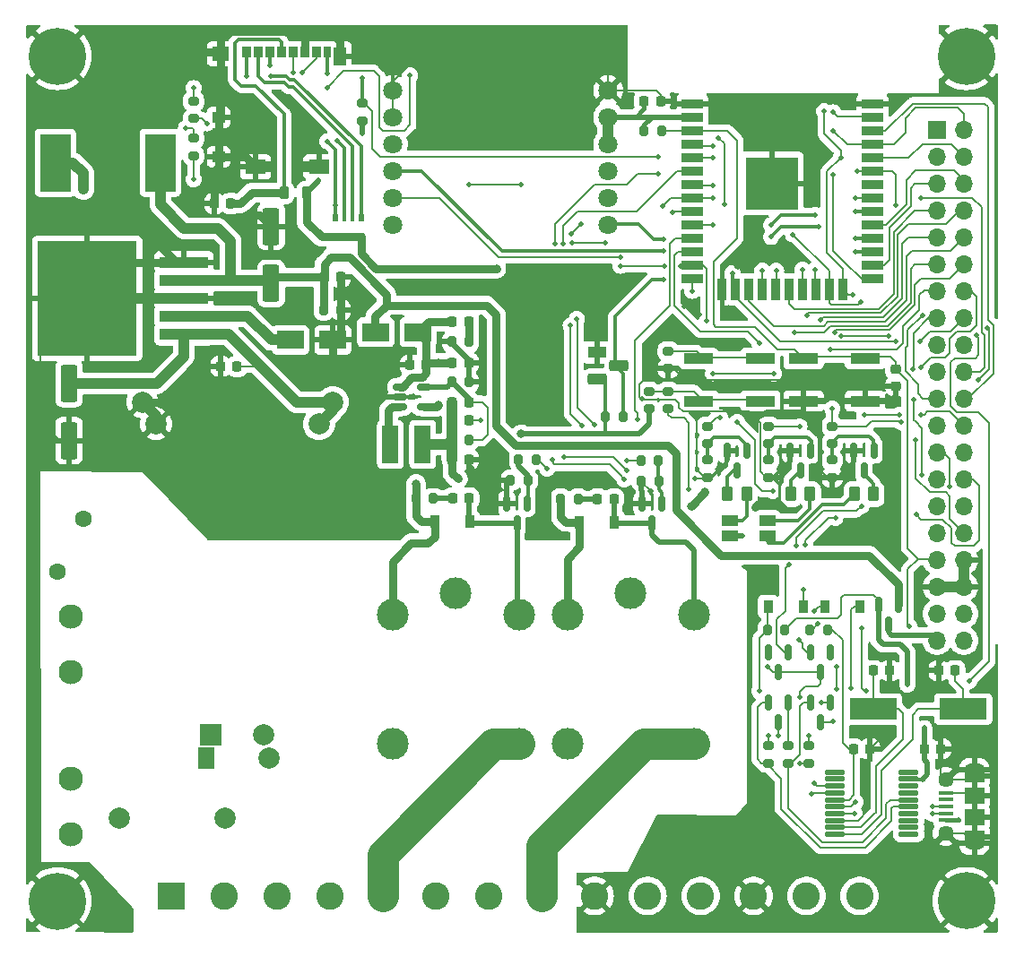
<source format=gbr>
%TF.GenerationSoftware,KiCad,Pcbnew,7.0.1*%
%TF.CreationDate,2023-03-22T21:04:11-04:00*%
%TF.ProjectId,esp32_pro_relay,65737033-325f-4707-926f-5f72656c6179,rev?*%
%TF.SameCoordinates,Original*%
%TF.FileFunction,Copper,L1,Top*%
%TF.FilePolarity,Positive*%
%FSLAX46Y46*%
G04 Gerber Fmt 4.6, Leading zero omitted, Abs format (unit mm)*
G04 Created by KiCad (PCBNEW 7.0.1) date 2023-03-22 21:04:11*
%MOMM*%
%LPD*%
G01*
G04 APERTURE LIST*
G04 Aperture macros list*
%AMRoundRect*
0 Rectangle with rounded corners*
0 $1 Rounding radius*
0 $2 $3 $4 $5 $6 $7 $8 $9 X,Y pos of 4 corners*
0 Add a 4 corners polygon primitive as box body*
4,1,4,$2,$3,$4,$5,$6,$7,$8,$9,$2,$3,0*
0 Add four circle primitives for the rounded corners*
1,1,$1+$1,$2,$3*
1,1,$1+$1,$4,$5*
1,1,$1+$1,$6,$7*
1,1,$1+$1,$8,$9*
0 Add four rect primitives between the rounded corners*
20,1,$1+$1,$2,$3,$4,$5,0*
20,1,$1+$1,$4,$5,$6,$7,0*
20,1,$1+$1,$6,$7,$8,$9,0*
20,1,$1+$1,$8,$9,$2,$3,0*%
G04 Aperture macros list end*
%TA.AperFunction,SMDPad,CuDef*%
%ADD10RoundRect,0.225000X-0.225000X-0.250000X0.225000X-0.250000X0.225000X0.250000X-0.225000X0.250000X0*%
%TD*%
%TA.AperFunction,ComponentPad*%
%ADD11R,2.600000X2.600000*%
%TD*%
%TA.AperFunction,ComponentPad*%
%ADD12C,2.600000*%
%TD*%
%TA.AperFunction,SMDPad,CuDef*%
%ADD13R,2.500000X1.800000*%
%TD*%
%TA.AperFunction,SMDPad,CuDef*%
%ADD14RoundRect,0.200000X0.200000X0.275000X-0.200000X0.275000X-0.200000X-0.275000X0.200000X-0.275000X0*%
%TD*%
%TA.AperFunction,SMDPad,CuDef*%
%ADD15R,2.000000X0.900000*%
%TD*%
%TA.AperFunction,SMDPad,CuDef*%
%ADD16R,0.900000X2.000000*%
%TD*%
%TA.AperFunction,SMDPad,CuDef*%
%ADD17R,5.000000X5.000000*%
%TD*%
%TA.AperFunction,SMDPad,CuDef*%
%ADD18RoundRect,0.125000X-0.825000X-0.125000X0.825000X-0.125000X0.825000X0.125000X-0.825000X0.125000X0*%
%TD*%
%TA.AperFunction,SMDPad,CuDef*%
%ADD19RoundRect,0.150000X-0.150000X0.587500X-0.150000X-0.587500X0.150000X-0.587500X0.150000X0.587500X0*%
%TD*%
%TA.AperFunction,SMDPad,CuDef*%
%ADD20RoundRect,0.250000X-0.262500X-0.450000X0.262500X-0.450000X0.262500X0.450000X-0.262500X0.450000X0*%
%TD*%
%TA.AperFunction,SMDPad,CuDef*%
%ADD21RoundRect,0.225000X0.225000X0.250000X-0.225000X0.250000X-0.225000X-0.250000X0.225000X-0.250000X0*%
%TD*%
%TA.AperFunction,ComponentPad*%
%ADD22C,5.400000*%
%TD*%
%TA.AperFunction,ComponentPad*%
%ADD23C,0.800000*%
%TD*%
%TA.AperFunction,SMDPad,CuDef*%
%ADD24RoundRect,0.200000X0.275000X-0.200000X0.275000X0.200000X-0.275000X0.200000X-0.275000X-0.200000X0*%
%TD*%
%TA.AperFunction,SMDPad,CuDef*%
%ADD25RoundRect,0.200000X-0.275000X0.200000X-0.275000X-0.200000X0.275000X-0.200000X0.275000X0.200000X0*%
%TD*%
%TA.AperFunction,ComponentPad*%
%ADD26R,2.000000X2.000000*%
%TD*%
%TA.AperFunction,ComponentPad*%
%ADD27C,2.000000*%
%TD*%
%TA.AperFunction,SMDPad,CuDef*%
%ADD28R,0.900000X1.200000*%
%TD*%
%TA.AperFunction,SMDPad,CuDef*%
%ADD29R,0.500000X0.800000*%
%TD*%
%TA.AperFunction,SMDPad,CuDef*%
%ADD30R,0.400000X0.800000*%
%TD*%
%TA.AperFunction,SMDPad,CuDef*%
%ADD31R,2.900000X5.400000*%
%TD*%
%TA.AperFunction,SMDPad,CuDef*%
%ADD32RoundRect,0.250000X0.262500X0.450000X-0.262500X0.450000X-0.262500X-0.450000X0.262500X-0.450000X0*%
%TD*%
%TA.AperFunction,SMDPad,CuDef*%
%ADD33RoundRect,0.200000X-0.200000X-0.275000X0.200000X-0.275000X0.200000X0.275000X-0.200000X0.275000X0*%
%TD*%
%TA.AperFunction,SMDPad,CuDef*%
%ADD34RoundRect,0.218750X0.218750X0.256250X-0.218750X0.256250X-0.218750X-0.256250X0.218750X-0.256250X0*%
%TD*%
%TA.AperFunction,SMDPad,CuDef*%
%ADD35RoundRect,0.225000X-0.250000X0.225000X-0.250000X-0.225000X0.250000X-0.225000X0.250000X0.225000X0*%
%TD*%
%TA.AperFunction,SMDPad,CuDef*%
%ADD36R,1.350000X0.400000*%
%TD*%
%TA.AperFunction,SMDPad,CuDef*%
%ADD37R,1.900000X1.500000*%
%TD*%
%TA.AperFunction,ComponentPad*%
%ADD38C,1.450000*%
%TD*%
%TA.AperFunction,ComponentPad*%
%ADD39O,1.900000X1.200000*%
%TD*%
%TA.AperFunction,SMDPad,CuDef*%
%ADD40R,1.900000X1.200000*%
%TD*%
%TA.AperFunction,ComponentPad*%
%ADD41R,1.700000X1.700000*%
%TD*%
%TA.AperFunction,ComponentPad*%
%ADD42O,1.700000X1.700000*%
%TD*%
%TA.AperFunction,ComponentPad*%
%ADD43C,1.600000*%
%TD*%
%TA.AperFunction,ComponentPad*%
%ADD44C,2.300000*%
%TD*%
%TA.AperFunction,SMDPad,CuDef*%
%ADD45R,0.850000X1.100000*%
%TD*%
%TA.AperFunction,SMDPad,CuDef*%
%ADD46R,0.750000X1.100000*%
%TD*%
%TA.AperFunction,SMDPad,CuDef*%
%ADD47R,1.200000X1.000000*%
%TD*%
%TA.AperFunction,SMDPad,CuDef*%
%ADD48R,1.170000X1.800000*%
%TD*%
%TA.AperFunction,SMDPad,CuDef*%
%ADD49R,1.900000X1.350000*%
%TD*%
%TA.AperFunction,SMDPad,CuDef*%
%ADD50R,1.550000X1.350000*%
%TD*%
%TA.AperFunction,SMDPad,CuDef*%
%ADD51RoundRect,0.218750X0.218750X0.381250X-0.218750X0.381250X-0.218750X-0.381250X0.218750X-0.381250X0*%
%TD*%
%TA.AperFunction,SMDPad,CuDef*%
%ADD52RoundRect,0.250000X0.550000X-1.500000X0.550000X1.500000X-0.550000X1.500000X-0.550000X-1.500000X0*%
%TD*%
%TA.AperFunction,ComponentPad*%
%ADD53C,1.800000*%
%TD*%
%TA.AperFunction,SMDPad,CuDef*%
%ADD54R,2.800000X1.000000*%
%TD*%
%TA.AperFunction,SMDPad,CuDef*%
%ADD55R,4.500000X2.000000*%
%TD*%
%TA.AperFunction,ComponentPad*%
%ADD56R,1.800000X1.100000*%
%TD*%
%TA.AperFunction,ComponentPad*%
%ADD57RoundRect,0.275000X-0.625000X0.275000X-0.625000X-0.275000X0.625000X-0.275000X0.625000X0.275000X0*%
%TD*%
%TA.AperFunction,SMDPad,CuDef*%
%ADD58RoundRect,0.150000X-0.512500X-0.150000X0.512500X-0.150000X0.512500X0.150000X-0.512500X0.150000X0*%
%TD*%
%TA.AperFunction,ComponentPad*%
%ADD59C,3.000000*%
%TD*%
%TA.AperFunction,SMDPad,CuDef*%
%ADD60R,4.600000X1.100000*%
%TD*%
%TA.AperFunction,SMDPad,CuDef*%
%ADD61R,9.400000X10.800000*%
%TD*%
%TA.AperFunction,ComponentPad*%
%ADD62R,1.500000X2.000000*%
%TD*%
%TA.AperFunction,SMDPad,CuDef*%
%ADD63R,1.500000X1.000000*%
%TD*%
%TA.AperFunction,SMDPad,CuDef*%
%ADD64R,1.500000X3.600000*%
%TD*%
%TA.AperFunction,SMDPad,CuDef*%
%ADD65RoundRect,0.250000X-0.550000X1.500000X-0.550000X-1.500000X0.550000X-1.500000X0.550000X1.500000X0*%
%TD*%
%TA.AperFunction,ViaPad*%
%ADD66C,0.800000*%
%TD*%
%TA.AperFunction,ViaPad*%
%ADD67C,0.500000*%
%TD*%
%TA.AperFunction,ViaPad*%
%ADD68C,1.000000*%
%TD*%
%TA.AperFunction,Conductor*%
%ADD69C,0.800000*%
%TD*%
%TA.AperFunction,Conductor*%
%ADD70C,0.500000*%
%TD*%
%TA.AperFunction,Conductor*%
%ADD71C,0.200000*%
%TD*%
%TA.AperFunction,Conductor*%
%ADD72C,0.300000*%
%TD*%
%TA.AperFunction,Conductor*%
%ADD73C,1.000000*%
%TD*%
%TA.AperFunction,Conductor*%
%ADD74C,0.250000*%
%TD*%
%TA.AperFunction,Conductor*%
%ADD75C,3.000000*%
%TD*%
%TA.AperFunction,Conductor*%
%ADD76C,0.400000*%
%TD*%
G04 APERTURE END LIST*
D10*
%TO.P,C11,1*%
%TO.N,+3.3V*%
X239415000Y-181920000D03*
%TO.P,C11,2*%
%TO.N,GND*%
X240965000Y-181920000D03*
%TD*%
D11*
%TO.P,J3,1,Pin_1*%
%TO.N,/AC_L*%
X212870000Y-223160000D03*
D12*
%TO.P,J3,2,Pin_2*%
%TO.N,/AC_N*%
X217870000Y-223160000D03*
%TO.P,J3,3,Pin_3*%
%TO.N,/NO0*%
X222870000Y-223160000D03*
%TO.P,J3,4,Pin_4*%
%TO.N,/COM0*%
X227870000Y-223160000D03*
%TO.P,J3,5,Pin_5*%
%TO.N,/NC0*%
X232870000Y-223160000D03*
%TO.P,J3,6,Pin_6*%
%TO.N,/NO1*%
X237870000Y-223160000D03*
%TO.P,J3,7,Pin_7*%
%TO.N,/COM1*%
X242870000Y-223160000D03*
%TO.P,J3,8,Pin_8*%
%TO.N,/NC1*%
X247870000Y-223160000D03*
%TO.P,J3,9,Pin_9*%
%TO.N,GND*%
X252870000Y-223160000D03*
%TO.P,J3,10,Pin_10*%
%TO.N,+5V*%
X257870000Y-223160000D03*
%TO.P,J3,11,Pin_11*%
%TO.N,+3.3V*%
X262870000Y-223160000D03*
%TO.P,J3,12,Pin_12*%
%TO.N,GND*%
X267870000Y-223160000D03*
%TO.P,J3,13,Pin_13*%
%TO.N,/GPIO16{slash}U2RXD*%
X272870000Y-223160000D03*
%TO.P,J3,14,Pin_14*%
%TO.N,/GPIO17{slash}U2TXD*%
X277870000Y-223160000D03*
%TD*%
D13*
%TO.P,D3,1,K*%
%TO.N,Net-(D3-Pad1)*%
X224160000Y-170640000D03*
%TO.P,D3,2,A*%
%TO.N,GND*%
X228160000Y-170640000D03*
%TD*%
D10*
%TO.P,C8,1*%
%TO.N,/PWR1*%
X227325000Y-164700000D03*
%TO.P,C8,2*%
%TO.N,GND*%
X228875000Y-164700000D03*
%TD*%
%TO.P,C17,1*%
%TO.N,+5V*%
X239425000Y-172800000D03*
%TO.P,C17,2*%
%TO.N,GND*%
X240975000Y-172800000D03*
%TD*%
D14*
%TO.P,Ra1,1*%
%TO.N,Net-(C10-Pad2)*%
X241025000Y-180060000D03*
%TO.P,Ra1,2*%
%TO.N,+3.3V*%
X239375000Y-180060000D03*
%TD*%
D10*
%TO.P,C14,1*%
%TO.N,Net-(C14-Pad1)*%
X279175000Y-201870000D03*
%TO.P,C14,2*%
%TO.N,GND*%
X280725000Y-201870000D03*
%TD*%
D15*
%TO.P,U1,1,GND*%
%TO.N,GND*%
X262110000Y-148335000D03*
%TO.P,U1,2,VDD*%
%TO.N,+3.3V*%
X262110000Y-149605000D03*
%TO.P,U1,3,EN*%
%TO.N,/ESP_EN*%
X262110000Y-150875000D03*
%TO.P,U1,4,SENSOR_VP*%
%TO.N,/GPI36{slash}S_VP*%
X262110000Y-152145000D03*
%TO.P,U1,5,SENSOR_VN*%
%TO.N,/GPI39{slash}S_VN*%
X262110000Y-153415000D03*
%TO.P,U1,6,IO34*%
%TO.N,/GPI34*%
X262110000Y-154685000D03*
%TO.P,U1,7,IO35*%
%TO.N,/GPI35*%
X262110000Y-155955000D03*
%TO.P,U1,8,IO32*%
%TO.N,/GPIO32{slash}REL1*%
X262110000Y-157225000D03*
%TO.P,U1,9,IO33*%
%TO.N,/GPIO33{slash}REL2*%
X262110000Y-158495000D03*
%TO.P,U1,10,IO25*%
%TO.N,/GPIO25{slash}RGB_R*%
X262110000Y-159765000D03*
%TO.P,U1,11,IO26*%
%TO.N,/GPIO26{slash}RGB_G*%
X262110000Y-161035000D03*
%TO.P,U1,12,IO27*%
%TO.N,/GPIO27{slash}RGB_B*%
X262110000Y-162305000D03*
%TO.P,U1,13,IO14*%
%TO.N,/GPIO14{slash}HS2_CLK*%
X262110000Y-163575000D03*
%TO.P,U1,14,IO12*%
%TO.N,/GPIO12*%
X262110000Y-164845000D03*
D16*
%TO.P,U1,15,GND*%
%TO.N,GND*%
X264895000Y-165845000D03*
%TO.P,U1,16,IO13*%
%TO.N,/GPIO13*%
X266165000Y-165845000D03*
%TO.P,U1,17,SHD/SD2*%
%TO.N,/GPIO9*%
X267435000Y-165845000D03*
%TO.P,U1,18,SWP/SD3*%
%TO.N,/GPIO10*%
X268705000Y-165845000D03*
%TO.P,U1,19,SCS/CMD*%
%TO.N,/GPIO11*%
X269975000Y-165845000D03*
%TO.P,U1,20,SCK/CLK*%
%TO.N,/GPIO6*%
X271245000Y-165845000D03*
%TO.P,U1,21,SDO/SD0*%
%TO.N,/GPIO7*%
X272515000Y-165845000D03*
%TO.P,U1,22,SDI/SD1*%
%TO.N,/GPIO8*%
X273785000Y-165845000D03*
%TO.P,U1,23,IO15*%
%TO.N,/GPIO15{slash}HS2_CMD*%
X275055000Y-165845000D03*
%TO.P,U1,24,IO2*%
%TO.N,/GPIO2{slash}HS2_DATA0*%
X276325000Y-165845000D03*
D15*
%TO.P,U1,25,IO0*%
%TO.N,/GPIO0*%
X279110000Y-164845000D03*
%TO.P,U1,26,IO4*%
%TO.N,/GPIO4*%
X279110000Y-163575000D03*
%TO.P,U1,27,IO16*%
%TO.N,/GPIO16{slash}U2RXD*%
X279110000Y-162305000D03*
%TO.P,U1,28,IO17*%
%TO.N,/GPIO17{slash}U2TXD*%
X279110000Y-161035000D03*
%TO.P,U1,29,IO5*%
%TO.N,/GPIO5*%
X279110000Y-159765000D03*
%TO.P,U1,30,IO18*%
%TO.N,/GPIO18{slash}VS_SCK*%
X279110000Y-158495000D03*
%TO.P,U1,31,IO19*%
%TO.N,/GPIO19{slash}VS_MISO*%
X279110000Y-157225000D03*
%TO.P,U1,32,NC*%
%TO.N,unconnected-(U1-Pad32)*%
X279110000Y-155955000D03*
%TO.P,U1,33,IO21*%
%TO.N,/GPIO21{slash}VS_CS*%
X279110000Y-154685000D03*
%TO.P,U1,34,RXD0/IO3*%
%TO.N,/GPIO3{slash}U0RXD*%
X279110000Y-153415000D03*
%TO.P,U1,35,TXD0/IO1*%
%TO.N,/GPIO1{slash}U0TXD*%
X279110000Y-152145000D03*
%TO.P,U1,36,IO22*%
%TO.N,/GPIO22*%
X279110000Y-150875000D03*
%TO.P,U1,37,IO23*%
%TO.N,/GPIO23{slash}VS_MOSI*%
X279110000Y-149605000D03*
%TO.P,U1,38,GND*%
%TO.N,GND*%
X279110000Y-148335000D03*
D17*
%TO.P,U1,39,GND*%
X269610000Y-155835000D03*
%TD*%
D18*
%TO.P,U4,1,CKOH*%
%TO.N,unconnected-(U4-Pad1)*%
X275520000Y-211475000D03*
%TO.P,U4,2,CKOL*%
%TO.N,unconnected-(U4-Pad2)*%
X275520000Y-212125000D03*
%TO.P,U4,3,TXD*%
%TO.N,Net-(D5-Pad1)*%
X275520000Y-212775000D03*
%TO.P,U4,4,RXD*%
%TO.N,Net-(D4-Pad2)*%
X275520000Y-213425000D03*
%TO.P,U4,5,V3*%
%TO.N,Net-(C16-Pad1)*%
X275520000Y-214075000D03*
%TO.P,U4,6,UD+*%
%TO.N,Net-(U4-Pad6)*%
X275520000Y-214725000D03*
%TO.P,U4,7,UD-*%
%TO.N,Net-(U4-Pad7)*%
X275520000Y-215375000D03*
%TO.P,U4,8,GND*%
%TO.N,GND*%
X275520000Y-216025000D03*
%TO.P,U4,9,XI*%
%TO.N,Net-(C14-Pad1)*%
X275520000Y-216675000D03*
%TO.P,U4,10,XO*%
%TO.N,Net-(C15-Pad1)*%
X275520000Y-217325000D03*
%TO.P,U4,11,~{CTS}*%
%TO.N,unconnected-(U4-Pad11)*%
X282520000Y-217325000D03*
%TO.P,U4,12,~{DSR}*%
%TO.N,unconnected-(U4-Pad12)*%
X282520000Y-216675000D03*
%TO.P,U4,13,~{RI}*%
%TO.N,unconnected-(U4-Pad13)*%
X282520000Y-216025000D03*
%TO.P,U4,14,~{DCD}*%
%TO.N,unconnected-(U4-Pad14)*%
X282520000Y-215375000D03*
%TO.P,U4,15,~{DTR}*%
%TO.N,Net-(Q4-Pad2)*%
X282520000Y-214725000D03*
%TO.P,U4,16,~{RTS}*%
%TO.N,Net-(Q3-Pad2)*%
X282520000Y-214075000D03*
%TO.P,U4,17,NC*%
%TO.N,unconnected-(U4-Pad17)*%
X282520000Y-213425000D03*
%TO.P,U4,18,R232*%
%TO.N,unconnected-(U4-Pad18)*%
X282520000Y-212775000D03*
%TO.P,U4,19,VCC*%
%TO.N,/+5V_USB*%
X282520000Y-212125000D03*
%TO.P,U4,20,~{NOS}*%
%TO.N,unconnected-(U4-Pad20)*%
X282520000Y-211475000D03*
%TD*%
D14*
%TO.P,R3,1*%
%TO.N,Net-(R3-Pad1)*%
X237635000Y-185600000D03*
%TO.P,R3,2*%
%TO.N,+5V*%
X235985000Y-185600000D03*
%TD*%
D19*
%TO.P,D6,1*%
%TO.N,unconnected-(D6-Pad1)*%
X275150000Y-200162500D03*
%TO.P,D6,2*%
%TO.N,/GPIO0*%
X273250000Y-200162500D03*
%TO.P,D6,3*%
%TO.N,/D_COM*%
X274200000Y-202037500D03*
%TD*%
D20*
%TO.P,R28,1*%
%TO.N,Net-(Q6-Pad3)*%
X265387500Y-185200000D03*
%TO.P,R28,2*%
%TO.N,Net-(D9-Pad1)*%
X267212500Y-185200000D03*
%TD*%
D21*
%TO.P,C6,1*%
%TO.N,Net-(C5-Pad1)*%
X219095000Y-173130000D03*
%TO.P,C6,2*%
%TO.N,GND*%
X217545000Y-173130000D03*
%TD*%
D22*
%TO.P,H3,1,1*%
%TO.N,GND*%
X287960000Y-143820000D03*
D23*
X286528109Y-145251891D03*
X289391891Y-142388109D03*
X286528109Y-142388109D03*
X285935000Y-143820000D03*
X287960000Y-145845000D03*
X289985000Y-143820000D03*
X289391891Y-145251891D03*
X287960000Y-141795000D03*
%TD*%
D21*
%TO.P,C9,1*%
%TO.N,+5V*%
X236975000Y-173000000D03*
%TO.P,C9,2*%
%TO.N,GND*%
X235425000Y-173000000D03*
%TD*%
D24*
%TO.P,R24,1*%
%TO.N,Net-(Q7-Pad1)*%
X269300000Y-180425000D03*
%TO.P,R24,2*%
%TO.N,/GPIO26{slash}RGB_G*%
X269300000Y-178775000D03*
%TD*%
D13*
%TO.P,D8,1,K*%
%TO.N,+5V*%
X236200000Y-169900000D03*
%TO.P,D8,2,A*%
%TO.N,/PWR1*%
X232200000Y-169900000D03*
%TD*%
D14*
%TO.P,R20,1*%
%TO.N,GND*%
X228925000Y-167800000D03*
%TO.P,R20,2*%
%TO.N,/PWR1*%
X227275000Y-167800000D03*
%TD*%
D25*
%TO.P,R9,1*%
%TO.N,Net-(BUT1-Pad2)*%
X259800000Y-175475000D03*
%TO.P,R9,2*%
%TO.N,/D_COM*%
X259800000Y-177125000D03*
%TD*%
D10*
%TO.P,C1,1*%
%TO.N,GND*%
X216965000Y-157730000D03*
%TO.P,C1,2*%
%TO.N,Net-(C1-Pad2)*%
X218515000Y-157730000D03*
%TD*%
D26*
%TO.P,PS2,1,AC/L*%
%TO.N,Net-(C4-Pad1)*%
X216650000Y-207962500D03*
D27*
%TO.P,PS2,2,AC/N*%
%TO.N,/AC_N*%
X221650000Y-207962500D03*
%TO.P,PS2,3,-Vout*%
%TO.N,GND*%
X211450000Y-178562500D03*
%TO.P,PS2,4,+Vout*%
%TO.N,Net-(C5-Pad1)*%
X226850000Y-178562500D03*
%TD*%
D28*
%TO.P,D2,1,K*%
%TO.N,+5V*%
X251450000Y-187850000D03*
%TO.P,D2,2,A*%
%TO.N,Net-(D2-Pad2)*%
X254750000Y-187850000D03*
%TD*%
D24*
%TO.P,R25,1*%
%TO.N,GND*%
X269300000Y-183625000D03*
%TO.P,R25,2*%
%TO.N,Net-(Q7-Pad1)*%
X269300000Y-181975000D03*
%TD*%
D14*
%TO.P,R15,1*%
%TO.N,Net-(C16-Pad1)*%
X274825000Y-198000000D03*
%TO.P,R15,2*%
%TO.N,/GPIO3{slash}U0RXD*%
X273175000Y-198000000D03*
%TD*%
D29*
%TO.P,RN1,1,R1.1*%
%TO.N,+3.3V*%
X228400000Y-160900000D03*
D30*
%TO.P,RN1,2,R2.1*%
X229200000Y-160900000D03*
%TO.P,RN1,3,R3.1*%
X230000000Y-160900000D03*
D29*
%TO.P,RN1,4,R4.1*%
X230800000Y-160900000D03*
%TO.P,RN1,5,R4.2*%
%TO.N,Net-(RN1-Pad5)*%
X230800000Y-159100000D03*
D30*
%TO.P,RN1,6,R3.2*%
%TO.N,Net-(RN1-Pad6)*%
X230000000Y-159100000D03*
%TO.P,RN1,7,R2.2*%
%TO.N,Net-(RN1-Pad7)*%
X229200000Y-159100000D03*
D29*
%TO.P,RN1,8,R1.2*%
%TO.N,/GPIO2{slash}HS2_DATA0*%
X228400000Y-159100000D03*
%TD*%
D24*
%TO.P,R12,1*%
%TO.N,/GPIO2{slash}HS2_DATA0*%
X215000000Y-153225000D03*
%TO.P,R12,2*%
%TO.N,Net-(R12-Pad2)*%
X215000000Y-151575000D03*
%TD*%
D19*
%TO.P,Q3,1,B*%
%TO.N,Net-(Q3-Pad1)*%
X275150000Y-204912500D03*
%TO.P,Q3,2,E*%
%TO.N,Net-(Q3-Pad2)*%
X273250000Y-204912500D03*
%TO.P,Q3,3,C*%
%TO.N,/ESP_EN*%
X274200000Y-206787500D03*
%TD*%
D24*
%TO.P,R11,1*%
%TO.N,/GPIO14{slash}HS2_CLK*%
X215000000Y-149725000D03*
%TO.P,R11,2*%
%TO.N,Net-(R11-Pad2)*%
X215000000Y-148075000D03*
%TD*%
D21*
%TO.P,C3,1*%
%TO.N,GND*%
X259075000Y-148050000D03*
%TO.P,C3,2*%
%TO.N,+3.3V*%
X257525000Y-148050000D03*
%TD*%
D14*
%TO.P,R1,1*%
%TO.N,/GPIO32{slash}REL1*%
X247325000Y-181920000D03*
%TO.P,R1,2*%
%TO.N,Net-(Q1-Pad1)*%
X245675000Y-181920000D03*
%TD*%
D10*
%TO.P,C12,1*%
%TO.N,+3.3V*%
X239425000Y-178250000D03*
%TO.P,C12,2*%
%TO.N,GND*%
X240975000Y-178250000D03*
%TD*%
D23*
%TO.P,H2,1,1*%
%TO.N,GND*%
X289995000Y-223640000D03*
X287970000Y-221615000D03*
X289401891Y-225071891D03*
X285945000Y-223640000D03*
X286538109Y-225071891D03*
X289401891Y-222208109D03*
D22*
X287970000Y-223640000D03*
D23*
X287970000Y-225665000D03*
X286538109Y-222208109D03*
%TD*%
D24*
%TO.P,R16,1*%
%TO.N,Net-(Q4-Pad2)*%
X269250000Y-210625000D03*
%TO.P,R16,2*%
%TO.N,Net-(Q3-Pad1)*%
X269250000Y-208975000D03*
%TD*%
D19*
%TO.P,Q7,1,B*%
%TO.N,Net-(Q7-Pad1)*%
X273250000Y-181062500D03*
%TO.P,Q7,2,E*%
%TO.N,GND*%
X271350000Y-181062500D03*
%TO.P,Q7,3,C*%
%TO.N,Net-(Q7-Pad3)*%
X272300000Y-182937500D03*
%TD*%
D31*
%TO.P,L2,1,1*%
%TO.N,Net-(D3-Pad1)*%
X201950000Y-153890000D03*
%TO.P,L2,2,2*%
%TO.N,/PWR1*%
X211850000Y-153890000D03*
%TD*%
D27*
%TO.P,C4,1*%
%TO.N,Net-(C4-Pad1)*%
X207950000Y-215770000D03*
%TO.P,C4,2*%
%TO.N,/AC_N*%
X217950000Y-215770000D03*
%TD*%
D19*
%TO.P,Q5,1,G*%
%TO.N,/PWR1*%
X281550000Y-195662500D03*
%TO.P,Q5,2,D*%
%TO.N,/+5V_USB*%
X279650000Y-195662500D03*
%TO.P,Q5,3,S*%
%TO.N,+5V*%
X280600000Y-197537500D03*
%TD*%
D32*
%TO.P,R30,1*%
%TO.N,Net-(Q8-Pad3)*%
X279212500Y-185200000D03*
%TO.P,R30,2*%
%TO.N,Net-(D9-Pad4)*%
X277387500Y-185200000D03*
%TD*%
D33*
%TO.P,R4,1*%
%TO.N,/GPIO33{slash}REL2*%
X257245000Y-182070000D03*
%TO.P,R4,2*%
%TO.N,Net-(Q2-Pad1)*%
X258895000Y-182070000D03*
%TD*%
D34*
%TO.P,RL_LD2,1,K*%
%TO.N,Net-(D2-Pad2)*%
X254717500Y-185630000D03*
%TO.P,RL_LD2,2,A*%
%TO.N,Net-(R6-Pad1)*%
X253142500Y-185630000D03*
%TD*%
D20*
%TO.P,R29,1*%
%TO.N,Net-(Q7-Pad3)*%
X271387500Y-185200000D03*
%TO.P,R29,2*%
%TO.N,Net-(D9-Pad2)*%
X273212500Y-185200000D03*
%TD*%
D33*
%TO.P,R13,1*%
%TO.N,+3.3V*%
X257525000Y-150900000D03*
%TO.P,R13,2*%
%TO.N,/ESP_EN*%
X259175000Y-150900000D03*
%TD*%
D34*
%TO.P,RL_LD1,1,K*%
%TO.N,Net-(D1-Pad2)*%
X241027500Y-185580000D03*
%TO.P,RL_LD1,2,A*%
%TO.N,Net-(R3-Pad1)*%
X239452500Y-185580000D03*
%TD*%
D33*
%TO.P,R21,1*%
%TO.N,GND*%
X239375000Y-170800000D03*
%TO.P,R21,2*%
%TO.N,Net-(PW_LD1-Pad1)*%
X241025000Y-170800000D03*
%TD*%
D19*
%TO.P,Q6,1,B*%
%TO.N,Net-(Q6-Pad1)*%
X267250000Y-181062500D03*
%TO.P,Q6,2,E*%
%TO.N,GND*%
X265350000Y-181062500D03*
%TO.P,Q6,3,C*%
%TO.N,Net-(Q6-Pad3)*%
X266300000Y-182937500D03*
%TD*%
D35*
%TO.P,C2,1*%
%TO.N,/ESP_EN*%
X281300000Y-173425000D03*
%TO.P,C2,2*%
%TO.N,GND*%
X281300000Y-174975000D03*
%TD*%
D33*
%TO.P,R19,1*%
%TO.N,+3.3V*%
X253875000Y-177900000D03*
%TO.P,R19,2*%
%TO.N,/GPIO13*%
X255525000Y-177900000D03*
%TD*%
D24*
%TO.P,R23,1*%
%TO.N,GND*%
X263500000Y-183625000D03*
%TO.P,R23,2*%
%TO.N,Net-(Q6-Pad1)*%
X263500000Y-181975000D03*
%TD*%
D21*
%TO.P,C15,1*%
%TO.N,Net-(C15-Pad1)*%
X286905000Y-201870000D03*
%TO.P,C15,2*%
%TO.N,GND*%
X285355000Y-201870000D03*
%TD*%
D28*
%TO.P,D1,1,K*%
%TO.N,+5V*%
X237750000Y-187820000D03*
%TO.P,D1,2,A*%
%TO.N,Net-(D1-Pad2)*%
X241050000Y-187820000D03*
%TD*%
D24*
%TO.P,R17,1*%
%TO.N,Net-(Q3-Pad2)*%
X271150000Y-210625000D03*
%TO.P,R17,2*%
%TO.N,Net-(Q4-Pad1)*%
X271150000Y-208975000D03*
%TD*%
D36*
%TO.P,USB1,1,VBUS*%
%TO.N,/+5V_USB*%
X286007500Y-216010000D03*
%TO.P,USB1,2,D-*%
%TO.N,Net-(U4-Pad7)*%
X286007500Y-215360000D03*
%TO.P,USB1,3,D+*%
%TO.N,Net-(U4-Pad6)*%
X286007500Y-214710000D03*
%TO.P,USB1,4,ID*%
%TO.N,unconnected-(USB1-Pad4)*%
X286007500Y-214060000D03*
%TO.P,USB1,5,GND*%
%TO.N,GND*%
X286007500Y-213410000D03*
D37*
%TO.P,USB1,6,Shield*%
X288707500Y-215710000D03*
D38*
X286007500Y-217210000D03*
D37*
X288707500Y-213710000D03*
D39*
X288707500Y-211210000D03*
D40*
X288707500Y-211810000D03*
X288707500Y-217610000D03*
D38*
X286007500Y-212210000D03*
D39*
X288707500Y-218210000D03*
%TD*%
D23*
%TO.P,H4,1,1*%
%TO.N,GND*%
X204175000Y-143820000D03*
X200718109Y-145251891D03*
X202150000Y-141795000D03*
X203581891Y-145251891D03*
X202150000Y-145845000D03*
X203581891Y-142388109D03*
X200125000Y-143820000D03*
X200718109Y-142388109D03*
D22*
X202150000Y-143820000D03*
%TD*%
D19*
%TO.P,Q1,1,B*%
%TO.N,Net-(Q1-Pad1)*%
X246480000Y-186105000D03*
%TO.P,Q1,2,E*%
%TO.N,GND*%
X244580000Y-186105000D03*
%TO.P,Q1,3,C*%
%TO.N,Net-(D1-Pad2)*%
X245530000Y-187980000D03*
%TD*%
D28*
%TO.P,D5,1,K*%
%TO.N,Net-(D5-Pad1)*%
X277950000Y-195800000D03*
%TO.P,D5,2,A*%
%TO.N,/GPIO3{slash}U0RXD*%
X274650000Y-195800000D03*
%TD*%
D41*
%TO.P,J2,1,Pin_1*%
%TO.N,/GPIO0*%
X285195000Y-150775000D03*
D42*
%TO.P,J2,2,Pin_2*%
%TO.N,/GPIO1{slash}U0TXD*%
X287735000Y-150775000D03*
%TO.P,J2,3,Pin_3*%
%TO.N,/GPIO2{slash}HS2_DATA0*%
X285195000Y-153315000D03*
%TO.P,J2,4,Pin_4*%
%TO.N,/GPIO3{slash}U0RXD*%
X287735000Y-153315000D03*
%TO.P,J2,5,Pin_5*%
%TO.N,/GPIO4*%
X285195000Y-155855000D03*
%TO.P,J2,6,Pin_6*%
%TO.N,/GPIO5*%
X287735000Y-155855000D03*
%TO.P,J2,7,Pin_7*%
%TO.N,/GPIO6*%
X285195000Y-158395000D03*
%TO.P,J2,8,Pin_8*%
%TO.N,/GPIO7*%
X287735000Y-158395000D03*
%TO.P,J2,9,Pin_9*%
%TO.N,/GPIO8*%
X285195000Y-160935000D03*
%TO.P,J2,10,Pin_10*%
%TO.N,/GPIO9*%
X287735000Y-160935000D03*
%TO.P,J2,11,Pin_11*%
%TO.N,/GPIO10*%
X285195000Y-163475000D03*
%TO.P,J2,12,Pin_12*%
%TO.N,/GPIO11*%
X287735000Y-163475000D03*
%TO.P,J2,13,Pin_13*%
%TO.N,/GPIO12*%
X285195000Y-166015000D03*
%TO.P,J2,14,Pin_14*%
%TO.N,/GPIO13*%
X287735000Y-166015000D03*
%TO.P,J2,15,Pin_15*%
%TO.N,/GPIO14{slash}HS2_CLK*%
X285195000Y-168555000D03*
%TO.P,J2,16,Pin_16*%
%TO.N,/GPIO15{slash}HS2_CMD*%
X287735000Y-168555000D03*
%TO.P,J2,17,Pin_17*%
%TO.N,/GPIO16{slash}U2RXD*%
X285195000Y-171095000D03*
%TO.P,J2,18,Pin_18*%
%TO.N,/GPIO17{slash}U2TXD*%
X287735000Y-171095000D03*
%TO.P,J2,19,Pin_19*%
%TO.N,/GPIO18{slash}VS_SCK*%
X285195000Y-173635000D03*
%TO.P,J2,20,Pin_20*%
%TO.N,/GPIO19{slash}VS_MISO*%
X287735000Y-173635000D03*
%TO.P,J2,21,Pin_21*%
%TO.N,/GPIO21{slash}VS_CS*%
X285195000Y-176175000D03*
%TO.P,J2,22,Pin_22*%
%TO.N,/GPIO22*%
X287735000Y-176175000D03*
%TO.P,J2,23,Pin_23*%
%TO.N,/GPIO23{slash}VS_MOSI*%
X285195000Y-178715000D03*
%TO.P,J2,24,Pin_24*%
%TO.N,/GPIO25{slash}RGB_R*%
X287735000Y-178715000D03*
%TO.P,J2,25,Pin_25*%
%TO.N,/GPIO26{slash}RGB_G*%
X285195000Y-181255000D03*
%TO.P,J2,26,Pin_26*%
%TO.N,/GPIO27{slash}RGB_B*%
X287735000Y-181255000D03*
%TO.P,J2,27,Pin_27*%
%TO.N,/GPIO32{slash}REL1*%
X285195000Y-183795000D03*
%TO.P,J2,28,Pin_28*%
%TO.N,/GPIO33{slash}REL2*%
X287735000Y-183795000D03*
%TO.P,J2,29,Pin_29*%
%TO.N,/GPI34*%
X285195000Y-186335000D03*
%TO.P,J2,30,Pin_30*%
%TO.N,/GPI35*%
X287735000Y-186335000D03*
%TO.P,J2,31,Pin_31*%
%TO.N,/GPI36{slash}S_VP*%
X285195000Y-188875000D03*
%TO.P,J2,32,Pin_32*%
%TO.N,/GPI39{slash}S_VN*%
X287735000Y-188875000D03*
%TO.P,J2,33,Pin_33*%
%TO.N,/ESP_EN*%
X285195000Y-191415000D03*
%TO.P,J2,34,Pin_34*%
%TO.N,GND*%
X287735000Y-191415000D03*
%TO.P,J2,35,Pin_35*%
X285195000Y-193955000D03*
%TO.P,J2,36,Pin_36*%
X287735000Y-193955000D03*
%TO.P,J2,37,Pin_37*%
%TO.N,+3.3V*%
X285195000Y-196495000D03*
%TO.P,J2,38,Pin_38*%
X287735000Y-196495000D03*
%TO.P,J2,39,Pin_39*%
%TO.N,+5V*%
X285195000Y-199035000D03*
%TO.P,J2,40,Pin_40*%
X287735000Y-199035000D03*
%TD*%
D25*
%TO.P,R8,1*%
%TO.N,Net-(BUT1-Pad2)*%
X258000000Y-175475000D03*
%TO.P,R8,2*%
%TO.N,+3.3V*%
X258000000Y-177125000D03*
%TD*%
D24*
%TO.P,R10,1*%
%TO.N,+3.3V*%
X230920000Y-149915000D03*
%TO.P,R10,2*%
%TO.N,/GPIO15{slash}HS2_CMD*%
X230920000Y-148265000D03*
%TD*%
D19*
%TO.P,Q8,1,B*%
%TO.N,Net-(Q8-Pad1)*%
X279250000Y-181062500D03*
%TO.P,Q8,2,E*%
%TO.N,GND*%
X277350000Y-181062500D03*
%TO.P,Q8,3,C*%
%TO.N,Net-(Q8-Pad3)*%
X278300000Y-182937500D03*
%TD*%
D10*
%TO.P,C10,1*%
%TO.N,+3.3V*%
X239425000Y-176500000D03*
%TO.P,C10,2*%
%TO.N,Net-(C10-Pad2)*%
X240975000Y-176500000D03*
%TD*%
D28*
%TO.P,D4,1,K*%
%TO.N,/GPIO1{slash}U0TXD*%
X272550000Y-195800000D03*
%TO.P,D4,2,A*%
%TO.N,Net-(D4-Pad2)*%
X269250000Y-195800000D03*
%TD*%
D24*
%TO.P,R26,1*%
%TO.N,Net-(Q8-Pad1)*%
X275300000Y-180425000D03*
%TO.P,R26,2*%
%TO.N,/GPIO27{slash}RGB_B*%
X275300000Y-178775000D03*
%TD*%
D33*
%TO.P,R2,1*%
%TO.N,GND*%
X244925000Y-183890000D03*
%TO.P,R2,2*%
%TO.N,Net-(Q1-Pad1)*%
X246575000Y-183890000D03*
%TD*%
D43*
%TO.P,RV1,1*%
%TO.N,Net-(C4-Pad1)*%
X202100000Y-192530000D03*
%TO.P,RV1,2*%
%TO.N,/AC_N*%
X204600000Y-187530000D03*
%TD*%
D44*
%TO.P,F1,1*%
%TO.N,/AC_L*%
X203390000Y-217300000D03*
X203390000Y-212100000D03*
%TO.P,F1,2*%
%TO.N,Net-(C4-Pad1)*%
X203390000Y-202000000D03*
X203390000Y-196800000D03*
%TD*%
D19*
%TO.P,Q4,1,B*%
%TO.N,Net-(Q4-Pad1)*%
X271150000Y-204912500D03*
%TO.P,Q4,2,E*%
%TO.N,Net-(Q4-Pad2)*%
X269250000Y-204912500D03*
%TO.P,Q4,3,C*%
%TO.N,Net-(Q4-Pad3)*%
X270200000Y-206787500D03*
%TD*%
D10*
%TO.P,C13,1*%
%TO.N,/+5V_USB*%
X284010000Y-209250000D03*
%TO.P,C13,2*%
%TO.N,GND*%
X285560000Y-209250000D03*
%TD*%
D45*
%TO.P,SD_CARD1,1,DAT2*%
%TO.N,Net-(RN1-Pad5)*%
X219985000Y-143460000D03*
%TO.P,SD_CARD1,2,DAT3/CD*%
%TO.N,Net-(RN1-Pad6)*%
X221085000Y-143460000D03*
%TO.P,SD_CARD1,3,CMD*%
%TO.N,/GPIO15{slash}HS2_CMD*%
X222185000Y-143460000D03*
%TO.P,SD_CARD1,4,VDD*%
%TO.N,Net-(C1-Pad2)*%
X223285000Y-143460000D03*
%TO.P,SD_CARD1,5,CLK*%
%TO.N,Net-(R11-Pad2)*%
X224385000Y-143460000D03*
%TO.P,SD_CARD1,6,VSS*%
%TO.N,GND*%
X225485000Y-143460000D03*
%TO.P,SD_CARD1,7,DAT0*%
%TO.N,Net-(R12-Pad2)*%
X226585000Y-143460000D03*
D46*
%TO.P,SD_CARD1,8,DAT1*%
%TO.N,Net-(RN1-Pad7)*%
X227635000Y-143460000D03*
D47*
%TO.P,SD_CARD1,9,SHIELD*%
%TO.N,GND*%
X217350000Y-149610000D03*
%TO.P,SD_CARD1,10,CHASIS*%
X217350000Y-153310000D03*
D48*
%TO.P,SD_CARD1,11,CHASIS*%
X228845000Y-143810000D03*
D49*
X226820000Y-154285000D03*
X220850000Y-154285000D03*
D50*
X217525000Y-143585000D03*
%TD*%
D19*
%TO.P,Q2,1,B*%
%TO.N,Net-(Q2-Pad1)*%
X259240000Y-186112500D03*
%TO.P,Q2,2,E*%
%TO.N,GND*%
X257340000Y-186112500D03*
%TO.P,Q2,3,C*%
%TO.N,Net-(D2-Pad2)*%
X258290000Y-187987500D03*
%TD*%
D25*
%TO.P,R18,1*%
%TO.N,/D_COM*%
X273100000Y-208975000D03*
%TO.P,R18,2*%
%TO.N,Net-(Q4-Pad3)*%
X273100000Y-210625000D03*
%TD*%
D51*
%TO.P,L1,1,1*%
%TO.N,+3.3V*%
X225662500Y-156700000D03*
%TO.P,L1,2,2*%
%TO.N,Net-(C1-Pad2)*%
X223537500Y-156700000D03*
%TD*%
D52*
%TO.P,C7,1*%
%TO.N,/PWR1*%
X222320000Y-165290000D03*
%TO.P,C7,2*%
%TO.N,GND*%
X222320000Y-159890000D03*
%TD*%
D23*
%TO.P,H1,1,1*%
%TO.N,GND*%
X204185000Y-223650000D03*
X202160000Y-225675000D03*
X202160000Y-221625000D03*
X200135000Y-223650000D03*
D22*
X202160000Y-223650000D03*
D23*
X203591891Y-222218109D03*
X200728109Y-225081891D03*
X203591891Y-225081891D03*
X200728109Y-222218109D03*
%TD*%
D53*
%TO.P,U5,1,GND*%
%TO.N,GND*%
X233820000Y-147027500D03*
%TO.P,U5,2,GND*%
X233820000Y-149567500D03*
%TO.P,U5,3,MOSI*%
%TO.N,/GPIO23{slash}VS_MOSI*%
X233820000Y-152107500D03*
%TO.P,U5,4,CLK*%
%TO.N,/GPIO18{slash}VS_SCK*%
X233820000Y-154647500D03*
%TO.P,U5,5,CS*%
%TO.N,/GPIO21{slash}VS_CS*%
X233820000Y-157187500D03*
%TO.P,U5,6,INT*%
%TO.N,unconnected-(U5-Pad6)*%
X233820000Y-159727500D03*
%TO.P,U5,7,MISO*%
%TO.N,/GPIO19{slash}VS_MISO*%
X254140000Y-159727500D03*
%TO.P,U5,8,RESET*%
%TO.N,unconnected-(U5-Pad8)*%
X254140000Y-157187500D03*
%TO.P,U5,9,NC*%
%TO.N,unconnected-(U5-Pad9)*%
X254140000Y-154647500D03*
%TO.P,U5,10,VIN3V3*%
%TO.N,+3.3V*%
X254140000Y-152107500D03*
%TO.P,U5,11,VIN3V3*%
X254140000Y-149567500D03*
%TO.P,U5,12,GND*%
%TO.N,GND*%
X254140000Y-147027500D03*
%TD*%
D24*
%TO.P,R27,1*%
%TO.N,GND*%
X275300000Y-183625000D03*
%TO.P,R27,2*%
%TO.N,Net-(Q8-Pad1)*%
X275300000Y-181975000D03*
%TD*%
D34*
%TO.P,PW_LD1,1,K*%
%TO.N,Net-(PW_LD1-Pad1)*%
X240987500Y-168900000D03*
%TO.P,PW_LD1,2,A*%
%TO.N,+5V*%
X239412500Y-168900000D03*
%TD*%
D54*
%TO.P,RST2,1,1*%
%TO.N,GND*%
X278400000Y-176400000D03*
X272600000Y-176400000D03*
%TO.P,RST2,2,2*%
%TO.N,/ESP_EN*%
X272600000Y-172400000D03*
X278400000Y-172400000D03*
%TD*%
D24*
%TO.P,R22,1*%
%TO.N,Net-(Q6-Pad1)*%
X263500000Y-180425000D03*
%TO.P,R22,2*%
%TO.N,/GPIO25{slash}RGB_R*%
X263500000Y-178775000D03*
%TD*%
D55*
%TO.P,Y1,1,1*%
%TO.N,Net-(C15-Pad1)*%
X287670000Y-205510000D03*
%TO.P,Y1,2,2*%
%TO.N,Net-(C14-Pad1)*%
X279170000Y-205510000D03*
%TD*%
D33*
%TO.P,Rb1,1*%
%TO.N,Net-(C10-Pad2)*%
X239375000Y-174600000D03*
%TO.P,Rb1,2*%
%TO.N,GND*%
X241025000Y-174600000D03*
%TD*%
D56*
%TO.P,U6,1,GND*%
%TO.N,GND*%
X253100000Y-171800000D03*
D57*
%TO.P,U6,2,DQ*%
%TO.N,/GPIO13*%
X255170000Y-173070000D03*
%TO.P,U6,3,VDD*%
%TO.N,+3.3V*%
X253100000Y-174340000D03*
%TD*%
D19*
%TO.P,D7,1*%
%TO.N,/GPIO2{slash}HS2_DATA0*%
X271150000Y-200162500D03*
%TO.P,D7,2*%
%TO.N,unconnected-(D7-Pad2)*%
X269250000Y-200162500D03*
%TO.P,D7,3*%
%TO.N,/D_COM*%
X270200000Y-202037500D03*
%TD*%
D58*
%TO.P,U2,1,EN*%
%TO.N,+5V*%
X234462500Y-175050000D03*
%TO.P,U2,2,GND*%
%TO.N,GND*%
X234462500Y-176000000D03*
%TO.P,U2,3,LX*%
%TO.N,Net-(L3-Pad1)*%
X234462500Y-176950000D03*
%TO.P,U2,4,IN*%
%TO.N,+5V*%
X236737500Y-176950000D03*
%TO.P,U2,5,FB*%
%TO.N,Net-(C10-Pad2)*%
X236737500Y-175050000D03*
%TD*%
D59*
%TO.P,REL1B1,11*%
%TO.N,/COM1*%
X256270000Y-194600000D03*
%TO.P,REL1B1,12*%
%TO.N,/NC1*%
X262270000Y-208800000D03*
%TO.P,REL1B1,14*%
%TO.N,/NO1*%
X250270000Y-208800000D03*
%TO.P,REL1B1,A1*%
%TO.N,+5V*%
X250270000Y-196600000D03*
%TO.P,REL1B1,A2*%
%TO.N,Net-(D2-Pad2)*%
X262270000Y-196600000D03*
%TD*%
D24*
%TO.P,R7,1*%
%TO.N,GND*%
X259800000Y-173325000D03*
%TO.P,R7,2*%
%TO.N,Net-(BUT1-Pad1)*%
X259800000Y-171675000D03*
%TD*%
D59*
%TO.P,REL0A1,11*%
%TO.N,/COM0*%
X239760000Y-194600000D03*
%TO.P,REL0A1,12*%
%TO.N,/NC0*%
X245760000Y-208800000D03*
%TO.P,REL0A1,14*%
%TO.N,/NO0*%
X233760000Y-208800000D03*
%TO.P,REL0A1,A1*%
%TO.N,+5V*%
X233760000Y-196600000D03*
%TO.P,REL0A1,A2*%
%TO.N,Net-(D1-Pad2)*%
X245760000Y-196600000D03*
%TD*%
D60*
%TO.P,U3,1,VIN*%
%TO.N,Net-(C5-Pad1)*%
X214095000Y-170090000D03*
%TO.P,U3,2,OUT*%
%TO.N,Net-(D3-Pad1)*%
X214095000Y-168390000D03*
D61*
%TO.P,U3,3,GND*%
%TO.N,GND*%
X204945000Y-166690000D03*
D60*
X214095000Y-166690000D03*
%TO.P,U3,4,FB*%
%TO.N,/PWR1*%
X214095000Y-164990000D03*
%TO.P,U3,5,~{ON}/OFF*%
%TO.N,GND*%
X214095000Y-163290000D03*
%TD*%
D33*
%TO.P,R5,1*%
%TO.N,GND*%
X257265000Y-183940000D03*
%TO.P,R5,2*%
%TO.N,Net-(Q2-Pad1)*%
X258915000Y-183940000D03*
%TD*%
D62*
%TO.P,PS1,1,AC/L*%
%TO.N,Net-(C4-Pad1)*%
X216150000Y-210110000D03*
D27*
%TO.P,PS1,2,AC/N*%
%TO.N,/AC_N*%
X222150000Y-210110000D03*
%TO.P,PS1,3,-Vout*%
%TO.N,GND*%
X210150000Y-176510000D03*
%TO.P,PS1,4,+Vout*%
%TO.N,Net-(C5-Pad1)*%
X228150000Y-176510000D03*
%TD*%
D14*
%TO.P,R14,1*%
%TO.N,/+5V_USB*%
X270825000Y-198000000D03*
%TO.P,R14,2*%
%TO.N,Net-(D4-Pad2)*%
X269175000Y-198000000D03*
%TD*%
%TO.P,R6,1*%
%TO.N,Net-(R6-Pad1)*%
X251305000Y-185630000D03*
%TO.P,R6,2*%
%TO.N,+5V*%
X249655000Y-185630000D03*
%TD*%
D63*
%TO.P,D9,1,RK*%
%TO.N,Net-(D9-Pad1)*%
X265650000Y-187700000D03*
%TO.P,D9,2,GK*%
%TO.N,Net-(D9-Pad2)*%
X269150000Y-187700000D03*
%TO.P,D9,3,A*%
%TO.N,+5V*%
X265650000Y-189100000D03*
%TO.P,D9,4,BK*%
%TO.N,Net-(D9-Pad4)*%
X269150000Y-189100000D03*
%TD*%
D54*
%TO.P,BUT1,1,1*%
%TO.N,Net-(BUT1-Pad1)*%
X262700000Y-172400000D03*
X268500000Y-172400000D03*
%TO.P,BUT1,2,2*%
%TO.N,Net-(BUT1-Pad2)*%
X268500000Y-176400000D03*
X262700000Y-176400000D03*
%TD*%
D10*
%TO.P,C16,1*%
%TO.N,Net-(C16-Pad1)*%
X277315000Y-209280000D03*
%TO.P,C16,2*%
%TO.N,GND*%
X278865000Y-209280000D03*
%TD*%
D64*
%TO.P,L3,1,1*%
%TO.N,Net-(L3-Pad1)*%
X233575000Y-180500000D03*
%TO.P,L3,2,2*%
%TO.N,+3.3V*%
X236625000Y-180500000D03*
%TD*%
D65*
%TO.P,C5,1*%
%TO.N,Net-(C5-Pad1)*%
X203240000Y-174740000D03*
%TO.P,C5,2*%
%TO.N,GND*%
X203240000Y-180140000D03*
%TD*%
D66*
%TO.N,+5V*%
X238110000Y-176750000D03*
X238110000Y-172800000D03*
X236000000Y-184210000D03*
D67*
X266800000Y-189100000D03*
D66*
%TO.N,GND*%
X248080000Y-188420000D03*
X217200000Y-187300000D03*
D67*
X274410000Y-189620000D03*
D66*
X265600000Y-171100000D03*
X269500000Y-162300000D03*
D67*
X284100000Y-201900000D03*
X270750000Y-186580000D03*
X257600000Y-173000000D03*
D66*
X206900000Y-223200000D03*
X218700000Y-184800000D03*
X281800000Y-223400000D03*
X266400000Y-163600000D03*
D67*
X257600000Y-172400000D03*
D66*
X206600000Y-145200000D03*
X220900000Y-184900000D03*
D67*
X253800000Y-169300000D03*
X281660000Y-191230000D03*
X258160000Y-184930000D03*
D66*
X240500000Y-148800000D03*
X228700000Y-185000000D03*
X216000000Y-185800000D03*
X285800000Y-146800000D03*
D67*
X252300000Y-170000000D03*
D66*
X214800000Y-184500000D03*
X204500000Y-220500000D03*
X222700000Y-187400000D03*
X266100000Y-175100000D03*
D67*
X242130000Y-181920000D03*
X262370000Y-183710000D03*
X253100000Y-169300000D03*
D66*
X240500000Y-151900000D03*
X233200000Y-142400000D03*
X284100000Y-225000000D03*
X216800000Y-183100000D03*
X226700000Y-187400000D03*
D67*
X253800000Y-168600000D03*
D66*
X220900000Y-187400000D03*
X206600000Y-142400000D03*
X216700000Y-184600000D03*
X226800000Y-185000000D03*
X234800000Y-142400000D03*
D67*
X258300000Y-173600000D03*
X261340000Y-167480000D03*
X257600000Y-173600000D03*
D66*
X219900000Y-186100000D03*
X283800000Y-223300000D03*
X213800000Y-181500000D03*
X222700000Y-184900000D03*
D67*
X285100000Y-208300000D03*
X220470000Y-158840000D03*
D66*
X252000000Y-183800000D03*
X221900000Y-186100000D03*
X284100000Y-221700000D03*
X222330000Y-154290000D03*
D67*
X257600000Y-171800000D03*
X280700000Y-203200000D03*
D66*
X224700000Y-185000000D03*
X240500000Y-150300000D03*
X213400000Y-183000000D03*
D67*
X262790000Y-168210000D03*
X242130000Y-178250000D03*
X242130000Y-174600000D03*
X257330461Y-176190936D03*
D66*
X267600000Y-162300000D03*
D67*
X238250000Y-170820000D03*
X259380000Y-169440000D03*
D66*
X228500000Y-187400000D03*
D67*
X253800000Y-170000000D03*
X265300000Y-168230000D03*
X268020000Y-186470000D03*
D66*
X219100000Y-187400000D03*
X205700000Y-221900000D03*
X229700000Y-186200000D03*
X275500000Y-147800000D03*
X206600000Y-143800000D03*
X271600000Y-162300000D03*
X223600000Y-186100000D03*
X215400000Y-181400000D03*
X253100000Y-142400000D03*
X215300000Y-183100000D03*
X225600000Y-186200000D03*
X282900000Y-224300000D03*
D67*
X280700000Y-208100000D03*
D66*
X261100000Y-170100000D03*
D67*
X253100000Y-170000000D03*
D66*
X282800000Y-222500000D03*
X208100000Y-224500000D03*
X227600000Y-186200000D03*
D67*
X228710000Y-180190000D03*
D66*
X254700000Y-142400000D03*
D67*
X234300000Y-173000000D03*
D66*
X225170000Y-154300000D03*
X218000000Y-186000000D03*
X290000000Y-146900000D03*
X224700000Y-187400000D03*
D67*
%TO.N,+3.3V*%
X230900000Y-151120000D03*
D66*
X263300000Y-185030000D03*
X261970000Y-186360000D03*
X245950000Y-179530000D03*
D67*
X226750000Y-155560000D03*
D66*
X243590000Y-163920000D03*
X239970000Y-183750000D03*
D67*
%TO.N,/ESP_EN*%
X275400000Y-206700000D03*
X282600000Y-197700000D03*
X275700000Y-201500000D03*
X275700000Y-203600000D03*
%TO.N,/GPIO32{slash}REL1*%
X264000000Y-157200000D03*
X259300000Y-158000000D03*
X248390000Y-182800000D03*
%TO.N,/GPIO33{slash}REL2*%
X260200000Y-158600000D03*
X255900000Y-182000000D03*
X283230000Y-187130000D03*
%TO.N,/GPIO14{slash}HS2_CLK*%
X260950000Y-163650000D03*
X280650000Y-170250000D03*
X255290000Y-163630000D03*
X263470000Y-168830000D03*
X259420000Y-163650000D03*
X245920000Y-155950000D03*
X241030000Y-155970000D03*
X216240000Y-150160000D03*
X282900000Y-173390000D03*
X276120000Y-170250000D03*
%TO.N,/GPIO15{slash}HS2_CMD*%
X258900000Y-153340000D03*
X264550000Y-151540000D03*
X283020000Y-176300000D03*
X277960000Y-167050000D03*
X265100000Y-157790000D03*
X283780000Y-183400000D03*
X283620000Y-170760000D03*
X271600000Y-160660000D03*
X230900000Y-145890000D03*
X222210000Y-144720000D03*
%TO.N,/GPIO2{slash}HS2_DATA0*%
X228400000Y-157870000D03*
X271240000Y-191880000D03*
X266330000Y-178390000D03*
X227600000Y-151850000D03*
X276100000Y-153400000D03*
X215010000Y-155470000D03*
X264050000Y-173780000D03*
X227600000Y-146800000D03*
X235420000Y-145620000D03*
X274540000Y-149020000D03*
X269810000Y-173820000D03*
X269660000Y-184890000D03*
X277220000Y-166340000D03*
%TO.N,/+5V_USB*%
X283840000Y-212140000D03*
X284000000Y-207300000D03*
X282400000Y-203200000D03*
X287220000Y-216010000D03*
%TO.N,/GPIO18{slash}VS_SCK*%
X277500000Y-158500000D03*
X259400000Y-162200000D03*
X269500000Y-160900000D03*
X274000000Y-159900000D03*
%TO.N,/GPIO19{slash}VS_MISO*%
X277500000Y-157200000D03*
X283700000Y-157200000D03*
X259400000Y-161100000D03*
X269500000Y-159800000D03*
X273700000Y-158800000D03*
%TO.N,/GPIO21{slash}VS_CS*%
X283800000Y-168300000D03*
X255290000Y-162800000D03*
X277650000Y-154670000D03*
X281300000Y-157900000D03*
%TO.N,/GPIO23{slash}VS_MOSI*%
X289950000Y-169520000D03*
X289100000Y-174400000D03*
X275390000Y-149120000D03*
D68*
%TO.N,Net-(D3-Pad1)*%
X204590000Y-156390000D03*
X218170000Y-168390000D03*
D67*
%TO.N,/GPIO1{slash}U0TXD*%
X272590000Y-194240000D03*
X250700000Y-161480000D03*
X275390000Y-150830000D03*
X251190000Y-168660000D03*
X271890000Y-190030000D03*
X278040000Y-186320000D03*
X252820000Y-178670000D03*
X253830000Y-161480000D03*
%TO.N,Net-(D4-Pad2)*%
X268400000Y-203800000D03*
X273300000Y-213500000D03*
%TO.N,Net-(D5-Pad1)*%
X277100000Y-203500000D03*
X273600000Y-212500000D03*
%TO.N,/GPIO3{slash}U0RXD*%
X273590000Y-196260000D03*
X288890000Y-170180000D03*
X278490000Y-203770000D03*
X273970000Y-197450000D03*
X278090000Y-197870000D03*
X288260000Y-202840000D03*
%TO.N,/GPIO0*%
X255670000Y-183790000D03*
X251590000Y-159680000D03*
X275400000Y-155000000D03*
X250650000Y-160640000D03*
X272760000Y-190010000D03*
X272120000Y-198970000D03*
X275590000Y-187450000D03*
X248900000Y-181920000D03*
%TO.N,/D_COM*%
X269200000Y-201500000D03*
X272200000Y-204400000D03*
X273100000Y-208050000D03*
X261760000Y-184700000D03*
%TO.N,Net-(U4-Pad6)*%
X277510000Y-214290000D03*
X284730000Y-214710000D03*
%TO.N,Net-(U4-Pad7)*%
X284740000Y-215380000D03*
X277410000Y-215380000D03*
%TO.N,/GPIO7*%
X272900000Y-168300000D03*
X272500000Y-164000000D03*
%TO.N,/GPIO8*%
X274200000Y-168700000D03*
X273700000Y-164000000D03*
%TO.N,/GPIO10*%
X268700000Y-164100000D03*
X271700000Y-169900000D03*
%TO.N,/GPIO11*%
X275500000Y-169900000D03*
X270000000Y-164100000D03*
%TO.N,/GPIO12*%
X275100000Y-171500000D03*
X262100000Y-166000000D03*
%TO.N,/GPIO13*%
X265900000Y-164300000D03*
X259400000Y-164900000D03*
X283700000Y-173200000D03*
X281300000Y-170800000D03*
%TO.N,/GPIO25{slash}RGB_R*%
X264000000Y-159800000D03*
X283700000Y-177700000D03*
X264720000Y-177950000D03*
X281600000Y-177700000D03*
X278300000Y-177700000D03*
%TO.N,/GPIO26{slash}RGB_G*%
X272200000Y-178800000D03*
X256930000Y-178120000D03*
X286400000Y-184500000D03*
%TO.N,/GPIO27{slash}RGB_B*%
X275300000Y-177100000D03*
X281800000Y-178400000D03*
X268400000Y-170900000D03*
%TO.N,/GPI34*%
X249880000Y-161530000D03*
X250590000Y-169270000D03*
X251660000Y-178690000D03*
%TO.N,/GPI35*%
X264000000Y-156000000D03*
%TO.N,/GPI36{slash}S_VP*%
X255860000Y-182920000D03*
X258900000Y-154950000D03*
X249960000Y-181730000D03*
X264010000Y-152280000D03*
X249110000Y-161540000D03*
%TO.N,/GPI39{slash}S_VN*%
X264000000Y-153400000D03*
X283200000Y-180100000D03*
%TO.N,/GPIO16{slash}U2RXD*%
X277500000Y-162300000D03*
%TO.N,/GPIO17{slash}U2TXD*%
X277500000Y-161000000D03*
%TO.N,Net-(Q3-Pad1)*%
X269250000Y-208050000D03*
X274300000Y-204850000D03*
%TO.N,Net-(Q4-Pad3)*%
X270200000Y-208050000D03*
X272200000Y-210650000D03*
%TO.N,Net-(R11-Pad2)*%
X224400000Y-145380000D03*
X215000000Y-146840000D03*
%TO.N,Net-(R12-Pad2)*%
X214270000Y-150610000D03*
X225240000Y-145390000D03*
%TO.N,Net-(RN1-Pad5)*%
X222250000Y-145720000D03*
X219970000Y-145700000D03*
%TO.N,Net-(RN1-Pad7)*%
X228510000Y-151810000D03*
X227640000Y-145410000D03*
%TD*%
D69*
%TO.N,+5V*%
X251450000Y-190130000D02*
X250270000Y-191310000D01*
X251450000Y-187850000D02*
X251450000Y-190130000D01*
X249655000Y-187375000D02*
X250130000Y-187850000D01*
X234720000Y-175050000D02*
X235620000Y-174150000D01*
X237910000Y-176950000D02*
X238110000Y-176750000D01*
X237740000Y-187820000D02*
X237740000Y-189220000D01*
X236560000Y-174150000D02*
X236975000Y-173735000D01*
D70*
X280600000Y-197537500D02*
X280600000Y-198200000D01*
D69*
X235985000Y-184225000D02*
X236000000Y-184210000D01*
X237140000Y-189820000D02*
X235530000Y-189820000D01*
X233760000Y-191590000D02*
X233760000Y-196600000D01*
X235985000Y-185600000D02*
X235985000Y-187255000D01*
X236975000Y-173735000D02*
X236975000Y-173000000D01*
X235620000Y-174150000D02*
X236560000Y-174150000D01*
X235530000Y-189820000D02*
X233760000Y-191590000D01*
D70*
X284660000Y-198500000D02*
X285195000Y-199035000D01*
D69*
X239425000Y-172800000D02*
X238110000Y-172800000D01*
X249655000Y-185630000D02*
X249655000Y-187375000D01*
X250270000Y-191310000D02*
X250270000Y-196600000D01*
X235985000Y-187255000D02*
X236550000Y-187820000D01*
D70*
X266800000Y-189100000D02*
X265650000Y-189100000D01*
D69*
X237175000Y-172800000D02*
X236975000Y-173000000D01*
X234462500Y-175050000D02*
X234720000Y-175050000D01*
X236550000Y-187820000D02*
X237740000Y-187820000D01*
D70*
X280900000Y-198500000D02*
X284660000Y-198500000D01*
D69*
X239412500Y-168900000D02*
X237200000Y-168900000D01*
X238110000Y-172800000D02*
X237175000Y-172800000D01*
X250130000Y-187850000D02*
X251450000Y-187850000D01*
D70*
X280600000Y-198200000D02*
X280900000Y-198500000D01*
D69*
X237740000Y-189220000D02*
X237140000Y-189820000D01*
X237200000Y-168900000D02*
X236200000Y-169900000D01*
X236737500Y-176950000D02*
X237910000Y-176950000D01*
X236975000Y-173000000D02*
X236975000Y-170675000D01*
X236975000Y-170675000D02*
X236200000Y-169900000D01*
X235985000Y-185600000D02*
X235985000Y-184225000D01*
D70*
%TO.N,Net-(D1-Pad2)*%
X245530000Y-187980000D02*
X241200000Y-187980000D01*
X245530000Y-187980000D02*
X245530000Y-196370000D01*
X245530000Y-196370000D02*
X245760000Y-196600000D01*
X241027500Y-185580000D02*
X241027500Y-187807500D01*
%TO.N,Net-(D2-Pad2)*%
X261520000Y-189730000D02*
X262290000Y-190500000D01*
X258940000Y-189730000D02*
X261520000Y-189730000D01*
X262290000Y-190500000D02*
X262290000Y-196580000D01*
X254717500Y-185630000D02*
X254717500Y-187817500D01*
X258290000Y-189080000D02*
X258940000Y-189730000D01*
X258290000Y-187987500D02*
X258290000Y-189080000D01*
X258290000Y-187987500D02*
X254887500Y-187987500D01*
X262290000Y-196580000D02*
X262270000Y-196600000D01*
D71*
%TO.N,GND*%
X274000000Y-178100000D02*
X273500000Y-177600000D01*
D72*
X232640000Y-143810000D02*
X233820000Y-144990000D01*
D71*
X263300000Y-177400000D02*
X261200000Y-177400000D01*
D69*
X228845000Y-142435000D02*
X228845000Y-143810000D01*
X217525000Y-149435000D02*
X217350000Y-149610000D01*
D71*
X254140000Y-145540000D02*
X254140000Y-147027500D01*
D69*
X228160000Y-170640000D02*
X228925000Y-169875000D01*
D70*
X239375000Y-170975000D02*
X240975000Y-172575000D01*
D69*
X228875000Y-167750000D02*
X228925000Y-167800000D01*
D70*
X241025000Y-172850000D02*
X240975000Y-172800000D01*
D71*
X275300000Y-183625000D02*
X274825000Y-183625000D01*
X200490000Y-170610000D02*
X200490000Y-178280000D01*
X269000000Y-177300000D02*
X272600000Y-177300000D01*
D69*
X225450000Y-141440000D02*
X227850000Y-141440000D01*
X268340000Y-186080000D02*
X268350000Y-186070000D01*
D71*
X257100000Y-174800000D02*
X257400000Y-174500000D01*
X285560000Y-211762500D02*
X286007500Y-212210000D01*
D70*
X241025000Y-174600000D02*
X241025000Y-172850000D01*
D72*
X203240000Y-180140000D02*
X202350000Y-180140000D01*
X263500000Y-183625000D02*
X263875000Y-183625000D01*
D73*
X211450000Y-178562500D02*
X211450000Y-177810000D01*
D69*
X228925000Y-169875000D02*
X228925000Y-167800000D01*
X280050000Y-189620000D02*
X281660000Y-191230000D01*
X208560000Y-158420000D02*
X208560000Y-146340000D01*
D71*
X285355000Y-201345000D02*
X286100000Y-200600000D01*
D69*
X268020000Y-186470000D02*
X268020000Y-186400000D01*
D71*
X274825000Y-183625000D02*
X274000000Y-182800000D01*
D70*
X231600000Y-175400000D02*
X231600000Y-173000000D01*
D73*
X287735000Y-191415000D02*
X287735000Y-193955000D01*
D69*
X217525000Y-142025000D02*
X218110000Y-141440000D01*
X216965000Y-154665000D02*
X217370000Y-154260000D01*
D71*
X263300000Y-177400000D02*
X267400000Y-177400000D01*
D70*
X232200000Y-176000000D02*
X231600000Y-175400000D01*
D71*
X233820000Y-146180000D02*
X235800000Y-144200000D01*
D70*
X244915000Y-183900000D02*
X244925000Y-183890000D01*
D72*
X228845000Y-143810000D02*
X232640000Y-143810000D01*
D71*
X268150000Y-178150000D02*
X269000000Y-177300000D01*
D69*
X228160000Y-173180000D02*
X228160000Y-170640000D01*
D73*
X214095000Y-166690000D02*
X204945000Y-166690000D01*
X285195000Y-193955000D02*
X287735000Y-193955000D01*
D72*
X271300000Y-181100000D02*
X271337500Y-181062500D01*
D71*
X268480000Y-178480000D02*
X268150000Y-178150000D01*
D74*
X270310000Y-186000000D02*
X270240000Y-186070000D01*
D69*
X208345000Y-163290000D02*
X204945000Y-166690000D01*
D71*
X258440000Y-172710000D02*
X259055000Y-173325000D01*
D69*
X210150000Y-176510000D02*
X214940000Y-176510000D01*
D71*
X200490000Y-178280000D02*
X202350000Y-180140000D01*
X258677500Y-147027500D02*
X259100000Y-147450000D01*
D73*
X225185000Y-154285000D02*
X226820000Y-154285000D01*
D74*
X269300000Y-183625000D02*
X269715000Y-183625000D01*
D71*
X262370000Y-183710000D02*
X263415000Y-183710000D01*
D69*
X269920000Y-186070000D02*
X270240000Y-186070000D01*
X221270000Y-158840000D02*
X220470000Y-158840000D01*
D71*
X269025000Y-183625000D02*
X268480000Y-183080000D01*
X233820000Y-149567500D02*
X233820000Y-147027500D01*
X262060000Y-167480000D02*
X261340000Y-167480000D01*
X257100000Y-176000000D02*
X257100000Y-174800000D01*
D69*
X230480000Y-178420000D02*
X230480000Y-175500000D01*
D71*
X257400000Y-176300000D02*
X257100000Y-176000000D01*
X289300000Y-194300000D02*
X288955000Y-193955000D01*
X215920000Y-173130000D02*
X212540000Y-176510000D01*
D70*
X231600000Y-173000000D02*
X228800000Y-173000000D01*
D71*
X277715000Y-216025000D02*
X278870000Y-214870000D01*
X257265000Y-183940000D02*
X257265000Y-184035000D01*
X259800000Y-173325000D02*
X260325000Y-173325000D01*
X260800000Y-177000000D02*
X260800000Y-176600000D01*
D72*
X269300000Y-183625000D02*
X269675000Y-183625000D01*
D69*
X217525000Y-143585000D02*
X217525000Y-142025000D01*
D71*
X280045000Y-208100000D02*
X278865000Y-209280000D01*
D73*
X222325000Y-154285000D02*
X222330000Y-154290000D01*
D72*
X263875000Y-183625000D02*
X265350000Y-182150000D01*
D71*
X240965000Y-181920000D02*
X242130000Y-181920000D01*
D70*
X228800000Y-173000000D02*
X228160000Y-172360000D01*
D71*
X217545000Y-173130000D02*
X215920000Y-173130000D01*
X259800000Y-173325000D02*
X259800000Y-174100000D01*
D69*
X227850000Y-141440000D02*
X228845000Y-142435000D01*
D71*
X288707500Y-211210000D02*
X288707500Y-213710000D01*
X273500000Y-177600000D02*
X272900000Y-177600000D01*
X263225000Y-183625000D02*
X262500000Y-182900000D01*
X285325000Y-201900000D02*
X285355000Y-201870000D01*
D74*
X270310000Y-184220000D02*
X270310000Y-186000000D01*
D71*
X261400000Y-174400000D02*
X271900000Y-174400000D01*
X242130000Y-178250000D02*
X240975000Y-178250000D01*
X272600000Y-175100000D02*
X272600000Y-176400000D01*
X285560000Y-209250000D02*
X285560000Y-211762500D01*
D69*
X218110000Y-141440000D02*
X225450000Y-141440000D01*
D71*
X260500000Y-176300000D02*
X257400000Y-176300000D01*
X260325000Y-173325000D02*
X261400000Y-174400000D01*
D70*
X234300000Y-173000000D02*
X231600000Y-173000000D01*
D71*
X287707500Y-217210000D02*
X288707500Y-218210000D01*
D69*
X274410000Y-189620000D02*
X280050000Y-189620000D01*
D71*
X235800000Y-144200000D02*
X252800000Y-144200000D01*
X280700000Y-208100000D02*
X280045000Y-208100000D01*
D73*
X220850000Y-154285000D02*
X222325000Y-154285000D01*
D71*
X262500000Y-182900000D02*
X262500000Y-178200000D01*
X281300000Y-175650000D02*
X281300000Y-174975000D01*
X233820000Y-147027500D02*
X233820000Y-146180000D01*
X257265000Y-184035000D02*
X258160000Y-184930000D01*
D69*
X225485000Y-143460000D02*
X225485000Y-141475000D01*
D71*
X280750000Y-176200000D02*
X281300000Y-175650000D01*
X280700000Y-201895000D02*
X280725000Y-201870000D01*
X212540000Y-176510000D02*
X210150000Y-176510000D01*
X268480000Y-183080000D02*
X268480000Y-178480000D01*
D70*
X234462500Y-176000000D02*
X232200000Y-176000000D01*
X239375000Y-170800000D02*
X239375000Y-170975000D01*
D69*
X268350000Y-186070000D02*
X269920000Y-186070000D01*
D71*
X267870000Y-223160000D02*
X267870000Y-223460000D01*
X278870000Y-214870000D02*
X278870000Y-209285000D01*
X288707500Y-215710000D02*
X288707500Y-217610000D01*
X262790000Y-168210000D02*
X262060000Y-167480000D01*
X274000000Y-182800000D02*
X274000000Y-178100000D01*
X280700000Y-203200000D02*
X280700000Y-201895000D01*
X263500000Y-183625000D02*
X263225000Y-183625000D01*
D72*
X275875000Y-183625000D02*
X277350000Y-182150000D01*
D70*
X240975000Y-172575000D02*
X240975000Y-172800000D01*
X244580000Y-184235000D02*
X244925000Y-183890000D01*
D71*
X204945000Y-166690000D02*
X204410000Y-166690000D01*
D69*
X219330000Y-180900000D02*
X228000000Y-180900000D01*
X217525000Y-143585000D02*
X217525000Y-149435000D01*
X214095000Y-163290000D02*
X213430000Y-163290000D01*
D71*
X286007500Y-213410000D02*
X288407500Y-213410000D01*
X260800000Y-176600000D02*
X260500000Y-176300000D01*
X275520000Y-216025000D02*
X277715000Y-216025000D01*
D70*
X235425000Y-173000000D02*
X234300000Y-173000000D01*
D71*
X259100000Y-148025000D02*
X259075000Y-148050000D01*
D69*
X270240000Y-186070000D02*
X270750000Y-186580000D01*
X208560000Y-146340000D02*
X211450000Y-143450000D01*
X230480000Y-175500000D02*
X228160000Y-173180000D01*
D71*
X288900000Y-200600000D02*
X289300000Y-200200000D01*
D72*
X271337500Y-181062500D02*
X271350000Y-181062500D01*
D69*
X228875000Y-164700000D02*
X228875000Y-167750000D01*
D71*
X254140000Y-147027500D02*
X258677500Y-147027500D01*
D69*
X217370000Y-153330000D02*
X217350000Y-153310000D01*
D71*
X272600000Y-177300000D02*
X272600000Y-176400000D01*
X204410000Y-166690000D02*
X200490000Y-170610000D01*
D73*
X211450000Y-177810000D02*
X210150000Y-176510000D01*
D72*
X269675000Y-183625000D02*
X271300000Y-182000000D01*
D69*
X217370000Y-154260000D02*
X217370000Y-153330000D01*
D71*
X271900000Y-174400000D02*
X272600000Y-175100000D01*
X257400000Y-174500000D02*
X259400000Y-174500000D01*
X262500000Y-178200000D02*
X263300000Y-177400000D01*
D72*
X271300000Y-182000000D02*
X271300000Y-181100000D01*
D69*
X228710000Y-180190000D02*
X230480000Y-178420000D01*
D71*
X285100000Y-208300000D02*
X285560000Y-208760000D01*
X263415000Y-183710000D02*
X263500000Y-183625000D01*
X286100000Y-200600000D02*
X288900000Y-200600000D01*
D69*
X216965000Y-157730000D02*
X216965000Y-154665000D01*
X228000000Y-180900000D02*
X228710000Y-180190000D01*
X214940000Y-176510000D02*
X219330000Y-180900000D01*
D72*
X277350000Y-182150000D02*
X277350000Y-181062500D01*
D71*
X288707500Y-213710000D02*
X288707500Y-215710000D01*
D69*
X268020000Y-186400000D02*
X268340000Y-186080000D01*
X214095000Y-163290000D02*
X208345000Y-163290000D01*
D72*
X233820000Y-144990000D02*
X233820000Y-147027500D01*
D73*
X225170000Y-154300000D02*
X225185000Y-154285000D01*
D71*
X272900000Y-177600000D02*
X272600000Y-177300000D01*
D69*
X217350000Y-153310000D02*
X219875000Y-153310000D01*
X225485000Y-141475000D02*
X225450000Y-141440000D01*
D71*
X288407500Y-213410000D02*
X288707500Y-213710000D01*
X258440000Y-170380000D02*
X258440000Y-172710000D01*
D70*
X240975000Y-182575000D02*
X242300000Y-183900000D01*
X244580000Y-186105000D02*
X244580000Y-184235000D01*
D71*
X286007500Y-212210000D02*
X288307500Y-212210000D01*
X259100000Y-147450000D02*
X259100000Y-148025000D01*
X289300000Y-200200000D02*
X289300000Y-194300000D01*
X269300000Y-183625000D02*
X269025000Y-183625000D01*
D69*
X211450000Y-143450000D02*
X217390000Y-143450000D01*
D70*
X228160000Y-172360000D02*
X228160000Y-170640000D01*
X240975000Y-181900000D02*
X240975000Y-182575000D01*
D71*
X285560000Y-208760000D02*
X285560000Y-209250000D01*
X278870000Y-209285000D02*
X278865000Y-209280000D01*
D69*
X217390000Y-143450000D02*
X217525000Y-143585000D01*
D71*
X286007500Y-217210000D02*
X287707500Y-217210000D01*
X267400000Y-177400000D02*
X268150000Y-178150000D01*
D69*
X217350000Y-149610000D02*
X217350000Y-153310000D01*
D72*
X275300000Y-183625000D02*
X275875000Y-183625000D01*
D71*
X259380000Y-169440000D02*
X258440000Y-170380000D01*
X285355000Y-201870000D02*
X285355000Y-201345000D01*
D69*
X213430000Y-163290000D02*
X208560000Y-158420000D01*
D70*
X242300000Y-183900000D02*
X244915000Y-183900000D01*
D71*
X284100000Y-201900000D02*
X285325000Y-201900000D01*
X288955000Y-193955000D02*
X287735000Y-193955000D01*
X259055000Y-173325000D02*
X259800000Y-173325000D01*
D69*
X222320000Y-159890000D02*
X221270000Y-158840000D01*
D72*
X265350000Y-182150000D02*
X265350000Y-181062500D01*
D74*
X269715000Y-183625000D02*
X270310000Y-184220000D01*
D71*
X278400000Y-176200000D02*
X280750000Y-176200000D01*
D72*
X257340000Y-186112500D02*
X257340000Y-184015000D01*
D71*
X261200000Y-177400000D02*
X260800000Y-177000000D01*
D69*
X219875000Y-153310000D02*
X220850000Y-154285000D01*
D71*
X239375000Y-170800000D02*
X238270000Y-170800000D01*
X238270000Y-170800000D02*
X238250000Y-170820000D01*
X242130000Y-174600000D02*
X241025000Y-174600000D01*
X259400000Y-174500000D02*
X259800000Y-174100000D01*
D72*
X257340000Y-184015000D02*
X257265000Y-183940000D01*
D71*
X252800000Y-144200000D02*
X254140000Y-145540000D01*
X272600000Y-176200000D02*
X278400000Y-176200000D01*
X288307500Y-212210000D02*
X288707500Y-211810000D01*
D75*
%TO.N,/NC0*%
X245760000Y-208800000D02*
X243310000Y-208800000D01*
X232870000Y-219240000D02*
X232870000Y-223160000D01*
X243310000Y-208800000D02*
X232870000Y-219240000D01*
%TO.N,/NC1*%
X247840000Y-218460000D02*
X247870000Y-218490000D01*
X247870000Y-218490000D02*
X247870000Y-223160000D01*
X257500000Y-208800000D02*
X247840000Y-218460000D01*
X262270000Y-208800000D02*
X257500000Y-208800000D01*
D76*
%TO.N,+3.3V*%
X257525000Y-150900000D02*
X257525000Y-150275000D01*
D70*
X230900000Y-151120000D02*
X230900000Y-149935000D01*
D72*
X253875000Y-179475000D02*
X253930000Y-179530000D01*
D70*
X230900000Y-149935000D02*
X230920000Y-149915000D01*
D76*
X257525000Y-148775000D02*
X256732500Y-149567500D01*
D73*
X239415000Y-181920000D02*
X239415000Y-180100000D01*
D69*
X232230000Y-163920000D02*
X243590000Y-163920000D01*
D70*
X226750000Y-155612500D02*
X225662500Y-156700000D01*
D69*
X230800000Y-162490000D02*
X232230000Y-163920000D01*
X230800000Y-160900000D02*
X230800000Y-162490000D01*
D73*
X239425000Y-176500000D02*
X239425000Y-178250000D01*
D76*
X257525000Y-150275000D02*
X258232500Y-149567500D01*
D73*
X239415000Y-180100000D02*
X239375000Y-180060000D01*
D70*
X226750000Y-155560000D02*
X226750000Y-155612500D01*
D69*
X239415000Y-181920000D02*
X239415000Y-183195000D01*
D70*
X258232500Y-149567500D02*
X262072500Y-149567500D01*
X258000000Y-178540000D02*
X257150000Y-179390000D01*
D69*
X225662500Y-159482500D02*
X225662500Y-156700000D01*
X228400000Y-160900000D02*
X230800000Y-160900000D01*
D70*
X262072500Y-149567500D02*
X262110000Y-149605000D01*
X258000000Y-177125000D02*
X258000000Y-178540000D01*
D69*
X227080000Y-160900000D02*
X225662500Y-159482500D01*
D76*
X257525000Y-148050000D02*
X257525000Y-148775000D01*
D72*
X253875000Y-174715000D02*
X253500000Y-174340000D01*
D69*
X261970000Y-186360000D02*
X263300000Y-185030000D01*
D70*
X256732500Y-149567500D02*
X258232500Y-149567500D01*
X257150000Y-179390000D02*
X257010000Y-179530000D01*
D69*
X239415000Y-183195000D02*
X239970000Y-183750000D01*
D72*
X253875000Y-177900000D02*
X253875000Y-179475000D01*
D70*
X253930000Y-179530000D02*
X245950000Y-179530000D01*
X239425000Y-180050000D02*
X239375000Y-180100000D01*
X254140000Y-149567500D02*
X256732500Y-149567500D01*
D73*
X236625000Y-180500000D02*
X238935000Y-180500000D01*
D70*
X257010000Y-179530000D02*
X253930000Y-179530000D01*
D72*
X253875000Y-177900000D02*
X253875000Y-174715000D01*
D73*
X239425000Y-178250000D02*
X239425000Y-180010000D01*
X238935000Y-180500000D02*
X239375000Y-180060000D01*
D69*
X228400000Y-160900000D02*
X227080000Y-160900000D01*
D73*
X239425000Y-180010000D02*
X239375000Y-180060000D01*
X254140000Y-149567500D02*
X254140000Y-152107500D01*
D71*
%TO.N,/ESP_EN*%
X272600000Y-172400000D02*
X271700000Y-171500000D01*
X272600000Y-172200000D02*
X278400000Y-172200000D01*
X278400000Y-172200000D02*
X280750000Y-172200000D01*
X281300000Y-172750000D02*
X281300000Y-173425000D01*
X285080000Y-191300000D02*
X285195000Y-191415000D01*
X280750000Y-172200000D02*
X281300000Y-172750000D01*
X264070000Y-169170000D02*
X264070000Y-163230000D01*
X259200000Y-150875000D02*
X259175000Y-150900000D01*
X281300000Y-173425000D02*
X282400000Y-174525000D01*
X282400000Y-197500000D02*
X282400000Y-192300000D01*
X268000000Y-169400000D02*
X264300000Y-169400000D01*
X262110000Y-150875000D02*
X259200000Y-150875000D01*
X271700000Y-171500000D02*
X270100000Y-171500000D01*
X264070000Y-163230000D02*
X266300000Y-161000000D01*
X275312500Y-206787500D02*
X275400000Y-206700000D01*
X264300000Y-169400000D02*
X264070000Y-169170000D01*
X282400000Y-174525000D02*
X282400000Y-190300000D01*
X265375000Y-150875000D02*
X262110000Y-150875000D01*
X275700000Y-203600000D02*
X275700000Y-201500000D01*
X274200000Y-206787500D02*
X275312500Y-206787500D01*
X266300000Y-161000000D02*
X266300000Y-151800000D01*
X282400000Y-192300000D02*
X283400000Y-191300000D01*
X270100000Y-171500000D02*
X268000000Y-169400000D01*
X282600000Y-197700000D02*
X282400000Y-197500000D01*
X282400000Y-190300000D02*
X283400000Y-191300000D01*
X283400000Y-191300000D02*
X285080000Y-191300000D01*
X266300000Y-151800000D02*
X265375000Y-150875000D01*
%TO.N,/GPIO32{slash}REL1*%
X260075000Y-157225000D02*
X259300000Y-158000000D01*
X248390000Y-182800000D02*
X247510000Y-181920000D01*
X262135000Y-157200000D02*
X262110000Y-157225000D01*
X264000000Y-157200000D02*
X262135000Y-157200000D01*
X247510000Y-181920000D02*
X247325000Y-181920000D01*
X262110000Y-157225000D02*
X260075000Y-157225000D01*
%TO.N,/GPIO33{slash}REL2*%
X289210000Y-189590000D02*
X289210000Y-184370000D01*
X286540000Y-189800000D02*
X286850000Y-190110000D01*
X285700000Y-187580000D02*
X286540000Y-188420000D01*
X260305000Y-158495000D02*
X262110000Y-158495000D01*
X287750000Y-183780000D02*
X287735000Y-183795000D01*
X286540000Y-188420000D02*
X286540000Y-189800000D01*
X288690000Y-190110000D02*
X289210000Y-189590000D01*
X255900000Y-182000000D02*
X257175000Y-182000000D01*
X257175000Y-182000000D02*
X257245000Y-182070000D01*
X286850000Y-190110000D02*
X288690000Y-190110000D01*
X260200000Y-158600000D02*
X260305000Y-158495000D01*
X288620000Y-183780000D02*
X287750000Y-183780000D01*
X283680000Y-187580000D02*
X285700000Y-187580000D01*
X289210000Y-184370000D02*
X288620000Y-183780000D01*
X283230000Y-187130000D02*
X283680000Y-187580000D01*
%TO.N,Net-(BUT1-Pad1)*%
X262475000Y-171675000D02*
X262700000Y-171900000D01*
X262700000Y-171900000D02*
X262700000Y-172400000D01*
X259800000Y-171675000D02*
X262475000Y-171675000D01*
X262700000Y-172300000D02*
X268500000Y-172300000D01*
%TO.N,/GPIO14{slash}HS2_CLK*%
X215000000Y-149725000D02*
X215805000Y-149725000D01*
X282960000Y-169970000D02*
X284375000Y-168555000D01*
X282900000Y-173390000D02*
X282960000Y-173330000D01*
X263115000Y-163575000D02*
X263440000Y-163900000D01*
X215805000Y-149725000D02*
X216240000Y-150160000D01*
X255290000Y-163630000D02*
X259400000Y-163630000D01*
X282960000Y-173330000D02*
X282960000Y-169970000D01*
X245920000Y-155950000D02*
X241050000Y-155950000D01*
X284375000Y-168555000D02*
X285195000Y-168555000D01*
X263470000Y-163930000D02*
X263470000Y-168830000D01*
X262110000Y-163575000D02*
X263115000Y-163575000D01*
X262035000Y-163650000D02*
X262110000Y-163575000D01*
X260950000Y-163650000D02*
X262035000Y-163650000D01*
X263440000Y-163900000D02*
X263470000Y-163930000D01*
X259400000Y-163630000D02*
X259420000Y-163650000D01*
X276120000Y-170250000D02*
X280650000Y-170250000D01*
X241050000Y-155950000D02*
X241030000Y-155970000D01*
%TO.N,Net-(BUT1-Pad2)*%
X262700000Y-176300000D02*
X268500000Y-176300000D01*
X258000000Y-175475000D02*
X259800000Y-175475000D01*
X262700000Y-175900000D02*
X262700000Y-176400000D01*
X259800000Y-175475000D02*
X262275000Y-175475000D01*
X262275000Y-175475000D02*
X262700000Y-175900000D01*
%TO.N,/GPIO15{slash}HS2_CMD*%
X231085000Y-148265000D02*
X230920000Y-148265000D01*
X265100000Y-152090000D02*
X264550000Y-151540000D01*
D72*
X230920000Y-148265000D02*
X230920000Y-145910000D01*
D71*
X265100000Y-157790000D02*
X265100000Y-152090000D01*
D72*
X222210000Y-144720000D02*
X222210000Y-143485000D01*
D71*
X275055000Y-165845000D02*
X275055000Y-164115000D01*
X283120000Y-178330000D02*
X283020000Y-178230000D01*
X275055000Y-167145000D02*
X275190000Y-167280000D01*
X275055000Y-164115000D02*
X271600000Y-160660000D01*
X231840000Y-152540000D02*
X231840000Y-149020000D01*
X275055000Y-165845000D02*
X275055000Y-167145000D01*
X258900000Y-153340000D02*
X258890000Y-153350000D01*
X284520000Y-169860000D02*
X286430000Y-169860000D01*
D72*
X222210000Y-143485000D02*
X222185000Y-143460000D01*
D71*
X286430000Y-169860000D02*
X287735000Y-168555000D01*
X258890000Y-153350000D02*
X232650000Y-153350000D01*
X283020000Y-178230000D02*
X283020000Y-176300000D01*
X275190000Y-167280000D02*
X277730000Y-167280000D01*
D72*
X230920000Y-145910000D02*
X230900000Y-145890000D01*
D71*
X232650000Y-153350000D02*
X231840000Y-152540000D01*
X277730000Y-167280000D02*
X277960000Y-167050000D01*
X283780000Y-178990000D02*
X283120000Y-178330000D01*
X283620000Y-170760000D02*
X284520000Y-169860000D01*
X283780000Y-183400000D02*
X283780000Y-178990000D01*
X231840000Y-149020000D02*
X231085000Y-148265000D01*
%TO.N,/GPIO2{slash}HS2_DATA0*%
X276300000Y-164400000D02*
X276300000Y-163900000D01*
X268010000Y-184210000D02*
X268700000Y-184900000D01*
D72*
X228400000Y-157870000D02*
X228400000Y-152650000D01*
D71*
X276300000Y-165820000D02*
X276300000Y-164400000D01*
X271220000Y-191880000D02*
X270880000Y-192220000D01*
X235430000Y-145630000D02*
X235420000Y-145620000D01*
X264090000Y-173820000D02*
X264050000Y-173780000D01*
X274540000Y-149020000D02*
X274540000Y-151160000D01*
X266330000Y-178390000D02*
X268010000Y-180070000D01*
X274800000Y-154700000D02*
X276100000Y-153400000D01*
X276820000Y-166340000D02*
X277220000Y-166340000D01*
X276300000Y-163900000D02*
X275000000Y-162600000D01*
X269650000Y-184900000D02*
X269660000Y-184890000D01*
X270050000Y-197040000D02*
X270050000Y-199370000D01*
X232850000Y-150840000D02*
X234870000Y-150840000D01*
X270050000Y-199370000D02*
X270842500Y-200162500D01*
X271240000Y-191880000D02*
X271220000Y-191880000D01*
X275000000Y-162600000D02*
X274800000Y-162400000D01*
X274800000Y-154800000D02*
X274800000Y-154700000D01*
X268010000Y-180070000D02*
X268010000Y-184210000D01*
X270880000Y-192220000D02*
X270880000Y-196210000D01*
X274800000Y-162400000D02*
X274800000Y-154800000D01*
X274540000Y-151160000D02*
X276100000Y-152720000D01*
X229160000Y-145240000D02*
X232020000Y-145240000D01*
X269810000Y-173820000D02*
X264090000Y-173820000D01*
X215000000Y-153225000D02*
X215000000Y-155460000D01*
X232500000Y-145720000D02*
X232500000Y-150490000D01*
X276100000Y-152720000D02*
X276100000Y-153400000D01*
X235430000Y-150280000D02*
X235430000Y-145630000D01*
X215000000Y-155460000D02*
X215010000Y-155470000D01*
X276325000Y-165845000D02*
X276820000Y-166340000D01*
D72*
X228400000Y-159100000D02*
X228400000Y-157870000D01*
D71*
X227600000Y-146800000D02*
X229160000Y-145240000D01*
X234870000Y-150840000D02*
X235430000Y-150280000D01*
X232020000Y-145240000D02*
X232500000Y-145720000D01*
X268700000Y-184900000D02*
X269650000Y-184900000D01*
X276325000Y-165845000D02*
X276300000Y-165820000D01*
X270842500Y-200162500D02*
X271150000Y-200162500D01*
X270880000Y-196210000D02*
X270050000Y-197040000D01*
X232500000Y-150490000D02*
X232850000Y-150840000D01*
D72*
X228400000Y-152650000D02*
X227600000Y-151850000D01*
D73*
%TO.N,Net-(C5-Pad1)*%
X211520000Y-174740000D02*
X203240000Y-174740000D01*
D71*
X219095000Y-173130000D02*
X220880000Y-173130000D01*
D73*
X228150000Y-177262500D02*
X226850000Y-178562500D01*
X224710000Y-176510000D02*
X228150000Y-176510000D01*
X218290000Y-170090000D02*
X221105000Y-172905000D01*
X221105000Y-172905000D02*
X224710000Y-176510000D01*
X214095000Y-172165000D02*
X211520000Y-174740000D01*
X214095000Y-170090000D02*
X218290000Y-170090000D01*
X214095000Y-170090000D02*
X214095000Y-172165000D01*
D71*
X220880000Y-173130000D02*
X221105000Y-172905000D01*
D73*
X228150000Y-176510000D02*
X228150000Y-177262500D01*
D69*
%TO.N,/PWR1*%
X245380000Y-180570000D02*
X243560000Y-178750000D01*
D73*
X222020000Y-164990000D02*
X222320000Y-165290000D01*
D69*
X227325000Y-163865000D02*
X227330000Y-163860000D01*
X260570000Y-181350000D02*
X259790000Y-180570000D01*
X227950000Y-162850000D02*
X229720000Y-162850000D01*
X242660000Y-167360000D02*
X233200000Y-167360000D01*
D73*
X211850000Y-153890000D02*
X211850000Y-157820000D01*
D69*
X278780000Y-190970000D02*
X264820000Y-190970000D01*
X227330000Y-163860000D02*
X227330000Y-163470000D01*
X227330000Y-163470000D02*
X227950000Y-162850000D01*
X233200000Y-167360000D02*
X232130000Y-168430000D01*
X259790000Y-180570000D02*
X245380000Y-180570000D01*
X232130000Y-169830000D02*
X232200000Y-169900000D01*
D73*
X214110000Y-160080000D02*
X217280000Y-160080000D01*
D69*
X243560000Y-168260000D02*
X242660000Y-167360000D01*
X243560000Y-178750000D02*
X243560000Y-168260000D01*
D73*
X218470000Y-161270000D02*
X218470000Y-164990000D01*
D69*
X264820000Y-190970000D02*
X260570000Y-186720000D01*
X227275000Y-164750000D02*
X227325000Y-164700000D01*
X222910000Y-164700000D02*
X222320000Y-165290000D01*
X227275000Y-167800000D02*
X227275000Y-164750000D01*
X229720000Y-162850000D02*
X233200000Y-166330000D01*
X227325000Y-164700000D02*
X227325000Y-163865000D01*
X281550000Y-193740000D02*
X278780000Y-190970000D01*
D73*
X217280000Y-160080000D02*
X218470000Y-161270000D01*
D69*
X260570000Y-186720000D02*
X260570000Y-181350000D01*
X232130000Y-168430000D02*
X232130000Y-169830000D01*
D73*
X214095000Y-164990000D02*
X218470000Y-164990000D01*
X211850000Y-157820000D02*
X214110000Y-160080000D01*
D69*
X233200000Y-166330000D02*
X233200000Y-167360000D01*
D73*
X218470000Y-164990000D02*
X222020000Y-164990000D01*
D69*
X227325000Y-164700000D02*
X222910000Y-164700000D01*
X281550000Y-195662500D02*
X281550000Y-193740000D01*
D70*
%TO.N,Net-(C10-Pad2)*%
X240975000Y-176200000D02*
X239375000Y-174600000D01*
D71*
X241025000Y-180060000D02*
X242240000Y-180060000D01*
X242240000Y-180060000D02*
X242740000Y-179560000D01*
X240985000Y-176490000D02*
X240975000Y-176500000D01*
D70*
X240975000Y-176500000D02*
X240975000Y-176200000D01*
D71*
X242740000Y-179560000D02*
X242740000Y-177000000D01*
X242740000Y-177000000D02*
X242230000Y-176490000D01*
D70*
X236737500Y-175050000D02*
X238925000Y-175050000D01*
D71*
X242230000Y-176490000D02*
X240985000Y-176490000D01*
D70*
X238925000Y-175050000D02*
X239375000Y-174600000D01*
%TO.N,/+5V_USB*%
X284300000Y-210600000D02*
X284300000Y-211680000D01*
D76*
X286007500Y-216010000D02*
X287220000Y-216010000D01*
D70*
X282400000Y-200100000D02*
X281700000Y-199400000D01*
X279650000Y-198950000D02*
X279650000Y-195662500D01*
X284010000Y-209250000D02*
X284010000Y-207310000D01*
X282400000Y-203200000D02*
X282400000Y-200100000D01*
D71*
X276100000Y-196600000D02*
X276100000Y-195000000D01*
D70*
X280100000Y-199400000D02*
X279650000Y-198950000D01*
D71*
X276100000Y-195000000D02*
X276400000Y-194700000D01*
X270825000Y-198000000D02*
X271925000Y-196900000D01*
D72*
X282535000Y-212140000D02*
X283840000Y-212140000D01*
D70*
X281700000Y-199400000D02*
X280100000Y-199400000D01*
D71*
X271925000Y-196900000D02*
X275800000Y-196900000D01*
D70*
X284300000Y-211680000D02*
X283840000Y-212140000D01*
D71*
X275800000Y-196900000D02*
X276100000Y-196600000D01*
D70*
X284000000Y-209260000D02*
X284000000Y-210300000D01*
X284010000Y-209250000D02*
X284000000Y-209260000D01*
D71*
X279200000Y-194700000D02*
X279650000Y-195150000D01*
D70*
X284010000Y-207310000D02*
X284000000Y-207300000D01*
X284000000Y-210300000D02*
X284300000Y-210600000D01*
D71*
X276400000Y-194700000D02*
X279200000Y-194700000D01*
D72*
%TO.N,/GPIO18{slash}VS_SCK*%
X277505000Y-158495000D02*
X277500000Y-158500000D01*
X270500000Y-159900000D02*
X269500000Y-160900000D01*
X279110000Y-158495000D02*
X277505000Y-158495000D01*
X259400000Y-162200000D02*
X244100000Y-162200000D01*
X236547500Y-154647500D02*
X233820000Y-154647500D01*
X244100000Y-162200000D02*
X236547500Y-154647500D01*
X274000000Y-159900000D02*
X270500000Y-159900000D01*
%TO.N,/GPIO19{slash}VS_MISO*%
X259400000Y-161100000D02*
X258400000Y-161100000D01*
D71*
X289660000Y-173230000D02*
X289255000Y-173635000D01*
D72*
X254167500Y-159700000D02*
X254140000Y-159727500D01*
D71*
X289255000Y-173635000D02*
X287735000Y-173635000D01*
X289400000Y-158100000D02*
X289400000Y-169920000D01*
X289400000Y-169920000D02*
X289660000Y-170180000D01*
X277525000Y-157225000D02*
X279110000Y-157225000D01*
D72*
X258400000Y-161100000D02*
X257000000Y-159700000D01*
X273700000Y-158800000D02*
X270500000Y-158800000D01*
D71*
X288500000Y-157200000D02*
X289400000Y-158100000D01*
D72*
X257000000Y-159700000D02*
X254167500Y-159700000D01*
X270500000Y-158800000D02*
X269500000Y-159800000D01*
D71*
X277500000Y-157200000D02*
X277525000Y-157225000D01*
X289660000Y-170180000D02*
X289660000Y-173230000D01*
X283700000Y-157200000D02*
X288500000Y-157200000D01*
%TO.N,/GPIO21{slash}VS_CS*%
X283800000Y-168300000D02*
X282400000Y-169700000D01*
X233820000Y-157187500D02*
X238207500Y-157187500D01*
X283400000Y-175700000D02*
X283875000Y-176175000D01*
X282400000Y-171200000D02*
X282200000Y-171400000D01*
X280985000Y-154685000D02*
X281300000Y-155000000D01*
X281300000Y-155000000D02*
X281300000Y-157900000D01*
X277665000Y-154685000D02*
X279110000Y-154685000D01*
X282400000Y-169700000D02*
X282400000Y-171200000D01*
X243640000Y-162620000D02*
X243820000Y-162800000D01*
X282200000Y-173600000D02*
X283400000Y-174800000D01*
X283400000Y-174800000D02*
X283400000Y-175700000D01*
X283875000Y-176175000D02*
X285195000Y-176175000D01*
X279110000Y-154685000D02*
X280985000Y-154685000D01*
X282200000Y-171400000D02*
X282200000Y-173600000D01*
X238207500Y-157187500D02*
X243640000Y-162620000D01*
X243820000Y-162800000D02*
X255290000Y-162800000D01*
X277650000Y-154670000D02*
X277665000Y-154685000D01*
%TO.N,Net-(C14-Pad1)*%
X279400000Y-210940000D02*
X281990000Y-208350000D01*
X279370000Y-215300000D02*
X279400000Y-215300000D01*
X279175000Y-201870000D02*
X279170000Y-201875000D01*
X279170000Y-201875000D02*
X279170000Y-205510000D01*
X281580000Y-205510000D02*
X279170000Y-205510000D01*
X281990000Y-205920000D02*
X281580000Y-205510000D01*
X277995000Y-216675000D02*
X279370000Y-215300000D01*
X281990000Y-208350000D02*
X281990000Y-205920000D01*
X275520000Y-216675000D02*
X277995000Y-216675000D01*
X279400000Y-215300000D02*
X279400000Y-210940000D01*
%TO.N,Net-(C15-Pad1)*%
X286905000Y-202835000D02*
X286905000Y-201870000D01*
X279940000Y-215490000D02*
X279940000Y-211320000D01*
X275520000Y-217325000D02*
X278105000Y-217325000D01*
X283420000Y-205510000D02*
X287670000Y-205510000D01*
X287670000Y-205510000D02*
X287670000Y-203600000D01*
X282870000Y-208390000D02*
X282870000Y-206060000D01*
X282870000Y-206060000D02*
X283420000Y-205510000D01*
X287670000Y-203600000D02*
X286905000Y-202835000D01*
X278105000Y-217325000D02*
X279940000Y-215490000D01*
X279940000Y-211320000D02*
X282870000Y-208390000D01*
%TO.N,Net-(C16-Pad1)*%
X275520000Y-214075000D02*
X276875000Y-214075000D01*
X276880000Y-209280000D02*
X276300000Y-208700000D01*
X277315000Y-213635000D02*
X277315000Y-209280000D01*
X276300000Y-199000000D02*
X275300000Y-198000000D01*
X276875000Y-214075000D02*
X277315000Y-213635000D01*
X277315000Y-209280000D02*
X276880000Y-209280000D01*
X276300000Y-208700000D02*
X276300000Y-199000000D01*
X275300000Y-198000000D02*
X274825000Y-198000000D01*
%TO.N,/GPIO23{slash}VS_MOSI*%
X275770000Y-149500000D02*
X279005000Y-149500000D01*
X275390000Y-149120000D02*
X275770000Y-149500000D01*
X279005000Y-149500000D02*
X279110000Y-149605000D01*
X290080000Y-173420000D02*
X289100000Y-174400000D01*
X289950000Y-169520000D02*
X290080000Y-169650000D01*
X290080000Y-169650000D02*
X290080000Y-173420000D01*
D73*
%TO.N,Net-(D3-Pad1)*%
X218170000Y-168390000D02*
X220110000Y-168390000D01*
X203610000Y-153890000D02*
X204590000Y-154870000D01*
X204590000Y-154870000D02*
X204590000Y-156390000D01*
X220110000Y-168390000D02*
X222360000Y-170640000D01*
X214095000Y-168390000D02*
X218170000Y-168390000D01*
X201950000Y-153890000D02*
X203610000Y-153890000D01*
X222360000Y-170640000D02*
X224160000Y-170640000D01*
D71*
%TO.N,/GPIO1{slash}U0TXD*%
X253830000Y-161480000D02*
X250700000Y-161480000D01*
X275390000Y-150830000D02*
X276705000Y-152145000D01*
X271890000Y-189320000D02*
X274410000Y-186800000D01*
X287150000Y-148700000D02*
X287735000Y-149285000D01*
X251190000Y-168660000D02*
X251200000Y-168670000D01*
X287735000Y-149285000D02*
X287735000Y-150775000D01*
X272590000Y-194240000D02*
X272590000Y-195760000D01*
X279110000Y-152145000D02*
X281105000Y-152145000D01*
X274410000Y-186800000D02*
X277560000Y-186800000D01*
X277560000Y-186800000D02*
X278040000Y-186320000D01*
X282200000Y-151050000D02*
X282200000Y-149650000D01*
X283150000Y-148700000D02*
X287150000Y-148700000D01*
X271890000Y-190030000D02*
X271890000Y-189320000D01*
X281105000Y-152145000D02*
X282200000Y-151050000D01*
X251200000Y-168670000D02*
X251200000Y-177050000D01*
X276705000Y-152145000D02*
X279110000Y-152145000D01*
X251200000Y-177050000D02*
X252820000Y-178670000D01*
X282200000Y-149650000D02*
X283150000Y-148700000D01*
%TO.N,Net-(D4-Pad2)*%
X268400000Y-198775000D02*
X269175000Y-198000000D01*
X268400000Y-203800000D02*
X268400000Y-198775000D01*
X273375000Y-213425000D02*
X273300000Y-213500000D01*
X275520000Y-213425000D02*
X273375000Y-213425000D01*
X269175000Y-198000000D02*
X269175000Y-195875000D01*
%TO.N,Net-(D5-Pad1)*%
X277400000Y-195800000D02*
X277950000Y-195800000D01*
X273875000Y-212775000D02*
X273600000Y-212500000D01*
X275520000Y-212775000D02*
X273875000Y-212775000D01*
X277100000Y-196100000D02*
X277400000Y-195800000D01*
X277100000Y-203500000D02*
X277100000Y-196100000D01*
%TO.N,/GPIO3{slash}U0RXD*%
X283800000Y-152100000D02*
X286520000Y-152100000D01*
X274050000Y-195800000D02*
X274650000Y-195800000D01*
X273590000Y-196260000D02*
X274050000Y-195800000D01*
X273420000Y-198000000D02*
X273970000Y-197450000D01*
X286490000Y-172750000D02*
X286890000Y-172350000D01*
X286890000Y-172350000D02*
X288840000Y-172350000D01*
X287090000Y-177460000D02*
X286490000Y-176860000D01*
X279110000Y-153415000D02*
X282485000Y-153415000D01*
X289130000Y-170420000D02*
X288890000Y-170180000D01*
X288840000Y-172350000D02*
X289130000Y-172060000D01*
X286520000Y-152100000D02*
X287735000Y-153315000D01*
X282485000Y-153415000D02*
X283800000Y-152100000D01*
X278090000Y-203570000D02*
X278320000Y-203800000D01*
X290100000Y-178480000D02*
X289080000Y-177460000D01*
X278460000Y-203800000D02*
X278490000Y-203770000D01*
X286490000Y-176860000D02*
X286490000Y-172750000D01*
X273175000Y-198000000D02*
X273420000Y-198000000D01*
X289130000Y-172060000D02*
X289130000Y-170420000D01*
X288260000Y-202840000D02*
X290100000Y-201000000D01*
X278090000Y-197870000D02*
X278090000Y-203570000D01*
X290100000Y-201000000D02*
X290100000Y-178480000D01*
X289080000Y-177460000D02*
X287090000Y-177460000D01*
X278320000Y-203800000D02*
X278460000Y-203800000D01*
%TO.N,/GPIO0*%
X248940000Y-181960000D02*
X248940000Y-182290000D01*
X251590000Y-159680000D02*
X250650000Y-160620000D01*
X250650000Y-160620000D02*
X250650000Y-160640000D01*
X278045000Y-164845000D02*
X276500000Y-163300000D01*
X279110000Y-164845000D02*
X278045000Y-164845000D01*
X275590000Y-187450000D02*
X274920000Y-187450000D01*
X255210000Y-183330000D02*
X255670000Y-183790000D01*
X272470000Y-199320000D02*
X272470000Y-199750000D01*
X254280000Y-182400000D02*
X255210000Y-183330000D01*
X272120000Y-198970000D02*
X272470000Y-199320000D01*
X276500000Y-163300000D02*
X275400000Y-162200000D01*
X272770000Y-189600000D02*
X272760000Y-189610000D01*
X272470000Y-199750000D02*
X272882500Y-200162500D01*
X272882500Y-200162500D02*
X273250000Y-200162500D01*
X275400000Y-162200000D02*
X275400000Y-155000000D01*
X248940000Y-182290000D02*
X249050000Y-182400000D01*
X274920000Y-187450000D02*
X272770000Y-189600000D01*
X272760000Y-189610000D02*
X272760000Y-190010000D01*
X249050000Y-182400000D02*
X254280000Y-182400000D01*
X248900000Y-181920000D02*
X248940000Y-181960000D01*
%TO.N,/D_COM*%
X260100000Y-178000000D02*
X259800000Y-177700000D01*
X270200000Y-202037500D02*
X274200000Y-202037500D01*
X273100000Y-208975000D02*
X273100000Y-208050000D01*
X259800000Y-177700000D02*
X259800000Y-177125000D01*
X270200000Y-202037500D02*
X269737500Y-202037500D01*
X261760000Y-178460000D02*
X261300000Y-178000000D01*
X261300000Y-178000000D02*
X260100000Y-178000000D01*
X261760000Y-184700000D02*
X261760000Y-178460000D01*
X272750000Y-203350000D02*
X273950000Y-203350000D01*
X269737500Y-202037500D02*
X269200000Y-201500000D01*
X272200000Y-204400000D02*
X272200000Y-203900000D01*
X274200000Y-203100000D02*
X274200000Y-202037500D01*
X273950000Y-203350000D02*
X274200000Y-203100000D01*
X272200000Y-203900000D02*
X272750000Y-203350000D01*
D72*
%TO.N,Net-(D9-Pad1)*%
X267212500Y-187287500D02*
X266800000Y-187700000D01*
X266800000Y-187700000D02*
X265650000Y-187700000D01*
X267212500Y-185200000D02*
X267212500Y-187287500D01*
%TO.N,Net-(D9-Pad2)*%
X272100000Y-187700000D02*
X273212500Y-186587500D01*
X273212500Y-186587500D02*
X273212500Y-185200000D01*
X269150000Y-187700000D02*
X272100000Y-187700000D01*
%TO.N,Net-(D9-Pad4)*%
X270730000Y-189800000D02*
X269300000Y-189800000D01*
X277387500Y-185200000D02*
X276377500Y-186210000D01*
X269150000Y-189650000D02*
X269150000Y-189100000D01*
X269300000Y-189800000D02*
X269150000Y-189650000D01*
X276377500Y-186210000D02*
X274320000Y-186210000D01*
X274320000Y-186210000D02*
X270730000Y-189800000D01*
D71*
%TO.N,Net-(U4-Pad6)*%
X277510000Y-214290000D02*
X277075000Y-214725000D01*
X284730000Y-214710000D02*
X286007500Y-214710000D01*
X277075000Y-214725000D02*
X275520000Y-214725000D01*
%TO.N,Net-(U4-Pad7)*%
X277410000Y-215380000D02*
X277405000Y-215375000D01*
X284740000Y-215380000D02*
X285987500Y-215380000D01*
X285987500Y-215380000D02*
X286007500Y-215360000D01*
X277405000Y-215375000D02*
X275520000Y-215375000D01*
%TO.N,/GPIO4*%
X280700000Y-160000000D02*
X282700000Y-158000000D01*
X280700000Y-163100000D02*
X280700000Y-160000000D01*
X283100000Y-155900000D02*
X285150000Y-155900000D01*
X285150000Y-155900000D02*
X285195000Y-155855000D01*
X282700000Y-156300000D02*
X283100000Y-155900000D01*
X282700000Y-158000000D02*
X282700000Y-156300000D01*
X279110000Y-163575000D02*
X280225000Y-163575000D01*
X280225000Y-163575000D02*
X280700000Y-163100000D01*
%TO.N,/GPIO5*%
X279110000Y-159765000D02*
X280335000Y-159765000D01*
X287735000Y-155535000D02*
X287735000Y-155855000D01*
X286800000Y-154600000D02*
X287735000Y-155535000D01*
X280335000Y-159765000D02*
X282300000Y-157800000D01*
X283200000Y-154600000D02*
X286800000Y-154600000D01*
X282300000Y-155500000D02*
X283200000Y-154600000D01*
X282300000Y-157800000D02*
X282300000Y-155500000D01*
%TO.N,/GPIO6*%
X271700000Y-167700000D02*
X271200000Y-167200000D01*
X285195000Y-158395000D02*
X283105000Y-158395000D01*
X283105000Y-158395000D02*
X281100000Y-160400000D01*
X271200000Y-167200000D02*
X271200000Y-165890000D01*
X271200000Y-165890000D02*
X271245000Y-165845000D01*
X281100000Y-160400000D02*
X281100000Y-166300000D01*
X281100000Y-166300000D02*
X279700000Y-167700000D01*
X279700000Y-167700000D02*
X271700000Y-167700000D01*
%TO.N,/GPIO7*%
X273100000Y-168100000D02*
X279900000Y-168100000D01*
X282500000Y-159700000D02*
X286000000Y-159700000D01*
X281500000Y-160700000D02*
X282500000Y-159700000D01*
X272500000Y-164000000D02*
X272500000Y-165830000D01*
X279900000Y-168100000D02*
X281500000Y-166500000D01*
X272500000Y-165830000D02*
X272515000Y-165845000D01*
X287305000Y-158395000D02*
X287735000Y-158395000D01*
X281500000Y-166500000D02*
X281500000Y-160700000D01*
X272900000Y-168300000D02*
X273100000Y-168100000D01*
X286000000Y-159700000D02*
X287305000Y-158395000D01*
%TO.N,/GPIO8*%
X280100000Y-168500000D02*
X281900000Y-166700000D01*
X273700000Y-164000000D02*
X273700000Y-165760000D01*
X281900000Y-166700000D02*
X281900000Y-161500000D01*
X274200000Y-168700000D02*
X274400000Y-168500000D01*
X273700000Y-165760000D02*
X273785000Y-165845000D01*
X282465000Y-160935000D02*
X285195000Y-160935000D01*
X281900000Y-161500000D02*
X282465000Y-160935000D01*
X274400000Y-168500000D02*
X280100000Y-168500000D01*
%TO.N,/GPIO9*%
X282800000Y-162200000D02*
X282300000Y-162700000D01*
X280300000Y-168900000D02*
X274900000Y-168900000D01*
X267435000Y-166935000D02*
X267435000Y-165845000D01*
X282300000Y-166900000D02*
X280300000Y-168900000D01*
X274900000Y-168900000D02*
X274500000Y-169300000D01*
X282300000Y-162700000D02*
X282300000Y-166900000D01*
X269800000Y-169300000D02*
X267435000Y-166935000D01*
X274500000Y-169300000D02*
X269800000Y-169300000D01*
X287735000Y-160935000D02*
X286470000Y-162200000D01*
X286470000Y-162200000D02*
X282800000Y-162200000D01*
%TO.N,/GPIO10*%
X268700000Y-164100000D02*
X268700000Y-165840000D01*
X274500000Y-169900000D02*
X275100000Y-169300000D01*
X282700000Y-163900000D02*
X283100000Y-163500000D01*
X275100000Y-169300000D02*
X280500000Y-169300000D01*
X280500000Y-169300000D02*
X282700000Y-167100000D01*
X268700000Y-165840000D02*
X268705000Y-165845000D01*
X282700000Y-167100000D02*
X282700000Y-163900000D01*
X271700000Y-169900000D02*
X274500000Y-169900000D01*
X285170000Y-163500000D02*
X285195000Y-163475000D01*
X283100000Y-163500000D02*
X285170000Y-163500000D01*
%TO.N,/GPIO11*%
X280700000Y-169700000D02*
X283100000Y-167300000D01*
X283100000Y-167300000D02*
X283100000Y-165400000D01*
X283100000Y-165400000D02*
X283700000Y-164800000D01*
X270000000Y-164100000D02*
X270000000Y-165820000D01*
X286400000Y-164800000D02*
X287725000Y-163475000D01*
X287725000Y-163475000D02*
X287735000Y-163475000D01*
X283700000Y-164800000D02*
X286400000Y-164800000D01*
X275500000Y-169900000D02*
X275700000Y-169700000D01*
X270000000Y-165820000D02*
X269975000Y-165845000D01*
X275700000Y-169700000D02*
X280700000Y-169700000D01*
%TO.N,/GPIO12*%
X282000000Y-169300000D02*
X283500000Y-167800000D01*
X281400000Y-171500000D02*
X282000000Y-170900000D01*
X262100000Y-166000000D02*
X262100000Y-164855000D01*
X275100000Y-171500000D02*
X281400000Y-171500000D01*
X285080000Y-165900000D02*
X285195000Y-166015000D01*
X284000000Y-165900000D02*
X285080000Y-165900000D01*
X282000000Y-170900000D02*
X282000000Y-169300000D01*
X262100000Y-164855000D02*
X262110000Y-164845000D01*
X283500000Y-166400000D02*
X284000000Y-165900000D01*
X283500000Y-167800000D02*
X283500000Y-166400000D01*
%TO.N,/GPIO13*%
X288415000Y-166015000D02*
X288900000Y-166500000D01*
X281300000Y-170800000D02*
X270400000Y-170800000D01*
D72*
X258300000Y-164900000D02*
X254770000Y-168430000D01*
D71*
X286390000Y-170480000D02*
X286390000Y-171890000D01*
X288900000Y-169240000D02*
X288310000Y-169830000D01*
D72*
X259400000Y-164900000D02*
X258300000Y-164900000D01*
X265900000Y-165580000D02*
X265900000Y-164300000D01*
D71*
X287040000Y-169830000D02*
X286390000Y-170480000D01*
X288900000Y-166500000D02*
X288900000Y-169240000D01*
X266165000Y-166565000D02*
X266165000Y-165845000D01*
X286390000Y-171890000D02*
X285970000Y-172310000D01*
D72*
X254770000Y-168430000D02*
X254770000Y-173070000D01*
X255525000Y-173825000D02*
X254770000Y-173070000D01*
D71*
X284590000Y-172310000D02*
X283700000Y-173200000D01*
D72*
X266165000Y-165845000D02*
X265900000Y-165580000D01*
D71*
X287735000Y-166015000D02*
X288415000Y-166015000D01*
X270400000Y-170800000D02*
X266165000Y-166565000D01*
X285970000Y-172310000D02*
X284590000Y-172310000D01*
D72*
X255525000Y-177900000D02*
X255525000Y-173825000D01*
D71*
X288310000Y-169830000D02*
X287040000Y-169830000D01*
%TO.N,/GPIO22*%
X288105000Y-176175000D02*
X287735000Y-176175000D01*
X290500000Y-169240000D02*
X290500000Y-173780000D01*
X280325000Y-150875000D02*
X282900000Y-148300000D01*
X290010000Y-168750000D02*
X290500000Y-169240000D01*
X290010000Y-148610000D02*
X290010000Y-168750000D01*
X279110000Y-150875000D02*
X280325000Y-150875000D01*
X290500000Y-173780000D02*
X288105000Y-176175000D01*
X282900000Y-148300000D02*
X289700000Y-148300000D01*
X289700000Y-148300000D02*
X290010000Y-148610000D01*
%TO.N,/GPIO25{slash}RGB_R*%
X283700000Y-177700000D02*
X284000000Y-177700000D01*
X284000000Y-177700000D02*
X284300000Y-177400000D01*
X264000000Y-159800000D02*
X262145000Y-159800000D01*
X264325000Y-177950000D02*
X263500000Y-178775000D01*
X264720000Y-177950000D02*
X264325000Y-177950000D01*
X284300000Y-177400000D02*
X286420000Y-177400000D01*
X262145000Y-159800000D02*
X262110000Y-159765000D01*
X286420000Y-177400000D02*
X287735000Y-178715000D01*
X278300000Y-177700000D02*
X281600000Y-177700000D01*
%TO.N,/GPIO26{slash}RGB_G*%
X260000000Y-167380000D02*
X260000000Y-161500000D01*
X260000000Y-161500000D02*
X260465000Y-161035000D01*
X256930000Y-178120000D02*
X256930000Y-177530000D01*
X269300000Y-178775000D02*
X271825000Y-178775000D01*
X256700000Y-170680000D02*
X260000000Y-167380000D01*
X285755000Y-181255000D02*
X285195000Y-181255000D01*
X256700000Y-177300000D02*
X256700000Y-170680000D01*
X286400000Y-184500000D02*
X286400000Y-181900000D01*
X271825000Y-178775000D02*
X272175000Y-178775000D01*
X272175000Y-178775000D02*
X272200000Y-178800000D01*
X260465000Y-161035000D02*
X262110000Y-161035000D01*
X256930000Y-177530000D02*
X256700000Y-177300000D01*
X286400000Y-181900000D02*
X285755000Y-181255000D01*
%TO.N,/GPIO27{slash}RGB_B*%
X279000000Y-178300000D02*
X281700000Y-178300000D01*
X260695000Y-162305000D02*
X260400000Y-162600000D01*
X275300000Y-177100000D02*
X275300000Y-178775000D01*
X275300000Y-178775000D02*
X278525000Y-178775000D01*
X262800000Y-169810000D02*
X267310000Y-169810000D01*
X278525000Y-178775000D02*
X279000000Y-178300000D01*
X267310000Y-169810000D02*
X268400000Y-170900000D01*
X281700000Y-178300000D02*
X281800000Y-178400000D01*
X260400000Y-167410000D02*
X262800000Y-169810000D01*
X262110000Y-162305000D02*
X260695000Y-162305000D01*
X260400000Y-162600000D02*
X260400000Y-167410000D01*
%TO.N,/GPI34*%
X250590000Y-169270000D02*
X250600000Y-169280000D01*
X258930000Y-156410000D02*
X256870000Y-158470000D01*
X251270000Y-158470000D02*
X249950000Y-159790000D01*
X256870000Y-158470000D02*
X252060000Y-158470000D01*
X260655000Y-154685000D02*
X258930000Y-156410000D01*
X249950000Y-159790000D02*
X249880000Y-159860000D01*
X250600000Y-177630000D02*
X251660000Y-178690000D01*
X250600000Y-169280000D02*
X250600000Y-177630000D01*
X262110000Y-154685000D02*
X260655000Y-154685000D01*
X249880000Y-159860000D02*
X249880000Y-161530000D01*
X252060000Y-158470000D02*
X251270000Y-158470000D01*
%TO.N,/GPI35*%
X264000000Y-156000000D02*
X262155000Y-156000000D01*
X262155000Y-156000000D02*
X262110000Y-155955000D01*
%TO.N,/GPI36{slash}S_VP*%
X256910000Y-154970000D02*
X255930000Y-155950000D01*
X249960000Y-181730000D02*
X254670000Y-181730000D01*
X258880000Y-154970000D02*
X256910000Y-154970000D01*
X255930000Y-155950000D02*
X252850000Y-155950000D01*
X254670000Y-181730000D02*
X255860000Y-182920000D01*
X249110000Y-159690000D02*
X249110000Y-161540000D01*
X252850000Y-155950000D02*
X249110000Y-159690000D01*
X262110000Y-152145000D02*
X262245000Y-152280000D01*
X258900000Y-154950000D02*
X258880000Y-154970000D01*
X262245000Y-152280000D02*
X264010000Y-152280000D01*
%TO.N,/GPI39{slash}S_VN*%
X284500000Y-185000000D02*
X286000000Y-185000000D01*
X286000000Y-185000000D02*
X286400000Y-185400000D01*
X264000000Y-153400000D02*
X262125000Y-153400000D01*
X283200000Y-183700000D02*
X284500000Y-185000000D01*
X286400000Y-187540000D02*
X287735000Y-188875000D01*
X262125000Y-153400000D02*
X262110000Y-153415000D01*
X286400000Y-185400000D02*
X286400000Y-187540000D01*
X283200000Y-180100000D02*
X283200000Y-183700000D01*
D72*
%TO.N,/GPIO16{slash}U2RXD*%
X279110000Y-162305000D02*
X277505000Y-162305000D01*
X277505000Y-162305000D02*
X277500000Y-162300000D01*
%TO.N,/GPIO17{slash}U2TXD*%
X279110000Y-161035000D02*
X279075000Y-161000000D01*
X279075000Y-161000000D02*
X277500000Y-161000000D01*
D69*
%TO.N,Net-(L3-Pad1)*%
X233400000Y-177300000D02*
X233400000Y-180325000D01*
X233750000Y-176950000D02*
X233400000Y-177300000D01*
X234462500Y-176950000D02*
X233750000Y-176950000D01*
D70*
X233400000Y-180325000D02*
X233575000Y-180500000D01*
%TO.N,Net-(Q1-Pad1)*%
X246575000Y-183435000D02*
X245675000Y-182535000D01*
X246575000Y-183890000D02*
X246575000Y-183435000D01*
D72*
X246575000Y-183585000D02*
X246575000Y-183890000D01*
X246575000Y-186010000D02*
X246480000Y-186105000D01*
X246575000Y-183890000D02*
X246575000Y-186010000D01*
D70*
X245675000Y-182535000D02*
X245675000Y-181920000D01*
D72*
%TO.N,Net-(Q2-Pad1)*%
X259240000Y-185100000D02*
X259240000Y-186112500D01*
X258915000Y-183940000D02*
X258915000Y-184775000D01*
X258895000Y-183920000D02*
X258915000Y-183940000D01*
X258915000Y-184775000D02*
X259240000Y-185100000D01*
X258895000Y-182070000D02*
X258895000Y-183920000D01*
D71*
%TO.N,Net-(Q3-Pad1)*%
X275137500Y-204850000D02*
X275150000Y-204862500D01*
X274300000Y-204850000D02*
X275137500Y-204850000D01*
X269250000Y-208975000D02*
X269250000Y-208050000D01*
%TO.N,Net-(Q3-Pad2)*%
X272200000Y-205250000D02*
X272587500Y-204862500D01*
X278150000Y-218100000D02*
X274350000Y-218100000D01*
X272587500Y-204862500D02*
X273250000Y-204862500D01*
X282520000Y-214075000D02*
X280775000Y-214075000D01*
X272200000Y-209800000D02*
X272200000Y-205250000D01*
X274350000Y-218100000D02*
X271150000Y-214900000D01*
X271150000Y-210625000D02*
X271375000Y-210625000D01*
X271375000Y-210625000D02*
X272200000Y-209800000D01*
X280775000Y-214075000D02*
X280400000Y-214450000D01*
X280400000Y-215850000D02*
X278150000Y-218100000D01*
X271150000Y-214900000D02*
X271150000Y-210625000D01*
X280400000Y-214450000D02*
X280400000Y-215850000D01*
%TO.N,Net-(Q4-Pad1)*%
X271150000Y-208975000D02*
X271150000Y-204912500D01*
%TO.N,Net-(Q4-Pad2)*%
X268250000Y-210250000D02*
X268250000Y-205350000D01*
X268250000Y-205350000D02*
X268687500Y-204912500D01*
X270500000Y-212100000D02*
X269250000Y-210850000D01*
X281075000Y-214725000D02*
X280900000Y-214900000D01*
X282520000Y-214725000D02*
X281075000Y-214725000D01*
X269250000Y-210850000D02*
X269250000Y-210625000D01*
X270500000Y-214950000D02*
X270500000Y-212100000D01*
X269250000Y-210625000D02*
X268625000Y-210625000D01*
X268687500Y-204912500D02*
X269250000Y-204912500D01*
X280900000Y-216100000D02*
X278400000Y-218600000D01*
X280900000Y-214900000D02*
X280900000Y-216100000D01*
X278400000Y-218600000D02*
X274150000Y-218600000D01*
X274150000Y-218600000D02*
X270500000Y-214950000D01*
X268625000Y-210625000D02*
X268250000Y-210250000D01*
%TO.N,Net-(Q4-Pad3)*%
X270200000Y-206787500D02*
X270200000Y-208050000D01*
X273075000Y-210650000D02*
X273100000Y-210625000D01*
X272200000Y-210650000D02*
X273075000Y-210650000D01*
D72*
%TO.N,Net-(Q6-Pad1)*%
X266500000Y-179800000D02*
X267250000Y-180550000D01*
X263500000Y-180425000D02*
X263500000Y-180400000D01*
X263500000Y-180400000D02*
X264100000Y-179800000D01*
X264100000Y-179800000D02*
X266500000Y-179800000D01*
X267250000Y-180550000D02*
X267250000Y-181062500D01*
X263500000Y-181975000D02*
X263500000Y-180425000D01*
%TO.N,Net-(Q6-Pad3)*%
X265962500Y-182937500D02*
X265387500Y-183512500D01*
X266300000Y-182937500D02*
X265962500Y-182937500D01*
X265387500Y-183512500D02*
X265387500Y-185200000D01*
%TO.N,Net-(Q7-Pad1)*%
X272900000Y-179800000D02*
X273300000Y-180200000D01*
X273300000Y-181012500D02*
X273250000Y-181062500D01*
X269300000Y-180425000D02*
X269300000Y-180400000D01*
X273300000Y-180200000D02*
X273300000Y-181012500D01*
X269900000Y-179800000D02*
X272900000Y-179800000D01*
X269300000Y-181975000D02*
X269300000Y-180425000D01*
X269300000Y-180400000D02*
X269900000Y-179800000D01*
%TO.N,Net-(Q7-Pad3)*%
X272300000Y-182937500D02*
X271387500Y-183850000D01*
X271387500Y-183850000D02*
X271387500Y-185200000D01*
%TO.N,Net-(Q8-Pad1)*%
X275300000Y-181975000D02*
X275300000Y-180425000D01*
X275900000Y-179700000D02*
X278800000Y-179700000D01*
X275300000Y-180425000D02*
X275300000Y-180300000D01*
X279200000Y-181012500D02*
X279250000Y-181062500D01*
X279200000Y-180100000D02*
X279200000Y-181012500D01*
X278800000Y-179700000D02*
X279200000Y-180100000D01*
X275300000Y-180300000D02*
X275900000Y-179700000D01*
%TO.N,Net-(Q8-Pad3)*%
X278300000Y-183300000D02*
X279212500Y-184212500D01*
X279212500Y-184212500D02*
X279212500Y-185200000D01*
X278300000Y-182937500D02*
X278300000Y-183300000D01*
D70*
%TO.N,Net-(R3-Pad1)*%
X239432500Y-185600000D02*
X239452500Y-185580000D01*
X237635000Y-185600000D02*
X239432500Y-185600000D01*
%TO.N,Net-(R6-Pad1)*%
X251305000Y-185630000D02*
X253142500Y-185630000D01*
D69*
%TO.N,Net-(PW_LD1-Pad1)*%
X241025000Y-168937500D02*
X240987500Y-168900000D01*
X241025000Y-170800000D02*
X241025000Y-168937500D01*
D72*
%TO.N,Net-(C1-Pad2)*%
X219270000Y-142220000D02*
X223050000Y-142220000D01*
D69*
X220470000Y-156700000D02*
X219440000Y-157730000D01*
D72*
X219510000Y-146630000D02*
X218910000Y-146030000D01*
X223050000Y-142220000D02*
X223285000Y-142455000D01*
X223537500Y-149297500D02*
X220870000Y-146630000D01*
X218910000Y-142580000D02*
X219270000Y-142220000D01*
D69*
X223537500Y-156700000D02*
X220470000Y-156700000D01*
D72*
X223537500Y-156700000D02*
X223537500Y-149297500D01*
X220870000Y-146630000D02*
X219510000Y-146630000D01*
X223285000Y-142455000D02*
X223285000Y-143460000D01*
D69*
X219440000Y-157730000D02*
X218515000Y-157730000D01*
D72*
X218910000Y-146030000D02*
X218910000Y-142580000D01*
D71*
%TO.N,Net-(R11-Pad2)*%
X224385000Y-145365000D02*
X224400000Y-145380000D01*
X224385000Y-143460000D02*
X224385000Y-145365000D01*
X215000000Y-146840000D02*
X215000000Y-148075000D01*
%TO.N,Net-(R12-Pad2)*%
X215000000Y-150750000D02*
X215000000Y-151575000D01*
X226585000Y-144045000D02*
X225240000Y-145390000D01*
X226585000Y-143460000D02*
X226585000Y-144045000D01*
X214310000Y-150650000D02*
X214900000Y-150650000D01*
X214270000Y-150610000D02*
X214310000Y-150650000D01*
X214900000Y-150650000D02*
X215000000Y-150750000D01*
D72*
%TO.N,Net-(RN1-Pad5)*%
X219970000Y-143475000D02*
X219985000Y-143460000D01*
X230800000Y-159100000D02*
X230800000Y-152330000D01*
X223760000Y-145720000D02*
X222250000Y-145720000D01*
X230800000Y-152330000D02*
X224500000Y-146030000D01*
X224070000Y-146030000D02*
X223760000Y-145720000D01*
X219970000Y-145700000D02*
X219970000Y-143475000D01*
X224500000Y-146030000D02*
X224070000Y-146030000D01*
%TO.N,Net-(RN1-Pad6)*%
X224410000Y-146730000D02*
X230000000Y-152320000D01*
X223520000Y-146320000D02*
X223540000Y-146320000D01*
X223540000Y-146320000D02*
X223950000Y-146730000D01*
X230000000Y-152320000D02*
X230000000Y-159100000D01*
X221085000Y-143460000D02*
X221085000Y-145745000D01*
X223950000Y-146730000D02*
X224410000Y-146730000D01*
X223510000Y-146330000D02*
X223520000Y-146320000D01*
X221670000Y-146330000D02*
X223510000Y-146330000D01*
X221085000Y-145745000D02*
X221670000Y-146330000D01*
%TO.N,Net-(RN1-Pad7)*%
X227640000Y-145410000D02*
X227640000Y-143465000D01*
X228510000Y-151810000D02*
X229200000Y-152500000D01*
X227640000Y-143465000D02*
X227635000Y-143460000D01*
X229200000Y-152500000D02*
X229200000Y-159100000D01*
%TD*%
%TA.AperFunction,Conductor*%
%TO.N,GND*%
G36*
X270233639Y-191893377D02*
G01*
X270279008Y-191934495D01*
X270299638Y-191992144D01*
X270290657Y-192052711D01*
X270287162Y-192061149D01*
X270270422Y-192188303D01*
X270270422Y-192188310D01*
X270266250Y-192220000D01*
X270270422Y-192251690D01*
X270271500Y-192268136D01*
X270271500Y-194740908D01*
X270252697Y-194807126D01*
X270201900Y-194853580D01*
X270134269Y-194866406D01*
X270069991Y-194841776D01*
X269946205Y-194749111D01*
X269849433Y-194713017D01*
X269809201Y-194698011D01*
X269748638Y-194691500D01*
X268751362Y-194691500D01*
X268690799Y-194698011D01*
X268553794Y-194749111D01*
X268436738Y-194836738D01*
X268349111Y-194953794D01*
X268298011Y-195090799D01*
X268291500Y-195151362D01*
X268291500Y-196448638D01*
X268298011Y-196509200D01*
X268349111Y-196646205D01*
X268436736Y-196763258D01*
X268436737Y-196763259D01*
X268436739Y-196763261D01*
X268516011Y-196822603D01*
X268553172Y-196867070D01*
X268566500Y-196923470D01*
X268566500Y-197079338D01*
X268556909Y-197127556D01*
X268529595Y-197168433D01*
X268413185Y-197284842D01*
X268324173Y-197432087D01*
X268272986Y-197596351D01*
X268268473Y-197646023D01*
X268266655Y-197666035D01*
X268266500Y-197667736D01*
X268266500Y-197995760D01*
X268256909Y-198043978D01*
X268229597Y-198084852D01*
X268113267Y-198201183D01*
X268003767Y-198310683D01*
X267991380Y-198321547D01*
X267966012Y-198341013D01*
X267938973Y-198376251D01*
X267938950Y-198376279D01*
X267868476Y-198468122D01*
X267807161Y-198616149D01*
X267804995Y-198632608D01*
X267804995Y-198632609D01*
X267790422Y-198743303D01*
X267790422Y-198743310D01*
X267786250Y-198774999D01*
X267790422Y-198806690D01*
X267791500Y-198823136D01*
X267791500Y-203306457D01*
X267772187Y-203373493D01*
X267712290Y-203468817D01*
X267655838Y-203630147D01*
X267636701Y-203800000D01*
X267655838Y-203969852D01*
X267712290Y-204131183D01*
X267803229Y-204275910D01*
X267924089Y-204396770D01*
X268047373Y-204474235D01*
X268087024Y-204513886D01*
X268105545Y-204566815D01*
X268099266Y-204622537D01*
X268069432Y-204670017D01*
X267853767Y-204885682D01*
X267841380Y-204896547D01*
X267816012Y-204916013D01*
X267788973Y-204951251D01*
X267788950Y-204951279D01*
X267718476Y-205043122D01*
X267666181Y-205169374D01*
X267657162Y-205191149D01*
X267640422Y-205318303D01*
X267640422Y-205318310D01*
X267636250Y-205350000D01*
X267640422Y-205381690D01*
X267641500Y-205398136D01*
X267641500Y-210201864D01*
X267640422Y-210218307D01*
X267640109Y-210220690D01*
X267636250Y-210250000D01*
X267640422Y-210281690D01*
X267640422Y-210281697D01*
X267649041Y-210347162D01*
X267649041Y-210347164D01*
X267657161Y-210408849D01*
X267718476Y-210556878D01*
X267791521Y-210652072D01*
X267791524Y-210652074D01*
X267816010Y-210683984D01*
X267816011Y-210683985D01*
X267816013Y-210683987D01*
X267841379Y-210703451D01*
X267853769Y-210714318D01*
X268160681Y-211021230D01*
X268171547Y-211033619D01*
X268191013Y-211058987D01*
X268216378Y-211078450D01*
X268216391Y-211078462D01*
X268318120Y-211156522D01*
X268318123Y-211156523D01*
X268318124Y-211156524D01*
X268319118Y-211156935D01*
X268353019Y-211177781D01*
X268378728Y-211208159D01*
X268390350Y-211227383D01*
X268413185Y-211265157D01*
X268534842Y-211386814D01*
X268534844Y-211386815D01*
X268534845Y-211386816D01*
X268682087Y-211475827D01*
X268846351Y-211527013D01*
X268917735Y-211533500D01*
X269020759Y-211533499D01*
X269068977Y-211543090D01*
X269109854Y-211570403D01*
X269854595Y-212315143D01*
X269881909Y-212356021D01*
X269891500Y-212404239D01*
X269891500Y-214901864D01*
X269890422Y-214918310D01*
X269886250Y-214949999D01*
X269890422Y-214981690D01*
X269890422Y-214981697D01*
X269902275Y-215071732D01*
X269902275Y-215071733D01*
X269907161Y-215108850D01*
X269968476Y-215256878D01*
X270041521Y-215352072D01*
X270041524Y-215352074D01*
X270066010Y-215383984D01*
X270066011Y-215383985D01*
X270066013Y-215383987D01*
X270091379Y-215403451D01*
X270103769Y-215414318D01*
X273685681Y-218996230D01*
X273696547Y-219008619D01*
X273716013Y-219033987D01*
X273741377Y-219053450D01*
X273741393Y-219053464D01*
X273843121Y-219131523D01*
X273878917Y-219146350D01*
X273991150Y-219192838D01*
X274150000Y-219213751D01*
X274181698Y-219209577D01*
X274198144Y-219208500D01*
X278351864Y-219208500D01*
X278368307Y-219209577D01*
X278400000Y-219213750D01*
X278431693Y-219209577D01*
X278431703Y-219209577D01*
X278439884Y-219208500D01*
X278439885Y-219208500D01*
X278539456Y-219195391D01*
X278558851Y-219192838D01*
X278706876Y-219131524D01*
X278802072Y-219058477D01*
X278802072Y-219058476D01*
X278818629Y-219045772D01*
X278818632Y-219045769D01*
X278819546Y-219045067D01*
X278833987Y-219033987D01*
X278853457Y-219008611D01*
X278864309Y-218996238D01*
X279396547Y-218464000D01*
X287278980Y-218464000D01*
X287305674Y-218574037D01*
X287393578Y-218766520D01*
X287516319Y-218938885D01*
X287669467Y-219084911D01*
X287847474Y-219199309D01*
X288043918Y-219277953D01*
X288251699Y-219318000D01*
X288453500Y-219318000D01*
X288453500Y-218464000D01*
X288961500Y-218464000D01*
X288961500Y-219318000D01*
X289110286Y-219318000D01*
X289268141Y-219302926D01*
X289471177Y-219243309D01*
X289659252Y-219146350D01*
X289825586Y-219015543D01*
X289964156Y-218855626D01*
X290069957Y-218672373D01*
X290139163Y-218472412D01*
X290140373Y-218464000D01*
X288961500Y-218464000D01*
X288453500Y-218464000D01*
X287278980Y-218464000D01*
X279396547Y-218464000D01*
X279617298Y-218243249D01*
X285333461Y-218243249D01*
X285388640Y-218281886D01*
X285584177Y-218373067D01*
X285792572Y-218428905D01*
X286007500Y-218447709D01*
X286222427Y-218428905D01*
X286430822Y-218373067D01*
X286626355Y-218281887D01*
X286681537Y-218243248D01*
X286681537Y-218243246D01*
X286007501Y-217569210D01*
X286007500Y-217569210D01*
X285333461Y-218243247D01*
X285333461Y-218243249D01*
X279617298Y-218243249D01*
X280848784Y-217011762D01*
X280900827Y-216980429D01*
X280961486Y-216977091D01*
X281016656Y-217002524D01*
X281053513Y-217050816D01*
X281063489Y-217110742D01*
X281061500Y-217136022D01*
X281061500Y-217513976D01*
X281064326Y-217549889D01*
X281088565Y-217633321D01*
X281108982Y-217703593D01*
X281189198Y-217839233D01*
X281190460Y-217841366D01*
X281303633Y-217954539D01*
X281303635Y-217954540D01*
X281303637Y-217954542D01*
X281441407Y-218036018D01*
X281595111Y-218080674D01*
X281631021Y-218083500D01*
X283408978Y-218083499D01*
X283444889Y-218080674D01*
X283598593Y-218036018D01*
X283736363Y-217954542D01*
X283849542Y-217841363D01*
X283931018Y-217703593D01*
X283975674Y-217549889D01*
X283978500Y-217513979D01*
X283978499Y-217136022D01*
X283975674Y-217100111D01*
X283956801Y-217035152D01*
X283956802Y-216964845D01*
X283973529Y-216907273D01*
X283975674Y-216899889D01*
X283978500Y-216863979D01*
X283978499Y-216486022D01*
X283975674Y-216450111D01*
X283956801Y-216385152D01*
X283956802Y-216314845D01*
X283975673Y-216249892D01*
X283975672Y-216249892D01*
X283975674Y-216249889D01*
X283978500Y-216213979D01*
X283978499Y-215995369D01*
X283992232Y-215938168D01*
X284030438Y-215893434D01*
X284084788Y-215870921D01*
X284143435Y-215875537D01*
X284193594Y-215906275D01*
X284264089Y-215976770D01*
X284408816Y-216067709D01*
X284570147Y-216124161D01*
X284570150Y-216124162D01*
X284712108Y-216140156D01*
X284768978Y-216161258D01*
X284809399Y-216206488D01*
X284820734Y-216252196D01*
X284823278Y-216251923D01*
X284824000Y-216258638D01*
X284830511Y-216319201D01*
X284879337Y-216450108D01*
X284881611Y-216456204D01*
X284908449Y-216492056D01*
X284932912Y-216554593D01*
X284921776Y-216620815D01*
X284844432Y-216786677D01*
X284788594Y-216995072D01*
X284769790Y-217209999D01*
X284788594Y-217424927D01*
X284844432Y-217633321D01*
X284935613Y-217828858D01*
X284974251Y-217884038D01*
X285918404Y-216939885D01*
X285974888Y-216907273D01*
X286040110Y-216907273D01*
X286096594Y-216939885D01*
X287040746Y-217884037D01*
X287056071Y-217882696D01*
X287068267Y-217872281D01*
X287130096Y-217859703D01*
X287190271Y-217878676D01*
X287233702Y-217924444D01*
X287239199Y-217945700D01*
X287249499Y-217956000D01*
X290165500Y-217956000D01*
X290165500Y-217864000D01*
X288579500Y-217864000D01*
X288516500Y-217847119D01*
X288470381Y-217801000D01*
X288453500Y-217738000D01*
X288453500Y-215964000D01*
X288961500Y-215964000D01*
X288961500Y-217356000D01*
X290165500Y-217356000D01*
X290165500Y-216961411D01*
X290158994Y-216900906D01*
X290113538Y-216779032D01*
X290105594Y-216735000D01*
X290113538Y-216690968D01*
X290158994Y-216569093D01*
X290165500Y-216508589D01*
X290165500Y-215964000D01*
X288961500Y-215964000D01*
X288453500Y-215964000D01*
X288453500Y-213964000D01*
X288961500Y-213964000D01*
X288961500Y-215456000D01*
X290165500Y-215456000D01*
X290165500Y-214911411D01*
X290158994Y-214850908D01*
X290122862Y-214754033D01*
X290114918Y-214710000D01*
X290122862Y-214665967D01*
X290158994Y-214569091D01*
X290165500Y-214508589D01*
X290165500Y-213964000D01*
X288961500Y-213964000D01*
X288453500Y-213964000D01*
X288453500Y-212064000D01*
X288961500Y-212064000D01*
X288961500Y-213456000D01*
X290165500Y-213456000D01*
X290165500Y-212911411D01*
X290158994Y-212850906D01*
X290113538Y-212729031D01*
X290105594Y-212684999D01*
X290113538Y-212640966D01*
X290158994Y-212519091D01*
X290165500Y-212458589D01*
X290165500Y-212064000D01*
X288961500Y-212064000D01*
X288453500Y-212064000D01*
X288453500Y-211682000D01*
X288470381Y-211619000D01*
X288516500Y-211572881D01*
X288579500Y-211556000D01*
X290165500Y-211556000D01*
X290165500Y-211464000D01*
X287249499Y-211464000D01*
X287239198Y-211474300D01*
X287233702Y-211495554D01*
X287190270Y-211541322D01*
X287130095Y-211560295D01*
X287068266Y-211547716D01*
X287056072Y-211537302D01*
X287040746Y-211535961D01*
X286096594Y-212480114D01*
X286040110Y-212512726D01*
X285974888Y-212512726D01*
X285918404Y-212480114D01*
X285737385Y-212299095D01*
X285704773Y-212242611D01*
X285704773Y-212177389D01*
X285737385Y-212120905D01*
X286681538Y-211176751D01*
X286626358Y-211138113D01*
X286430821Y-211046932D01*
X286222427Y-210991094D01*
X286007500Y-210972290D01*
X285792572Y-210991094D01*
X285584177Y-211046932D01*
X285388644Y-211138112D01*
X285256771Y-211230451D01*
X285192741Y-211252968D01*
X285126320Y-211239001D01*
X285076781Y-211192603D01*
X285058500Y-211127238D01*
X285058500Y-210956000D01*
X287274626Y-210956000D01*
X288453500Y-210956000D01*
X288453500Y-210102000D01*
X288961500Y-210102000D01*
X288961500Y-210956000D01*
X290136019Y-210956000D01*
X290136019Y-210955999D01*
X290109325Y-210845962D01*
X290021421Y-210653479D01*
X289898680Y-210481114D01*
X289745532Y-210335088D01*
X289567525Y-210220690D01*
X289371081Y-210142046D01*
X289163301Y-210102000D01*
X288961500Y-210102000D01*
X288453500Y-210102000D01*
X288304714Y-210102000D01*
X288146858Y-210117073D01*
X287943822Y-210176690D01*
X287755747Y-210273649D01*
X287589413Y-210404456D01*
X287450843Y-210564373D01*
X287345042Y-210747626D01*
X287275836Y-210947587D01*
X287274626Y-210956000D01*
X285058500Y-210956000D01*
X285058500Y-210664441D01*
X285059830Y-210646180D01*
X285061742Y-210633124D01*
X285063341Y-210622211D01*
X285058979Y-210572353D01*
X285058500Y-210561372D01*
X285058500Y-210555823D01*
X285057896Y-210550655D01*
X285054862Y-210524705D01*
X285054492Y-210521079D01*
X285052771Y-210501405D01*
X285047887Y-210445573D01*
X285047886Y-210445571D01*
X285047770Y-210444241D01*
X285043538Y-210425151D01*
X285043079Y-210423891D01*
X285043079Y-210423887D01*
X285029271Y-210385951D01*
X285024465Y-210316483D01*
X285057291Y-210255069D01*
X285117725Y-210220470D01*
X285171904Y-210222638D01*
X285172037Y-210221341D01*
X285286161Y-210233000D01*
X285306000Y-210233000D01*
X285306000Y-209504000D01*
X285814000Y-209504000D01*
X285814000Y-210233000D01*
X285833839Y-210233000D01*
X285934239Y-210222743D01*
X286096885Y-210168847D01*
X286242731Y-210078888D01*
X286363888Y-209957731D01*
X286453847Y-209811885D01*
X286507743Y-209649239D01*
X286518000Y-209548839D01*
X286518000Y-209504000D01*
X285814000Y-209504000D01*
X285306000Y-209504000D01*
X285306000Y-208267000D01*
X285814000Y-208267000D01*
X285814000Y-208996000D01*
X286518000Y-208996000D01*
X286518000Y-208951161D01*
X286507743Y-208850760D01*
X286453847Y-208688114D01*
X286363888Y-208542268D01*
X286242731Y-208421111D01*
X286096885Y-208331152D01*
X285934239Y-208277256D01*
X285833839Y-208267000D01*
X285814000Y-208267000D01*
X285306000Y-208267000D01*
X285286161Y-208267000D01*
X285185760Y-208277256D01*
X285023112Y-208331153D01*
X284960646Y-208369683D01*
X284897248Y-208388412D01*
X284833093Y-208372466D01*
X284785842Y-208326234D01*
X284768500Y-208262442D01*
X284768500Y-207374441D01*
X284769830Y-207356180D01*
X284770969Y-207348405D01*
X284773341Y-207332211D01*
X284768979Y-207282353D01*
X284768500Y-207271372D01*
X284768500Y-207265823D01*
X284767544Y-207257642D01*
X284764862Y-207234705D01*
X284764492Y-207231079D01*
X284758537Y-207163005D01*
X284757887Y-207155573D01*
X284757886Y-207155571D01*
X284757770Y-207154241D01*
X284753539Y-207135151D01*
X284753079Y-207133887D01*
X284727130Y-207062593D01*
X284725973Y-207059263D01*
X284702114Y-206987262D01*
X284702113Y-206987261D01*
X284701693Y-206985992D01*
X284693170Y-206968386D01*
X284688239Y-206960889D01*
X284650756Y-206903900D01*
X284648812Y-206900846D01*
X284608330Y-206835213D01*
X284595968Y-206820039D01*
X284595002Y-206819127D01*
X284595001Y-206819126D01*
X284539825Y-206767070D01*
X284537231Y-206764550D01*
X284505101Y-206732420D01*
X284505100Y-206732419D01*
X284500174Y-206727493D01*
X284500164Y-206727484D01*
X284475909Y-206703229D01*
X284475906Y-206703227D01*
X284475905Y-206703226D01*
X284444048Y-206683208D01*
X284432936Y-206675359D01*
X284400904Y-206650031D01*
X284370579Y-206635890D01*
X284356802Y-206628388D01*
X284331183Y-206612291D01*
X284331181Y-206612290D01*
X284331179Y-206612289D01*
X284292188Y-206598645D01*
X284280558Y-206593912D01*
X284240208Y-206575097D01*
X284211052Y-206569076D01*
X284194923Y-206564610D01*
X284169850Y-206555837D01*
X284125135Y-206550798D01*
X284113768Y-206548988D01*
X284066559Y-206539240D01*
X284040483Y-206539999D01*
X284022718Y-206539260D01*
X284019434Y-206538890D01*
X283999999Y-206536700D01*
X283951638Y-206542149D01*
X283941200Y-206542888D01*
X283889317Y-206544398D01*
X283867696Y-206550191D01*
X283849203Y-206553690D01*
X283830154Y-206555836D01*
X283797165Y-206567380D01*
X283780740Y-206573126D01*
X283771746Y-206575901D01*
X283718050Y-206590290D01*
X283701604Y-206599157D01*
X283683431Y-206607176D01*
X283655421Y-206616979D01*
X283654943Y-206615615D01*
X283608034Y-206629845D01*
X283543552Y-206614173D01*
X283495975Y-206567913D01*
X283478500Y-206503895D01*
X283478500Y-206364239D01*
X283488091Y-206316021D01*
X283515405Y-206275144D01*
X283635144Y-206155405D01*
X283676021Y-206128091D01*
X283724239Y-206118500D01*
X284785500Y-206118500D01*
X284848500Y-206135381D01*
X284894619Y-206181500D01*
X284911500Y-206244500D01*
X284911500Y-206558638D01*
X284918011Y-206619201D01*
X284929510Y-206650031D01*
X284969111Y-206756205D01*
X285056738Y-206873261D01*
X285173794Y-206960888D01*
X285173795Y-206960888D01*
X285173796Y-206960889D01*
X285310799Y-207011989D01*
X285371362Y-207018500D01*
X289968638Y-207018500D01*
X290029201Y-207011989D01*
X290166204Y-206960889D01*
X290283261Y-206873261D01*
X290370889Y-206756204D01*
X290421989Y-206619201D01*
X290428500Y-206558638D01*
X290428500Y-204461362D01*
X290421989Y-204400799D01*
X290370889Y-204263796D01*
X290338979Y-204221169D01*
X290283261Y-204146738D01*
X290166205Y-204059111D01*
X290097702Y-204033560D01*
X290029201Y-204008011D01*
X289968638Y-204001500D01*
X288404500Y-204001500D01*
X288341500Y-203984619D01*
X288295381Y-203938500D01*
X288278500Y-203875500D01*
X288278500Y-203713815D01*
X288293102Y-203654939D01*
X288333522Y-203609709D01*
X288390391Y-203588607D01*
X288429850Y-203584162D01*
X288591183Y-203527709D01*
X288735909Y-203436771D01*
X288856771Y-203315909D01*
X288947709Y-203171183D01*
X289004162Y-203009850D01*
X289006014Y-202993406D01*
X289017698Y-202952848D01*
X289042123Y-202918424D01*
X290496234Y-201464312D01*
X290508610Y-201453458D01*
X290533987Y-201433987D01*
X290591416Y-201359145D01*
X290631524Y-201306876D01*
X290692838Y-201158851D01*
X290708284Y-201041523D01*
X290708285Y-201041520D01*
X290709574Y-201031741D01*
X290709577Y-201031699D01*
X290710132Y-201027481D01*
X290721194Y-200999918D01*
X290710101Y-200972285D01*
X290709575Y-200968288D01*
X290708500Y-200951864D01*
X290708500Y-199456049D01*
X290725377Y-199393055D01*
X290771487Y-199346937D01*
X290834478Y-199330049D01*
X290897475Y-199346915D01*
X290943601Y-199393017D01*
X290960500Y-199456005D01*
X290961024Y-200955803D01*
X290949753Y-200999836D01*
X290961055Y-201043874D01*
X290968364Y-221944675D01*
X290951265Y-222008096D01*
X290904569Y-222054293D01*
X290840968Y-222070711D01*
X290777746Y-222052888D01*
X290732086Y-222005668D01*
X290690569Y-221930550D01*
X290482066Y-221636689D01*
X290411491Y-221557717D01*
X288329210Y-223639999D01*
X288329210Y-223640001D01*
X290411490Y-225722281D01*
X290482069Y-225643305D01*
X290690567Y-225349452D01*
X290733270Y-225272187D01*
X290778915Y-225224975D01*
X290842117Y-225207143D01*
X290905708Y-225223534D01*
X290952414Y-225269697D01*
X290969549Y-225333091D01*
X290969955Y-226493987D01*
X290953094Y-226556996D01*
X290906986Y-226603132D01*
X290843987Y-226620031D01*
X289697962Y-226620319D01*
X289634544Y-226603214D01*
X289588352Y-226556517D01*
X289571938Y-226492917D01*
X289589763Y-226429699D01*
X289636982Y-226384040D01*
X289679452Y-226360567D01*
X289973305Y-226152069D01*
X290052281Y-226081490D01*
X287970001Y-223999210D01*
X287969999Y-223999210D01*
X285887717Y-226081491D01*
X285966689Y-226152066D01*
X286260550Y-226360569D01*
X286304587Y-226384908D01*
X286351799Y-226430555D01*
X286369630Y-226493760D01*
X286353235Y-226557351D01*
X286307068Y-226604056D01*
X286243670Y-226621186D01*
X251276253Y-226629968D01*
X251213175Y-226613061D01*
X251167033Y-226566849D01*
X251150221Y-226503750D01*
X251153556Y-224606753D01*
X251782455Y-224606753D01*
X251963467Y-224730166D01*
X252207610Y-224847739D01*
X252466551Y-224927611D01*
X252734511Y-224968000D01*
X253005489Y-224968000D01*
X253273448Y-224927611D01*
X253532389Y-224847739D01*
X253776532Y-224730166D01*
X253957544Y-224606753D01*
X252870001Y-223519210D01*
X252869999Y-223519210D01*
X251782455Y-224606752D01*
X251782455Y-224606753D01*
X251153556Y-224606753D01*
X251154151Y-224268062D01*
X251169279Y-224208425D01*
X251210848Y-224163059D01*
X251268944Y-224142787D01*
X251329712Y-224152445D01*
X251378661Y-224189728D01*
X251424091Y-224246696D01*
X251424093Y-224246696D01*
X252510790Y-223160001D01*
X253229210Y-223160001D01*
X254315906Y-224246697D01*
X254315907Y-224246696D01*
X254368028Y-224181340D01*
X254503519Y-223946663D01*
X254602519Y-223694413D01*
X254662819Y-223430225D01*
X254683069Y-223160000D01*
X256056429Y-223160000D01*
X256076685Y-223430300D01*
X256137001Y-223694560D01*
X256236029Y-223946880D01*
X256371557Y-224181621D01*
X256540554Y-224393538D01*
X256540557Y-224393540D01*
X256540558Y-224393542D01*
X256739257Y-224577907D01*
X256963215Y-224730599D01*
X257089819Y-224791568D01*
X257207427Y-224848206D01*
X257265192Y-224866023D01*
X257466442Y-224928101D01*
X257734472Y-224968500D01*
X258005526Y-224968500D01*
X258005528Y-224968500D01*
X258273558Y-224928101D01*
X258532572Y-224848206D01*
X258776786Y-224730599D01*
X259000743Y-224577907D01*
X259199442Y-224393542D01*
X259368443Y-224181621D01*
X259503971Y-223946879D01*
X259602999Y-223694559D01*
X259663315Y-223430299D01*
X259683571Y-223160000D01*
X261056429Y-223160000D01*
X261076685Y-223430300D01*
X261137001Y-223694560D01*
X261236029Y-223946880D01*
X261371557Y-224181621D01*
X261540554Y-224393538D01*
X261540557Y-224393540D01*
X261540558Y-224393542D01*
X261739257Y-224577907D01*
X261963215Y-224730599D01*
X262089819Y-224791568D01*
X262207427Y-224848206D01*
X262265192Y-224866023D01*
X262466442Y-224928101D01*
X262734472Y-224968500D01*
X263005526Y-224968500D01*
X263005528Y-224968500D01*
X263273558Y-224928101D01*
X263532572Y-224848206D01*
X263776786Y-224730599D01*
X263958434Y-224606753D01*
X266782455Y-224606753D01*
X266963467Y-224730166D01*
X267207610Y-224847739D01*
X267466551Y-224927611D01*
X267734511Y-224968000D01*
X268005489Y-224968000D01*
X268273448Y-224927611D01*
X268532389Y-224847739D01*
X268776532Y-224730166D01*
X268957544Y-224606753D01*
X267870001Y-223519210D01*
X267869999Y-223519210D01*
X266782455Y-224606752D01*
X266782455Y-224606753D01*
X263958434Y-224606753D01*
X264000743Y-224577907D01*
X264199442Y-224393542D01*
X264368443Y-224181621D01*
X264503971Y-223946879D01*
X264602999Y-223694559D01*
X264663315Y-223430299D01*
X264683571Y-223160000D01*
X266056930Y-223160000D01*
X266077180Y-223430225D01*
X266137480Y-223694413D01*
X266236480Y-223946663D01*
X266371971Y-224181339D01*
X266424091Y-224246696D01*
X266424093Y-224246696D01*
X267510790Y-223160001D01*
X268229210Y-223160001D01*
X269315906Y-224246697D01*
X269315907Y-224246696D01*
X269368028Y-224181340D01*
X269503519Y-223946663D01*
X269602519Y-223694413D01*
X269662819Y-223430225D01*
X269683069Y-223160000D01*
X271056429Y-223160000D01*
X271076685Y-223430300D01*
X271137001Y-223694560D01*
X271236029Y-223946880D01*
X271371557Y-224181621D01*
X271540554Y-224393538D01*
X271540557Y-224393540D01*
X271540558Y-224393542D01*
X271739257Y-224577907D01*
X271963215Y-224730599D01*
X272089819Y-224791568D01*
X272207427Y-224848206D01*
X272265192Y-224866023D01*
X272466442Y-224928101D01*
X272734472Y-224968500D01*
X273005526Y-224968500D01*
X273005528Y-224968500D01*
X273273558Y-224928101D01*
X273532572Y-224848206D01*
X273776786Y-224730599D01*
X274000743Y-224577907D01*
X274199442Y-224393542D01*
X274368443Y-224181621D01*
X274503971Y-223946879D01*
X274602999Y-223694559D01*
X274663315Y-223430299D01*
X274683571Y-223160000D01*
X276056429Y-223160000D01*
X276076685Y-223430300D01*
X276137001Y-223694560D01*
X276236029Y-223946880D01*
X276371557Y-224181621D01*
X276540554Y-224393538D01*
X276540557Y-224393540D01*
X276540558Y-224393542D01*
X276739257Y-224577907D01*
X276963215Y-224730599D01*
X277089819Y-224791568D01*
X277207427Y-224848206D01*
X277265192Y-224866023D01*
X277466442Y-224928101D01*
X277734472Y-224968500D01*
X278005526Y-224968500D01*
X278005528Y-224968500D01*
X278273558Y-224928101D01*
X278532572Y-224848206D01*
X278776786Y-224730599D01*
X279000743Y-224577907D01*
X279199442Y-224393542D01*
X279368443Y-224181621D01*
X279503971Y-223946879D01*
X279602999Y-223694559D01*
X279615452Y-223639999D01*
X284756944Y-223639999D01*
X284777148Y-223999747D01*
X284837503Y-224354971D01*
X284937251Y-224701207D01*
X285075137Y-225034092D01*
X285249429Y-225349449D01*
X285457933Y-225643310D01*
X285528508Y-225722281D01*
X287610790Y-223640001D01*
X287610790Y-223639999D01*
X285528508Y-221557717D01*
X285457933Y-221636690D01*
X285249429Y-221930550D01*
X285075137Y-222245907D01*
X284937251Y-222578792D01*
X284837503Y-222925028D01*
X284777148Y-223280252D01*
X284756944Y-223639999D01*
X279615452Y-223639999D01*
X279663315Y-223430299D01*
X279683571Y-223160000D01*
X279663315Y-222889701D01*
X279602999Y-222625441D01*
X279503971Y-222373121D01*
X279368443Y-222138379D01*
X279300266Y-222052888D01*
X279199445Y-221926461D01*
X279199442Y-221926458D01*
X279000743Y-221742093D01*
X278776786Y-221589401D01*
X278776785Y-221589400D01*
X278776783Y-221589399D01*
X278532572Y-221471793D01*
X278329358Y-221409111D01*
X278273558Y-221391899D01*
X278005528Y-221351500D01*
X277734472Y-221351500D01*
X277466442Y-221391899D01*
X277466438Y-221391900D01*
X277466439Y-221391900D01*
X277207427Y-221471793D01*
X276963214Y-221589401D01*
X276739260Y-221742090D01*
X276540554Y-221926461D01*
X276371557Y-222138378D01*
X276236029Y-222373119D01*
X276137001Y-222625439D01*
X276076685Y-222889699D01*
X276056429Y-223160000D01*
X274683571Y-223160000D01*
X274663315Y-222889701D01*
X274602999Y-222625441D01*
X274503971Y-222373121D01*
X274368443Y-222138379D01*
X274300266Y-222052888D01*
X274199445Y-221926461D01*
X274199442Y-221926458D01*
X274000743Y-221742093D01*
X273776786Y-221589401D01*
X273776785Y-221589400D01*
X273776783Y-221589399D01*
X273532572Y-221471793D01*
X273329358Y-221409111D01*
X273273558Y-221391899D01*
X273005528Y-221351500D01*
X272734472Y-221351500D01*
X272466442Y-221391899D01*
X272466438Y-221391900D01*
X272466439Y-221391900D01*
X272207427Y-221471793D01*
X271963214Y-221589401D01*
X271739260Y-221742090D01*
X271540554Y-221926461D01*
X271371557Y-222138378D01*
X271236029Y-222373119D01*
X271137001Y-222625439D01*
X271076685Y-222889699D01*
X271056429Y-223160000D01*
X269683069Y-223160000D01*
X269662819Y-222889774D01*
X269602519Y-222625586D01*
X269503519Y-222373336D01*
X269368028Y-222138660D01*
X269315907Y-222073302D01*
X269315905Y-222073302D01*
X268229210Y-223159999D01*
X268229210Y-223160001D01*
X267510790Y-223160001D01*
X267510790Y-223159999D01*
X266424093Y-222073302D01*
X266424091Y-222073302D01*
X266371971Y-222138660D01*
X266236480Y-222373336D01*
X266137480Y-222625586D01*
X266077180Y-222889774D01*
X266056930Y-223160000D01*
X264683571Y-223160000D01*
X264663315Y-222889701D01*
X264602999Y-222625441D01*
X264503971Y-222373121D01*
X264368443Y-222138379D01*
X264300266Y-222052888D01*
X264199445Y-221926461D01*
X264199442Y-221926458D01*
X264000743Y-221742093D01*
X263958432Y-221713246D01*
X266782455Y-221713246D01*
X267869999Y-222800790D01*
X267870001Y-222800790D01*
X268957543Y-221713246D01*
X268957543Y-221713244D01*
X268776535Y-221589835D01*
X268532389Y-221472260D01*
X268273448Y-221392388D01*
X268005489Y-221352000D01*
X267734511Y-221352000D01*
X267466551Y-221392388D01*
X267207610Y-221472260D01*
X266963465Y-221589835D01*
X266782455Y-221713244D01*
X266782455Y-221713246D01*
X263958432Y-221713246D01*
X263776786Y-221589401D01*
X263776785Y-221589400D01*
X263776783Y-221589399D01*
X263532572Y-221471793D01*
X263329358Y-221409111D01*
X263273558Y-221391899D01*
X263005528Y-221351500D01*
X262734472Y-221351500D01*
X262466442Y-221391899D01*
X262466438Y-221391900D01*
X262466439Y-221391900D01*
X262207427Y-221471793D01*
X261963214Y-221589401D01*
X261739260Y-221742090D01*
X261540554Y-221926461D01*
X261371557Y-222138378D01*
X261236029Y-222373119D01*
X261137001Y-222625439D01*
X261076685Y-222889699D01*
X261056429Y-223160000D01*
X259683571Y-223160000D01*
X259663315Y-222889701D01*
X259602999Y-222625441D01*
X259503971Y-222373121D01*
X259368443Y-222138379D01*
X259300266Y-222052888D01*
X259199445Y-221926461D01*
X259199442Y-221926458D01*
X259000743Y-221742093D01*
X258776786Y-221589401D01*
X258776785Y-221589400D01*
X258776783Y-221589399D01*
X258532572Y-221471793D01*
X258329358Y-221409111D01*
X258273558Y-221391899D01*
X258005528Y-221351500D01*
X257734472Y-221351500D01*
X257466442Y-221391899D01*
X257466438Y-221391900D01*
X257466439Y-221391900D01*
X257207427Y-221471793D01*
X256963214Y-221589401D01*
X256739260Y-221742090D01*
X256540554Y-221926461D01*
X256371557Y-222138378D01*
X256236029Y-222373119D01*
X256137001Y-222625439D01*
X256076685Y-222889699D01*
X256056429Y-223160000D01*
X254683069Y-223160000D01*
X254662819Y-222889774D01*
X254602519Y-222625586D01*
X254503519Y-222373336D01*
X254368028Y-222138660D01*
X254315907Y-222073302D01*
X254315905Y-222073302D01*
X253229210Y-223159999D01*
X253229210Y-223160001D01*
X252510790Y-223160001D01*
X252510790Y-223159999D01*
X251424093Y-222073302D01*
X251424090Y-222073302D01*
X251382565Y-222125374D01*
X251333535Y-222162693D01*
X251272671Y-222172300D01*
X251214530Y-222151898D01*
X251173015Y-222106366D01*
X251158055Y-222046597D01*
X251158641Y-221713246D01*
X251782455Y-221713246D01*
X252869999Y-222800790D01*
X252870001Y-222800790D01*
X253957543Y-221713246D01*
X253957543Y-221713244D01*
X253776535Y-221589835D01*
X253532389Y-221472260D01*
X253273448Y-221392388D01*
X253005489Y-221352000D01*
X252734511Y-221352000D01*
X252466551Y-221392388D01*
X252207610Y-221472260D01*
X251963465Y-221589835D01*
X251782455Y-221713244D01*
X251782455Y-221713246D01*
X251158641Y-221713246D01*
X251159545Y-221198508D01*
X285887717Y-221198508D01*
X287969999Y-223280790D01*
X287970001Y-223280790D01*
X290052281Y-221198508D01*
X290052281Y-221198507D01*
X289973310Y-221127933D01*
X289679449Y-220919429D01*
X289364092Y-220745137D01*
X289031207Y-220607251D01*
X288684971Y-220507503D01*
X288329747Y-220447148D01*
X287970000Y-220426944D01*
X287610252Y-220447148D01*
X287255028Y-220507503D01*
X286908792Y-220607251D01*
X286575907Y-220745137D01*
X286260550Y-220919429D01*
X285966690Y-221127933D01*
X285887717Y-221198508D01*
X251159545Y-221198508D01*
X251159779Y-221065515D01*
X251176690Y-221002687D01*
X251222692Y-220956670D01*
X251285516Y-220939739D01*
X255970000Y-220930000D01*
X258704736Y-215539508D01*
X258751532Y-215488922D01*
X258817941Y-215470520D01*
X266230000Y-215520000D01*
X267220000Y-214400000D01*
X267210000Y-192470000D01*
X266967577Y-192252268D01*
X266796083Y-192098241D01*
X266762223Y-192048538D01*
X266755259Y-191988802D01*
X266776776Y-191932642D01*
X266821874Y-191892853D01*
X266880277Y-191878500D01*
X270174245Y-191878500D01*
X270233639Y-191893377D01*
G37*
%TD.AperFunction*%
%TA.AperFunction,Conductor*%
G36*
X200484900Y-140857117D02*
G01*
X200531079Y-140903818D01*
X200547484Y-140967414D01*
X200529657Y-141030625D01*
X200482441Y-141076278D01*
X200440550Y-141099430D01*
X200146690Y-141307933D01*
X200067717Y-141378508D01*
X202149999Y-143460790D01*
X202150001Y-143460790D01*
X204232281Y-141378508D01*
X204232281Y-141378507D01*
X204153310Y-141307933D01*
X203859449Y-141099430D01*
X203817559Y-141076278D01*
X203770343Y-141030625D01*
X203752516Y-140967414D01*
X203768921Y-140903818D01*
X203815100Y-140857117D01*
X203878508Y-140840000D01*
X255854392Y-140840000D01*
X255917279Y-140856815D01*
X255963380Y-140902774D01*
X255980391Y-140965607D01*
X255996816Y-146238017D01*
X256000000Y-147260000D01*
X256544939Y-147261485D01*
X256608606Y-147278957D01*
X256654700Y-147326228D01*
X256670561Y-147390318D01*
X256651835Y-147453631D01*
X256630698Y-147487898D01*
X256611965Y-147544433D01*
X256576764Y-147650664D01*
X256566500Y-147751128D01*
X256566500Y-148348872D01*
X256576764Y-148449336D01*
X256616785Y-148570115D01*
X256619999Y-148579812D01*
X256622998Y-148648501D01*
X256589490Y-148708539D01*
X256525935Y-148772095D01*
X256485058Y-148799409D01*
X256436839Y-148809000D01*
X255395095Y-148809000D01*
X255335125Y-148793814D01*
X255289613Y-148751916D01*
X255255314Y-148699417D01*
X255097220Y-148527682D01*
X255097219Y-148527681D01*
X255097217Y-148527679D01*
X254928826Y-148396614D01*
X254893020Y-148352522D01*
X254880217Y-148297184D01*
X254893019Y-148241846D01*
X254928824Y-148197753D01*
X254941317Y-148188028D01*
X254140000Y-147386710D01*
X254139999Y-147386710D01*
X253338680Y-148188028D01*
X253351173Y-148197751D01*
X253386979Y-148241844D01*
X253399782Y-148297183D01*
X253386980Y-148352521D01*
X253351173Y-148396614D01*
X253182782Y-148527678D01*
X253024684Y-148699419D01*
X252897016Y-148894830D01*
X252803250Y-149108594D01*
X252750199Y-149318091D01*
X252745949Y-149334874D01*
X252726673Y-149567500D01*
X252745949Y-149800126D01*
X252745949Y-149800129D01*
X252745950Y-149800130D01*
X252803250Y-150026405D01*
X252862043Y-150160439D01*
X252897016Y-150240169D01*
X253024686Y-150435583D01*
X253028890Y-150440150D01*
X253098201Y-150515442D01*
X253122881Y-150554977D01*
X253131500Y-150600779D01*
X253131500Y-151074221D01*
X253122881Y-151120023D01*
X253098201Y-151159558D01*
X253024687Y-151239415D01*
X252897016Y-151434830D01*
X252803250Y-151648594D01*
X252756739Y-151832264D01*
X252745949Y-151874874D01*
X252726673Y-152107500D01*
X252745949Y-152340126D01*
X252745949Y-152340129D01*
X252745950Y-152340130D01*
X252805814Y-152576528D01*
X252804579Y-152576840D01*
X252812767Y-152625906D01*
X252792680Y-152684416D01*
X252747166Y-152726314D01*
X252687197Y-152741500D01*
X235272803Y-152741500D01*
X235212834Y-152726314D01*
X235167320Y-152684416D01*
X235147233Y-152625906D01*
X235155420Y-152576840D01*
X235154186Y-152576528D01*
X235164016Y-152537709D01*
X235214051Y-152340126D01*
X235233327Y-152107500D01*
X235214051Y-151874874D01*
X235156749Y-151648593D01*
X235108665Y-151538974D01*
X235098917Y-151473637D01*
X235123568Y-151412346D01*
X235175841Y-151371952D01*
X235176876Y-151371524D01*
X235272072Y-151298477D01*
X235272072Y-151298476D01*
X235288629Y-151285772D01*
X235288632Y-151285769D01*
X235299966Y-151277072D01*
X235303987Y-151273987D01*
X235323457Y-151248611D01*
X235334309Y-151236238D01*
X235826235Y-150744312D01*
X235838619Y-150733452D01*
X235838788Y-150733322D01*
X235863987Y-150713987D01*
X235877948Y-150695791D01*
X235877952Y-150695788D01*
X235894617Y-150674071D01*
X235961524Y-150586876D01*
X236022838Y-150438851D01*
X236043751Y-150280000D01*
X236039577Y-150248301D01*
X236038500Y-150231856D01*
X236038500Y-147027500D01*
X252727174Y-147027500D01*
X252746444Y-147260048D01*
X252803723Y-147486239D01*
X252897458Y-147699934D01*
X252980795Y-147827491D01*
X252980796Y-147827492D01*
X253780789Y-147027500D01*
X254499210Y-147027500D01*
X255299202Y-147827490D01*
X255382544Y-147699928D01*
X255476275Y-147486242D01*
X255533555Y-147260048D01*
X255552825Y-147027500D01*
X255533555Y-146794951D01*
X255476276Y-146568760D01*
X255382543Y-146355069D01*
X255299202Y-146227507D01*
X254499210Y-147027499D01*
X254499210Y-147027500D01*
X253780789Y-147027500D01*
X253780789Y-147027499D01*
X252980796Y-146227507D01*
X252897456Y-146355071D01*
X252803723Y-146568760D01*
X252746444Y-146794951D01*
X252727174Y-147027500D01*
X236038500Y-147027500D01*
X236038500Y-146097628D01*
X236057813Y-146030592D01*
X236076870Y-146000263D01*
X236107709Y-145951183D01*
X236137176Y-145866970D01*
X253338680Y-145866970D01*
X254139999Y-146668289D01*
X254140000Y-146668289D01*
X254941318Y-145866970D01*
X254941317Y-145866969D01*
X254912745Y-145844730D01*
X254707525Y-145733671D01*
X254486830Y-145657907D01*
X254256668Y-145619500D01*
X254023332Y-145619500D01*
X253793169Y-145657907D01*
X253572474Y-145733671D01*
X253367255Y-145844730D01*
X253338681Y-145866969D01*
X253338680Y-145866970D01*
X236137176Y-145866970D01*
X236164162Y-145789850D01*
X236183299Y-145620000D01*
X236164162Y-145450150D01*
X236159689Y-145437367D01*
X236107709Y-145288816D01*
X236016770Y-145144089D01*
X235895910Y-145023229D01*
X235751183Y-144932290D01*
X235589852Y-144875838D01*
X235420000Y-144856701D01*
X235250147Y-144875838D01*
X235088816Y-144932290D01*
X234944089Y-145023229D01*
X234823229Y-145144089D01*
X234732290Y-145288816D01*
X234675838Y-145450147D01*
X234656701Y-145620000D01*
X234660805Y-145656431D01*
X234649991Y-145723356D01*
X234606061Y-145774991D01*
X234541733Y-145796387D01*
X234475628Y-145781350D01*
X234387525Y-145733671D01*
X234166830Y-145657907D01*
X233936668Y-145619500D01*
X233703332Y-145619500D01*
X233473169Y-145657907D01*
X233267195Y-145728618D01*
X233212206Y-145734656D01*
X233159931Y-145716559D01*
X233120445Y-145677814D01*
X233101361Y-145625891D01*
X233100585Y-145620000D01*
X233092838Y-145561150D01*
X233068689Y-145502848D01*
X233031523Y-145413121D01*
X232953457Y-145311385D01*
X232953443Y-145311369D01*
X232933987Y-145286012D01*
X232908618Y-145266546D01*
X232896228Y-145255679D01*
X232484315Y-144843766D01*
X232473448Y-144831375D01*
X232453986Y-144806011D01*
X232422074Y-144781524D01*
X232422074Y-144781525D01*
X232422072Y-144781523D01*
X232358608Y-144732825D01*
X232326875Y-144708475D01*
X232206484Y-144658608D01*
X232178851Y-144647162D01*
X232178850Y-144647161D01*
X232178848Y-144647161D01*
X232159468Y-144644608D01*
X232159456Y-144644608D01*
X232145469Y-144642766D01*
X232051703Y-144630422D01*
X232051691Y-144630422D01*
X232020000Y-144626250D01*
X231988307Y-144630422D01*
X231971864Y-144631500D01*
X230064000Y-144631500D01*
X230001000Y-144614619D01*
X229954881Y-144568500D01*
X229938000Y-144505500D01*
X229938000Y-144064000D01*
X228717000Y-144064000D01*
X228654000Y-144047119D01*
X228607881Y-144001000D01*
X228591000Y-143938000D01*
X228591000Y-142402000D01*
X229099000Y-142402000D01*
X229099000Y-143556000D01*
X229938000Y-143556000D01*
X229938000Y-142861411D01*
X229931494Y-142800906D01*
X229880445Y-142664037D01*
X229792904Y-142547095D01*
X229675962Y-142459554D01*
X229539093Y-142408505D01*
X229478589Y-142402000D01*
X229099000Y-142402000D01*
X228591000Y-142402000D01*
X228211406Y-142402000D01*
X228150818Y-142408513D01*
X228123885Y-142408513D01*
X228058643Y-142401500D01*
X228058638Y-142401500D01*
X227211362Y-142401500D01*
X227211360Y-142401500D01*
X227148468Y-142408261D01*
X227121532Y-142408261D01*
X227058640Y-142401500D01*
X227058638Y-142401500D01*
X226111362Y-142401500D01*
X226111359Y-142401500D01*
X226046112Y-142408514D01*
X226019175Y-142408514D01*
X225958589Y-142402000D01*
X225739000Y-142402000D01*
X225739000Y-142581932D01*
X225732552Y-142621724D01*
X225713867Y-142657443D01*
X225709110Y-142663796D01*
X225658011Y-142800799D01*
X225651500Y-142861362D01*
X225651500Y-143588000D01*
X225634619Y-143651000D01*
X225588500Y-143697119D01*
X225525500Y-143714000D01*
X225444500Y-143714000D01*
X225381500Y-143697119D01*
X225335381Y-143651000D01*
X225318500Y-143588000D01*
X225318500Y-142861362D01*
X225311989Y-142800799D01*
X225260889Y-142663796D01*
X225256132Y-142657442D01*
X225237448Y-142621724D01*
X225231000Y-142581932D01*
X225231000Y-142402000D01*
X225011406Y-142402000D01*
X224950818Y-142408513D01*
X224923885Y-142408513D01*
X224858643Y-142401500D01*
X224858638Y-142401500D01*
X224053060Y-142401500D01*
X223994684Y-142387161D01*
X223949595Y-142347409D01*
X223928053Y-142291291D01*
X223927882Y-142289936D01*
X223910874Y-142246978D01*
X223907030Y-142235751D01*
X223894145Y-142191399D01*
X223883231Y-142172946D01*
X223874529Y-142155184D01*
X223870832Y-142145845D01*
X223866635Y-142135244D01*
X223839477Y-142097864D01*
X223832965Y-142087951D01*
X223809452Y-142048193D01*
X223794286Y-142033027D01*
X223781449Y-142017997D01*
X223768840Y-142000641D01*
X223733242Y-141971193D01*
X223724462Y-141963203D01*
X223576876Y-141815617D01*
X223563358Y-141798744D01*
X223543966Y-141780534D01*
X223509740Y-141748393D01*
X223506929Y-141745669D01*
X223486333Y-141725073D01*
X223482828Y-141722354D01*
X223473803Y-141714646D01*
X223440131Y-141683026D01*
X223421338Y-141672694D01*
X223404817Y-141661842D01*
X223387870Y-141648697D01*
X223363990Y-141638363D01*
X223345459Y-141630343D01*
X223334818Y-141625130D01*
X223294337Y-141602876D01*
X223294334Y-141602875D01*
X223273568Y-141597543D01*
X223254864Y-141591139D01*
X223235178Y-141582620D01*
X223189552Y-141575394D01*
X223177928Y-141572987D01*
X223161180Y-141568687D01*
X223133188Y-141561500D01*
X223133187Y-141561500D01*
X223111741Y-141561500D01*
X223092032Y-141559949D01*
X223070848Y-141556594D01*
X223070847Y-141556594D01*
X223050770Y-141558491D01*
X223024859Y-141560941D01*
X223013004Y-141561500D01*
X219356614Y-141561500D01*
X219335125Y-141559127D01*
X219261612Y-141561438D01*
X219257654Y-141561500D01*
X219228566Y-141561500D01*
X219224162Y-141562056D01*
X219212341Y-141562986D01*
X219166166Y-141564437D01*
X219145573Y-141570420D01*
X219126222Y-141574428D01*
X219104934Y-141577118D01*
X219061974Y-141594126D01*
X219050749Y-141597969D01*
X219006400Y-141610854D01*
X218987938Y-141621772D01*
X218970190Y-141630466D01*
X218950246Y-141638363D01*
X218912873Y-141665516D01*
X218902953Y-141672033D01*
X218863191Y-141695548D01*
X218848023Y-141710716D01*
X218832996Y-141723550D01*
X218815643Y-141736158D01*
X218786191Y-141771758D01*
X218778204Y-141780534D01*
X218505611Y-142053127D01*
X218488742Y-142066643D01*
X218438394Y-142120257D01*
X218435644Y-142123095D01*
X218415070Y-142143670D01*
X218412343Y-142147185D01*
X218404650Y-142156191D01*
X218373027Y-142189868D01*
X218362690Y-142208668D01*
X218351844Y-142225179D01*
X218338695Y-142242131D01*
X218320350Y-142284524D01*
X218315131Y-142295177D01*
X218292308Y-142336696D01*
X218246032Y-142384452D01*
X218181891Y-142402000D01*
X217779000Y-142402000D01*
X217779000Y-144768000D01*
X218125500Y-144768000D01*
X218188500Y-144784881D01*
X218234619Y-144831000D01*
X218251500Y-144894000D01*
X218251500Y-145943389D01*
X218249128Y-145964874D01*
X218251438Y-146038369D01*
X218251500Y-146042327D01*
X218251500Y-146071436D01*
X218252055Y-146075832D01*
X218252986Y-146087656D01*
X218254437Y-146133831D01*
X218260421Y-146154427D01*
X218264429Y-146173782D01*
X218267117Y-146195061D01*
X218267117Y-146195063D01*
X218267118Y-146195064D01*
X218283261Y-146235839D01*
X218284124Y-146238017D01*
X218287967Y-146249244D01*
X218300854Y-146293600D01*
X218311770Y-146312058D01*
X218320467Y-146329810D01*
X218328364Y-146349756D01*
X218355514Y-146387123D01*
X218362033Y-146397046D01*
X218385549Y-146436810D01*
X218400710Y-146451971D01*
X218413550Y-146467004D01*
X218426157Y-146484355D01*
X218461751Y-146513801D01*
X218470531Y-146521791D01*
X218983125Y-147034385D01*
X218996642Y-147051256D01*
X219050256Y-147101603D01*
X219053067Y-147104327D01*
X219073667Y-147124927D01*
X219077170Y-147127644D01*
X219086197Y-147135354D01*
X219119867Y-147166972D01*
X219138666Y-147177307D01*
X219155177Y-147188153D01*
X219172132Y-147201304D01*
X219214549Y-147219660D01*
X219225181Y-147224869D01*
X219265663Y-147247124D01*
X219275293Y-147249596D01*
X219286428Y-147252456D01*
X219305134Y-147258859D01*
X219324823Y-147267380D01*
X219370455Y-147274607D01*
X219382072Y-147277013D01*
X219426811Y-147288500D01*
X219426812Y-147288500D01*
X219448258Y-147288500D01*
X219467968Y-147290051D01*
X219489151Y-147293406D01*
X219489151Y-147293405D01*
X219489152Y-147293406D01*
X219535140Y-147289058D01*
X219546996Y-147288500D01*
X220545050Y-147288500D01*
X220593268Y-147298091D01*
X220634145Y-147325405D01*
X222842095Y-149533355D01*
X222869409Y-149574232D01*
X222879000Y-149622450D01*
X222879000Y-155665500D01*
X222862119Y-155728500D01*
X222816000Y-155774619D01*
X222753000Y-155791500D01*
X220551416Y-155791500D01*
X220531707Y-155789949D01*
X220526788Y-155789170D01*
X220517810Y-155787748D01*
X220517809Y-155787748D01*
X220449520Y-155791327D01*
X220442926Y-155791500D01*
X220422385Y-155791500D01*
X220401966Y-155793645D01*
X220395399Y-155794162D01*
X220327095Y-155797742D01*
X220313509Y-155801383D01*
X220294077Y-155804985D01*
X220280072Y-155806457D01*
X220214997Y-155827600D01*
X220208678Y-155829472D01*
X220142626Y-155847172D01*
X220130089Y-155853559D01*
X220111841Y-155861118D01*
X220098445Y-155865471D01*
X220039217Y-155899667D01*
X220033420Y-155902814D01*
X219972469Y-155933870D01*
X219961523Y-155942733D01*
X219945248Y-155953919D01*
X219933059Y-155960957D01*
X219882223Y-156006728D01*
X219877216Y-156011004D01*
X219861259Y-156023927D01*
X219846729Y-156038456D01*
X219841949Y-156042991D01*
X219791136Y-156088743D01*
X219782860Y-156100134D01*
X219770022Y-156115163D01*
X219123871Y-156761314D01*
X219063834Y-156794823D01*
X218995144Y-156791824D01*
X218889337Y-156756764D01*
X218869243Y-156754711D01*
X218788872Y-156746500D01*
X218241128Y-156746500D01*
X218140664Y-156756764D01*
X217977899Y-156810698D01*
X217951987Y-156826681D01*
X217831956Y-156900717D01*
X217828742Y-156903932D01*
X217772258Y-156936544D01*
X217707036Y-156936544D01*
X217650552Y-156903932D01*
X217647731Y-156901111D01*
X217501885Y-156811152D01*
X217339239Y-156757256D01*
X217238839Y-156747000D01*
X217219000Y-156747000D01*
X217219000Y-158713000D01*
X217238839Y-158713000D01*
X217339239Y-158702743D01*
X217501885Y-158648847D01*
X217647726Y-158558891D01*
X217650548Y-158556070D01*
X217707034Y-158523456D01*
X217772260Y-158523456D01*
X217828743Y-158556068D01*
X217831960Y-158559285D01*
X217977899Y-158649302D01*
X218140664Y-158703236D01*
X218241128Y-158713500D01*
X218788868Y-158713500D01*
X218788872Y-158713500D01*
X218889336Y-158703236D01*
X219052101Y-158649302D01*
X219052104Y-158649300D01*
X219065398Y-158644895D01*
X219105031Y-158638500D01*
X219358584Y-158638500D01*
X219378293Y-158640051D01*
X219379402Y-158640226D01*
X219392190Y-158642252D01*
X219460480Y-158638672D01*
X219467074Y-158638500D01*
X219487613Y-158638500D01*
X219502077Y-158636979D01*
X219508039Y-158636352D01*
X219514589Y-158635837D01*
X219582903Y-158632257D01*
X219596494Y-158628614D01*
X219615938Y-158625012D01*
X219629928Y-158623542D01*
X219695014Y-158602393D01*
X219701299Y-158600532D01*
X219767370Y-158582829D01*
X219779910Y-158576439D01*
X219798162Y-158568878D01*
X219811556Y-158564527D01*
X219870799Y-158530321D01*
X219876584Y-158527181D01*
X219904733Y-158512839D01*
X219937530Y-158496129D01*
X219948467Y-158487272D01*
X219964764Y-158476072D01*
X219965046Y-158475909D01*
X219976944Y-158469040D01*
X220014267Y-158435434D01*
X220027768Y-158423278D01*
X220032765Y-158419008D01*
X220048741Y-158406072D01*
X220063282Y-158391529D01*
X220068028Y-158387026D01*
X220118866Y-158341253D01*
X220127134Y-158329871D01*
X220139969Y-158314842D01*
X220809408Y-157645404D01*
X220850286Y-157618091D01*
X220898504Y-157608500D01*
X221175335Y-157608500D01*
X221232538Y-157622233D01*
X221277271Y-157660439D01*
X221299784Y-157714789D01*
X221295168Y-157773436D01*
X221264430Y-157823595D01*
X221171367Y-157916657D01*
X221078340Y-158067477D01*
X221022606Y-158235671D01*
X221012000Y-158339497D01*
X221012000Y-159636000D01*
X223628000Y-159636000D01*
X223628000Y-158339497D01*
X223617393Y-158235671D01*
X223561659Y-158067477D01*
X223520437Y-158000646D01*
X223501708Y-157937247D01*
X223517654Y-157873092D01*
X223563886Y-157825841D01*
X223627676Y-157808499D01*
X223804710Y-157808499D01*
X223904314Y-157798324D01*
X224065692Y-157744849D01*
X224210387Y-157655600D01*
X224330600Y-157535387D01*
X224419849Y-157390692D01*
X224473324Y-157229314D01*
X224474652Y-157216307D01*
X224495405Y-157158860D01*
X224540738Y-157117921D01*
X224600000Y-157103115D01*
X224659261Y-157117921D01*
X224704595Y-157158859D01*
X224725347Y-157216306D01*
X224726184Y-157224500D01*
X224726676Y-157229314D01*
X224747605Y-157292474D01*
X224754000Y-157332106D01*
X224754000Y-159401084D01*
X224752449Y-159420793D01*
X224750248Y-159434690D01*
X224753827Y-159502980D01*
X224754000Y-159509574D01*
X224754000Y-159530110D01*
X224756145Y-159550531D01*
X224756662Y-159557100D01*
X224760242Y-159625401D01*
X224763884Y-159638993D01*
X224767485Y-159658423D01*
X224768957Y-159672426D01*
X224790095Y-159737482D01*
X224791968Y-159743805D01*
X224809671Y-159809870D01*
X224816058Y-159822406D01*
X224823622Y-159840667D01*
X224827971Y-159854053D01*
X224837854Y-159871170D01*
X224862181Y-159913306D01*
X224865311Y-159919071D01*
X224866753Y-159921900D01*
X224896370Y-159980029D01*
X224898321Y-159982438D01*
X224905230Y-159990971D01*
X224916426Y-160007261D01*
X224923461Y-160019446D01*
X224969228Y-160070276D01*
X224973497Y-160075274D01*
X224986428Y-160091241D01*
X225000959Y-160105772D01*
X225005465Y-160110520D01*
X225051247Y-160161366D01*
X225062632Y-160169637D01*
X225077664Y-160182477D01*
X226380019Y-161484832D01*
X226392859Y-161499864D01*
X226401134Y-161511253D01*
X226451979Y-161557034D01*
X226456725Y-161561538D01*
X226471258Y-161576071D01*
X226487212Y-161588991D01*
X226492223Y-161593271D01*
X226543056Y-161639040D01*
X226555242Y-161646076D01*
X226571526Y-161657267D01*
X226582470Y-161666129D01*
X226643441Y-161697195D01*
X226649207Y-161700326D01*
X226708444Y-161734527D01*
X226721827Y-161738875D01*
X226740084Y-161746437D01*
X226752630Y-161752830D01*
X226818694Y-161770531D01*
X226825021Y-161772405D01*
X226890072Y-161793542D01*
X226904065Y-161795012D01*
X226923501Y-161798613D01*
X226937097Y-161802257D01*
X227005406Y-161805836D01*
X227011930Y-161806349D01*
X227032390Y-161808500D01*
X227052926Y-161808500D01*
X227059519Y-161808672D01*
X227127810Y-161812252D01*
X227140093Y-161810306D01*
X227141708Y-161810051D01*
X227161416Y-161808500D01*
X227466693Y-161808500D01*
X227529694Y-161825381D01*
X227575813Y-161871501D01*
X227592693Y-161934502D01*
X227575811Y-161997503D01*
X227529690Y-162043621D01*
X227519219Y-162049666D01*
X227513425Y-162052812D01*
X227452469Y-162083870D01*
X227441529Y-162092730D01*
X227425240Y-162103925D01*
X227413054Y-162110960D01*
X227362229Y-162156722D01*
X227357225Y-162160997D01*
X227341252Y-162173933D01*
X227326727Y-162188457D01*
X227321950Y-162192990D01*
X227271136Y-162238743D01*
X227262860Y-162250134D01*
X227250022Y-162265163D01*
X226745163Y-162770022D01*
X226730134Y-162782860D01*
X226718743Y-162791136D01*
X226672991Y-162841949D01*
X226668456Y-162846729D01*
X226653927Y-162861259D01*
X226641004Y-162877216D01*
X226636728Y-162882223D01*
X226590957Y-162933059D01*
X226583919Y-162945248D01*
X226572733Y-162961523D01*
X226563870Y-162972469D01*
X226532814Y-163033420D01*
X226529667Y-163039217D01*
X226495471Y-163098445D01*
X226491118Y-163111841D01*
X226483559Y-163130089D01*
X226477172Y-163142626D01*
X226459472Y-163208678D01*
X226457600Y-163214997D01*
X226436457Y-163280072D01*
X226434985Y-163294077D01*
X226431383Y-163313509D01*
X226427742Y-163327095D01*
X226424162Y-163395399D01*
X226423645Y-163401966D01*
X226421500Y-163422385D01*
X226421500Y-163442926D01*
X226421327Y-163449520D01*
X226417748Y-163517809D01*
X226419949Y-163531707D01*
X226421500Y-163551416D01*
X226421500Y-163665500D01*
X226404619Y-163728500D01*
X226358500Y-163774619D01*
X226295500Y-163791500D01*
X223747600Y-163791500D01*
X223688339Y-163776694D01*
X223643005Y-163735755D01*
X223622252Y-163678306D01*
X223617887Y-163635574D01*
X223562115Y-163467262D01*
X223469030Y-163316348D01*
X223469028Y-163316346D01*
X223469027Y-163316344D01*
X223343655Y-163190972D01*
X223343652Y-163190970D01*
X223192738Y-163097885D01*
X223024426Y-163042113D01*
X222920545Y-163031500D01*
X222920540Y-163031500D01*
X221719459Y-163031500D01*
X221615573Y-163042113D01*
X221447262Y-163097885D01*
X221296344Y-163190972D01*
X221170972Y-163316344D01*
X221170970Y-163316348D01*
X221077885Y-163467262D01*
X221022113Y-163635574D01*
X221012620Y-163728500D01*
X221011500Y-163739459D01*
X221011500Y-163855500D01*
X220994619Y-163918500D01*
X220948500Y-163964619D01*
X220885500Y-163981500D01*
X219604500Y-163981500D01*
X219541500Y-163964619D01*
X219495381Y-163918500D01*
X219478500Y-163855500D01*
X219478500Y-161325735D01*
X219479107Y-161313384D01*
X219483380Y-161269998D01*
X219473516Y-161169850D01*
X219463908Y-161072299D01*
X219406241Y-160882196D01*
X219393434Y-160858236D01*
X219390310Y-160852391D01*
X219390309Y-160852390D01*
X219383448Y-160839554D01*
X219312595Y-160706996D01*
X219249581Y-160630213D01*
X219186568Y-160553431D01*
X219152857Y-160525766D01*
X219143695Y-160517461D01*
X218770234Y-160144000D01*
X221012000Y-160144000D01*
X221012000Y-161440503D01*
X221022606Y-161544328D01*
X221078340Y-161712522D01*
X221171367Y-161863342D01*
X221296657Y-161988632D01*
X221447477Y-162081659D01*
X221615671Y-162137393D01*
X221719497Y-162148000D01*
X222066000Y-162148000D01*
X222066000Y-160144000D01*
X222574000Y-160144000D01*
X222574000Y-162148000D01*
X222920503Y-162148000D01*
X223024328Y-162137393D01*
X223192522Y-162081659D01*
X223343342Y-161988632D01*
X223468632Y-161863342D01*
X223561659Y-161712522D01*
X223617393Y-161544328D01*
X223628000Y-161440503D01*
X223628000Y-160144000D01*
X222574000Y-160144000D01*
X222066000Y-160144000D01*
X221012000Y-160144000D01*
X218770234Y-160144000D01*
X218032532Y-159406298D01*
X218024227Y-159397135D01*
X218012505Y-159382852D01*
X217996568Y-159363432D01*
X217908650Y-159291279D01*
X217843004Y-159237404D01*
X217667805Y-159143759D01*
X217660747Y-159141618D01*
X217644537Y-159136701D01*
X217512908Y-159096771D01*
X217477699Y-159086090D01*
X217280001Y-159066619D01*
X217239741Y-159070584D01*
X217236612Y-159070893D01*
X217224263Y-159071500D01*
X214579924Y-159071500D01*
X214531706Y-159061909D01*
X214490829Y-159034595D01*
X213440234Y-157984000D01*
X216007000Y-157984000D01*
X216007000Y-158028839D01*
X216017256Y-158129239D01*
X216071152Y-158291885D01*
X216161111Y-158437731D01*
X216282268Y-158558888D01*
X216428114Y-158648847D01*
X216590760Y-158702743D01*
X216691161Y-158713000D01*
X216711000Y-158713000D01*
X216711000Y-157984000D01*
X216007000Y-157984000D01*
X213440234Y-157984000D01*
X212932234Y-157476000D01*
X216007000Y-157476000D01*
X216711000Y-157476000D01*
X216711000Y-156747000D01*
X216691161Y-156747000D01*
X216590760Y-156757256D01*
X216428114Y-156811152D01*
X216282268Y-156901111D01*
X216161111Y-157022268D01*
X216071152Y-157168114D01*
X216017256Y-157330760D01*
X216007000Y-157431161D01*
X216007000Y-157476000D01*
X212932234Y-157476000D01*
X212895405Y-157439171D01*
X212868091Y-157398294D01*
X212858500Y-157350076D01*
X212858500Y-157224500D01*
X212875381Y-157161500D01*
X212921500Y-157115381D01*
X212984500Y-157098500D01*
X213348638Y-157098500D01*
X213409201Y-157091989D01*
X213546204Y-157040889D01*
X213663261Y-156953261D01*
X213750889Y-156836204D01*
X213801989Y-156699201D01*
X213808500Y-156638638D01*
X213808500Y-153693210D01*
X213828278Y-153625439D01*
X213881404Y-153578944D01*
X213951198Y-153568321D01*
X214015750Y-153596906D01*
X214054794Y-153655724D01*
X214074173Y-153717913D01*
X214124767Y-153801606D01*
X214163185Y-153865157D01*
X214284843Y-153986815D01*
X214330685Y-154014528D01*
X214375248Y-154060458D01*
X214391500Y-154122356D01*
X214391500Y-154992372D01*
X214372187Y-155059408D01*
X214322290Y-155138817D01*
X214265838Y-155300147D01*
X214248138Y-155457243D01*
X214246701Y-155470000D01*
X214251837Y-155515583D01*
X214265838Y-155639852D01*
X214322290Y-155801183D01*
X214413229Y-155945910D01*
X214534089Y-156066770D01*
X214678816Y-156157709D01*
X214783699Y-156194409D01*
X214840150Y-156214162D01*
X215010000Y-156233299D01*
X215179850Y-156214162D01*
X215341183Y-156157709D01*
X215485909Y-156066771D01*
X215606771Y-155945909D01*
X215697709Y-155801183D01*
X215754162Y-155639850D01*
X215773299Y-155470000D01*
X215754162Y-155300150D01*
X215697709Y-155138817D01*
X215627812Y-155027578D01*
X215608500Y-154960543D01*
X215608500Y-154539000D01*
X219392000Y-154539000D01*
X219392000Y-155008589D01*
X219398505Y-155069093D01*
X219449554Y-155205962D01*
X219537095Y-155322904D01*
X219654037Y-155410445D01*
X219790906Y-155461494D01*
X219851411Y-155468000D01*
X220596000Y-155468000D01*
X220596000Y-154539000D01*
X221104000Y-154539000D01*
X221104000Y-155468000D01*
X221848589Y-155468000D01*
X221909093Y-155461494D01*
X222045962Y-155410445D01*
X222162904Y-155322904D01*
X222250445Y-155205962D01*
X222301494Y-155069093D01*
X222308000Y-155008589D01*
X222308000Y-154539000D01*
X221104000Y-154539000D01*
X220596000Y-154539000D01*
X219392000Y-154539000D01*
X215608500Y-154539000D01*
X215608500Y-154122356D01*
X215624752Y-154060458D01*
X215669315Y-154014528D01*
X215701534Y-153995050D01*
X215715155Y-153986816D01*
X215836816Y-153865155D01*
X215925827Y-153717913D01*
X215973788Y-153564000D01*
X216242000Y-153564000D01*
X216242000Y-153858589D01*
X216248505Y-153919093D01*
X216299554Y-154055962D01*
X216387095Y-154172904D01*
X216504037Y-154260445D01*
X216640906Y-154311494D01*
X216701411Y-154318000D01*
X217096000Y-154318000D01*
X217096000Y-153564000D01*
X217604000Y-153564000D01*
X217604000Y-154318000D01*
X217998589Y-154318000D01*
X218059093Y-154311494D01*
X218195962Y-154260445D01*
X218312904Y-154172904D01*
X218400445Y-154055962D01*
X218409755Y-154031000D01*
X219392000Y-154031000D01*
X220596000Y-154031000D01*
X220596000Y-153102000D01*
X221104000Y-153102000D01*
X221104000Y-154031000D01*
X222308000Y-154031000D01*
X222308000Y-153561411D01*
X222301494Y-153500906D01*
X222250445Y-153364037D01*
X222162904Y-153247095D01*
X222045962Y-153159554D01*
X221909093Y-153108505D01*
X221848589Y-153102000D01*
X221104000Y-153102000D01*
X220596000Y-153102000D01*
X219851411Y-153102000D01*
X219790906Y-153108505D01*
X219654037Y-153159554D01*
X219537095Y-153247095D01*
X219449554Y-153364037D01*
X219398505Y-153500906D01*
X219392000Y-153561411D01*
X219392000Y-154031000D01*
X218409755Y-154031000D01*
X218451494Y-153919093D01*
X218458000Y-153858589D01*
X218458000Y-153564000D01*
X217604000Y-153564000D01*
X217096000Y-153564000D01*
X216242000Y-153564000D01*
X215973788Y-153564000D01*
X215977013Y-153553649D01*
X215983500Y-153482265D01*
X215983499Y-153056000D01*
X216242000Y-153056000D01*
X217096000Y-153056000D01*
X217096000Y-152302000D01*
X217604000Y-152302000D01*
X217604000Y-153056000D01*
X218458000Y-153056000D01*
X218458000Y-152761411D01*
X218451494Y-152700906D01*
X218400445Y-152564037D01*
X218312904Y-152447095D01*
X218195962Y-152359554D01*
X218059093Y-152308505D01*
X217998589Y-152302000D01*
X217604000Y-152302000D01*
X217096000Y-152302000D01*
X216701411Y-152302000D01*
X216640906Y-152308505D01*
X216504037Y-152359554D01*
X216387095Y-152447095D01*
X216299554Y-152564037D01*
X216248505Y-152700906D01*
X216242000Y-152761411D01*
X216242000Y-153056000D01*
X215983499Y-153056000D01*
X215983499Y-152967736D01*
X215977013Y-152896351D01*
X215925827Y-152732087D01*
X215836816Y-152584845D01*
X215836815Y-152584844D01*
X215836814Y-152584842D01*
X215741067Y-152489095D01*
X215708455Y-152432611D01*
X215708455Y-152367389D01*
X215741067Y-152310905D01*
X215836814Y-152215157D01*
X215836814Y-152215156D01*
X215836816Y-152215155D01*
X215925827Y-152067913D01*
X215977013Y-151903649D01*
X215983500Y-151832265D01*
X215983499Y-151317736D01*
X215980594Y-151285769D01*
X215977013Y-151246351D01*
X215950105Y-151160000D01*
X215925827Y-151082087D01*
X215925826Y-151082085D01*
X215921275Y-151067480D01*
X215924066Y-151066610D01*
X215913954Y-151033766D01*
X215925600Y-150973726D01*
X215964146Y-150926243D01*
X216020510Y-150902504D01*
X216055685Y-150905737D01*
X216056042Y-150902572D01*
X216070147Y-150904161D01*
X216070150Y-150904162D01*
X216240000Y-150923299D01*
X216409850Y-150904162D01*
X216571183Y-150847709D01*
X216715909Y-150756771D01*
X216762565Y-150710115D01*
X216817776Y-150654905D01*
X216858653Y-150627591D01*
X216906871Y-150618000D01*
X217096000Y-150618000D01*
X217096000Y-149864000D01*
X217604000Y-149864000D01*
X217604000Y-150618000D01*
X217998589Y-150618000D01*
X218059093Y-150611494D01*
X218195962Y-150560445D01*
X218312904Y-150472904D01*
X218400445Y-150355962D01*
X218451494Y-150219093D01*
X218458000Y-150158589D01*
X218458000Y-149864000D01*
X217604000Y-149864000D01*
X217096000Y-149864000D01*
X217096000Y-148602000D01*
X217604000Y-148602000D01*
X217604000Y-149356000D01*
X218458000Y-149356000D01*
X218458000Y-149061411D01*
X218451494Y-149000906D01*
X218400445Y-148864037D01*
X218312904Y-148747095D01*
X218195962Y-148659554D01*
X218059093Y-148608505D01*
X217998589Y-148602000D01*
X217604000Y-148602000D01*
X217096000Y-148602000D01*
X216701411Y-148602000D01*
X216640906Y-148608505D01*
X216504037Y-148659554D01*
X216387095Y-148747095D01*
X216299554Y-148864037D01*
X216248505Y-149000906D01*
X216241278Y-149068126D01*
X216239707Y-149067957D01*
X216227122Y-149118199D01*
X216186002Y-149163568D01*
X216128350Y-149184196D01*
X216067783Y-149175212D01*
X215963851Y-149132162D01*
X215963850Y-149132161D01*
X215963848Y-149132161D01*
X215944469Y-149129608D01*
X215944456Y-149129608D01*
X215930349Y-149127750D01*
X215914448Y-149125657D01*
X215875167Y-149113740D01*
X215841802Y-149089830D01*
X215741067Y-148989095D01*
X215708455Y-148932611D01*
X215708455Y-148867389D01*
X215741067Y-148810905D01*
X215836814Y-148715157D01*
X215836816Y-148715155D01*
X215925827Y-148567913D01*
X215977013Y-148403649D01*
X215983500Y-148332265D01*
X215983499Y-147817736D01*
X215977013Y-147746351D01*
X215925827Y-147582087D01*
X215836816Y-147434845D01*
X215836815Y-147434844D01*
X215836814Y-147434842D01*
X215713997Y-147312025D01*
X215680251Y-147250967D01*
X215684163Y-147181314D01*
X215687706Y-147171186D01*
X215687709Y-147171183D01*
X215744162Y-147009850D01*
X215763299Y-146840000D01*
X215744162Y-146670150D01*
X215687709Y-146508817D01*
X215687709Y-146508816D01*
X215596770Y-146364089D01*
X215475910Y-146243229D01*
X215331183Y-146152290D01*
X215169852Y-146095838D01*
X215000000Y-146076701D01*
X214830147Y-146095838D01*
X214668816Y-146152290D01*
X214524089Y-146243229D01*
X214403229Y-146364089D01*
X214312290Y-146508816D01*
X214255838Y-146670147D01*
X214236701Y-146839999D01*
X214255838Y-147009852D01*
X214315836Y-147181316D01*
X214319748Y-147250969D01*
X214286002Y-147312026D01*
X214163185Y-147434842D01*
X214074173Y-147582087D01*
X214022986Y-147746351D01*
X214016500Y-147817735D01*
X214016500Y-148332264D01*
X214022986Y-148403648D01*
X214058222Y-148516725D01*
X214074173Y-148567913D01*
X214100886Y-148612101D01*
X214163185Y-148715157D01*
X214258933Y-148810905D01*
X214291545Y-148867389D01*
X214291545Y-148932611D01*
X214258933Y-148989095D01*
X214163185Y-149084842D01*
X214074173Y-149232087D01*
X214022986Y-149396351D01*
X214016500Y-149467736D01*
X214016500Y-149805707D01*
X214005987Y-149856094D01*
X213976201Y-149898072D01*
X213950206Y-149913735D01*
X213950837Y-149914738D01*
X213794089Y-150013229D01*
X213673229Y-150134089D01*
X213582290Y-150278816D01*
X213525838Y-150440147D01*
X213510885Y-150572864D01*
X213487183Y-150633405D01*
X213436456Y-150674071D01*
X213372208Y-150684034D01*
X213348639Y-150681500D01*
X213348638Y-150681500D01*
X210351362Y-150681500D01*
X210290799Y-150688011D01*
X210153794Y-150739111D01*
X210036738Y-150826738D01*
X209949111Y-150943794D01*
X209903733Y-151065457D01*
X209898011Y-151080799D01*
X209891500Y-151141362D01*
X209891500Y-156638638D01*
X209898011Y-156699201D01*
X209913797Y-156741525D01*
X209949111Y-156836205D01*
X210036738Y-156953261D01*
X210153794Y-157040888D01*
X210153795Y-157040888D01*
X210153796Y-157040889D01*
X210290799Y-157091989D01*
X210351362Y-157098500D01*
X210715500Y-157098500D01*
X210778500Y-157115381D01*
X210824619Y-157161500D01*
X210841500Y-157224500D01*
X210841500Y-157764263D01*
X210840893Y-157776614D01*
X210836619Y-157820001D01*
X210856090Y-158017699D01*
X210874534Y-158078500D01*
X210908617Y-158190855D01*
X210908813Y-158191499D01*
X210908813Y-158191501D01*
X210913758Y-158207803D01*
X211007404Y-158383003D01*
X211036939Y-158418991D01*
X211133432Y-158536568D01*
X211158244Y-158556931D01*
X211167135Y-158564227D01*
X211176298Y-158572532D01*
X213357461Y-160753695D01*
X213365766Y-160762857D01*
X213393434Y-160796571D01*
X213546992Y-160922593D01*
X213546996Y-160922595D01*
X213722196Y-161016241D01*
X213740479Y-161021787D01*
X213912300Y-161073909D01*
X213978199Y-161080399D01*
X214109998Y-161093380D01*
X214109999Y-161093379D01*
X214110000Y-161093380D01*
X214153387Y-161089106D01*
X214165737Y-161088500D01*
X216810076Y-161088500D01*
X216858294Y-161098091D01*
X216899171Y-161125405D01*
X217424595Y-161650829D01*
X217451909Y-161691706D01*
X217461500Y-161739924D01*
X217461500Y-163855500D01*
X217444619Y-163918500D01*
X217398500Y-163964619D01*
X217335500Y-163981500D01*
X217029000Y-163981500D01*
X216966000Y-163964619D01*
X216919881Y-163918500D01*
X216903000Y-163855500D01*
X216903000Y-163544000D01*
X211287000Y-163544000D01*
X211287000Y-163888589D01*
X211293505Y-163949093D01*
X211348019Y-164095253D01*
X211355963Y-164139285D01*
X211348019Y-164183317D01*
X211301616Y-164307727D01*
X211293011Y-164330799D01*
X211286500Y-164391362D01*
X211286500Y-165588638D01*
X211293011Y-165649201D01*
X211297912Y-165662341D01*
X211348019Y-165796683D01*
X211355963Y-165840715D01*
X211348019Y-165884747D01*
X211293505Y-166030906D01*
X211287000Y-166091411D01*
X211287000Y-166436000D01*
X216903000Y-166436000D01*
X216903000Y-166124500D01*
X216919881Y-166061500D01*
X216966000Y-166015381D01*
X217029000Y-165998500D01*
X218414265Y-165998500D01*
X218426615Y-165999106D01*
X218470000Y-166003380D01*
X218513384Y-165999106D01*
X218525735Y-165998500D01*
X220885501Y-165998500D01*
X220948501Y-166015381D01*
X220994620Y-166061500D01*
X221011501Y-166124500D01*
X221011501Y-166840544D01*
X221022113Y-166944426D01*
X221077885Y-167112738D01*
X221151628Y-167232293D01*
X221170972Y-167263655D01*
X221296344Y-167389027D01*
X221296346Y-167389028D01*
X221296348Y-167389030D01*
X221447262Y-167482115D01*
X221615574Y-167537887D01*
X221719455Y-167548500D01*
X222920544Y-167548499D01*
X223024426Y-167537887D01*
X223192738Y-167482115D01*
X223343652Y-167389030D01*
X223469030Y-167263652D01*
X223562115Y-167112738D01*
X223617887Y-166944426D01*
X223628500Y-166840545D01*
X223628500Y-165734500D01*
X223645381Y-165671500D01*
X223691500Y-165625381D01*
X223754500Y-165608500D01*
X226240500Y-165608500D01*
X226303500Y-165625381D01*
X226349619Y-165671500D01*
X226366500Y-165734500D01*
X226366500Y-168132264D01*
X226372986Y-168203648D01*
X226401864Y-168296319D01*
X226424173Y-168367913D01*
X226480478Y-168461053D01*
X226513185Y-168515157D01*
X226634842Y-168636814D01*
X226634844Y-168636815D01*
X226634845Y-168636816D01*
X226782087Y-168725827D01*
X226946351Y-168777013D01*
X227017735Y-168783500D01*
X227532264Y-168783499D01*
X227603649Y-168777013D01*
X227767913Y-168725827D01*
X227915155Y-168636816D01*
X228011260Y-168540710D01*
X228067743Y-168508100D01*
X228132965Y-168508100D01*
X228189450Y-168540712D01*
X228285156Y-168636419D01*
X228432293Y-168725366D01*
X228596444Y-168776518D01*
X228667774Y-168783000D01*
X228671000Y-168783000D01*
X228671000Y-168054000D01*
X229179000Y-168054000D01*
X229179000Y-168782999D01*
X229182225Y-168782999D01*
X229253556Y-168776518D01*
X229417706Y-168725366D01*
X229564846Y-168636417D01*
X229686417Y-168514846D01*
X229775366Y-168367706D01*
X229826518Y-168203555D01*
X229833000Y-168132226D01*
X229833000Y-168054000D01*
X229179000Y-168054000D01*
X228671000Y-168054000D01*
X228671000Y-166817001D01*
X228667775Y-166817001D01*
X228596443Y-166823481D01*
X228432292Y-166874634D01*
X228374685Y-166909459D01*
X228311403Y-166927617D01*
X228247602Y-166911379D01*
X228200699Y-166865180D01*
X228187659Y-166817000D01*
X229179000Y-166817000D01*
X229179000Y-167546000D01*
X229832999Y-167546000D01*
X229832999Y-167467775D01*
X229826518Y-167396443D01*
X229775366Y-167232293D01*
X229686417Y-167085153D01*
X229564846Y-166963582D01*
X229417706Y-166874633D01*
X229253555Y-166823481D01*
X229182226Y-166817000D01*
X229179000Y-166817000D01*
X228187659Y-166817000D01*
X228183500Y-166801631D01*
X228183500Y-165742102D01*
X228197317Y-165684736D01*
X228235736Y-165639951D01*
X228290333Y-165617568D01*
X228349133Y-165622498D01*
X228500761Y-165672743D01*
X228601161Y-165683000D01*
X228621000Y-165683000D01*
X228621000Y-164954000D01*
X229129000Y-164954000D01*
X229129000Y-165683000D01*
X229148839Y-165683000D01*
X229249239Y-165672743D01*
X229411885Y-165618847D01*
X229557731Y-165528888D01*
X229678888Y-165407731D01*
X229768847Y-165261885D01*
X229822743Y-165099239D01*
X229833000Y-164998839D01*
X229833000Y-164954000D01*
X229129000Y-164954000D01*
X228621000Y-164954000D01*
X228621000Y-164572000D01*
X228637881Y-164509000D01*
X228684000Y-164462881D01*
X228747000Y-164446000D01*
X229833001Y-164446000D01*
X229842999Y-164436002D01*
X229899483Y-164403390D01*
X229964705Y-164403390D01*
X230021189Y-164436002D01*
X232254595Y-166669408D01*
X232281909Y-166710285D01*
X232291500Y-166758503D01*
X232291500Y-166931496D01*
X232281909Y-166979714D01*
X232254595Y-167020592D01*
X231545160Y-167730025D01*
X231530131Y-167742861D01*
X231518746Y-167751133D01*
X231472991Y-167801949D01*
X231468456Y-167806729D01*
X231453927Y-167821259D01*
X231441004Y-167837216D01*
X231436728Y-167842223D01*
X231390957Y-167893059D01*
X231383919Y-167905248D01*
X231372733Y-167921523D01*
X231363870Y-167932469D01*
X231332814Y-167993420D01*
X231329667Y-167999217D01*
X231295471Y-168058445D01*
X231291118Y-168071841D01*
X231283559Y-168090089D01*
X231277172Y-168102626D01*
X231259472Y-168168678D01*
X231257600Y-168174997D01*
X231236457Y-168240072D01*
X231234985Y-168254077D01*
X231231383Y-168273509D01*
X231227742Y-168287095D01*
X231224162Y-168355399D01*
X231223646Y-168361965D01*
X231221892Y-168378663D01*
X231201043Y-168435954D01*
X231155737Y-168476750D01*
X231096581Y-168491500D01*
X230901362Y-168491500D01*
X230840799Y-168498011D01*
X230703794Y-168549111D01*
X230586738Y-168636738D01*
X230499111Y-168753794D01*
X230448352Y-168889885D01*
X230448011Y-168890799D01*
X230441500Y-168951362D01*
X230441500Y-170848638D01*
X230448011Y-170909201D01*
X230473561Y-170977702D01*
X230499111Y-171046205D01*
X230586738Y-171163261D01*
X230703794Y-171250888D01*
X230703795Y-171250888D01*
X230703796Y-171250889D01*
X230840799Y-171301989D01*
X230901362Y-171308500D01*
X233498638Y-171308500D01*
X233559201Y-171301989D01*
X233696204Y-171250889D01*
X233813261Y-171163261D01*
X233900889Y-171046204D01*
X233951989Y-170909201D01*
X233958500Y-170848638D01*
X233958500Y-168951362D01*
X233951989Y-168890799D01*
X233900889Y-168753796D01*
X233879607Y-168725366D01*
X233813261Y-168636738D01*
X233696205Y-168549111D01*
X233628568Y-168523884D01*
X233598194Y-168512555D01*
X233542449Y-168471442D01*
X233516857Y-168407074D01*
X233529156Y-168338906D01*
X233575628Y-168287540D01*
X233642228Y-168268500D01*
X234757772Y-168268500D01*
X234824372Y-168287540D01*
X234870844Y-168338906D01*
X234883143Y-168407074D01*
X234857551Y-168471442D01*
X234801805Y-168512555D01*
X234772823Y-168523365D01*
X234703794Y-168549111D01*
X234586738Y-168636738D01*
X234499111Y-168753794D01*
X234448352Y-168889885D01*
X234448011Y-168890799D01*
X234441500Y-168951362D01*
X234441500Y-170848638D01*
X234448011Y-170909201D01*
X234473561Y-170977702D01*
X234499111Y-171046205D01*
X234586738Y-171163261D01*
X234703794Y-171250888D01*
X234703795Y-171250888D01*
X234703796Y-171250889D01*
X234840799Y-171301989D01*
X234901362Y-171308500D01*
X235940500Y-171308500D01*
X236003500Y-171325381D01*
X236049619Y-171371500D01*
X236066500Y-171434500D01*
X236066500Y-171941329D01*
X236052683Y-171998695D01*
X236014264Y-172043480D01*
X235959667Y-172065863D01*
X235900867Y-172060933D01*
X235799239Y-172027256D01*
X235698839Y-172017000D01*
X235679000Y-172017000D01*
X235679000Y-173116844D01*
X235664250Y-173176000D01*
X235623453Y-173221307D01*
X235566161Y-173242154D01*
X235556759Y-173243142D01*
X235551963Y-173243646D01*
X235545399Y-173244162D01*
X235477098Y-173247742D01*
X235473083Y-173248817D01*
X235469764Y-173249707D01*
X235437157Y-173254000D01*
X234467000Y-173254000D01*
X234467000Y-173298839D01*
X234477256Y-173399239D01*
X234531152Y-173561885D01*
X234628453Y-173719634D01*
X234646496Y-173772368D01*
X234640026Y-173827725D01*
X234610308Y-173874876D01*
X234366874Y-174118311D01*
X234332025Y-174142941D01*
X234290953Y-174154525D01*
X234272574Y-174156457D01*
X234090943Y-174215472D01*
X234075102Y-174224619D01*
X234012102Y-174241500D01*
X233883498Y-174241500D01*
X233860167Y-174243336D01*
X233846166Y-174244438D01*
X233686400Y-174290854D01*
X233543189Y-174375549D01*
X233425549Y-174493189D01*
X233340854Y-174636400D01*
X233294438Y-174796166D01*
X233294136Y-174800000D01*
X233291643Y-174831690D01*
X233291500Y-174833503D01*
X233291500Y-175266497D01*
X233294438Y-175303833D01*
X233321942Y-175398500D01*
X233338812Y-175456570D01*
X233345296Y-175478886D01*
X233344393Y-175479148D01*
X233357072Y-175525486D01*
X233344626Y-175570986D01*
X233345759Y-175571316D01*
X233295007Y-175746000D01*
X233545158Y-175746000D01*
X233609297Y-175763547D01*
X233691333Y-175812063D01*
X233736181Y-175857287D01*
X233753180Y-175918667D01*
X233737989Y-175980520D01*
X233694488Y-176027041D01*
X233633792Y-176046343D01*
X233607095Y-176047742D01*
X233593509Y-176051383D01*
X233574077Y-176054985D01*
X233560074Y-176056457D01*
X233495028Y-176077591D01*
X233488708Y-176079463D01*
X233422627Y-176097170D01*
X233410082Y-176103562D01*
X233391830Y-176111123D01*
X233378444Y-176115473D01*
X233319221Y-176149664D01*
X233313430Y-176152808D01*
X233252469Y-176183871D01*
X233241524Y-176192733D01*
X233225249Y-176203918D01*
X233213060Y-176210956D01*
X233162223Y-176256728D01*
X233157216Y-176261004D01*
X233141259Y-176273927D01*
X233126729Y-176288456D01*
X233121949Y-176292991D01*
X233071136Y-176338743D01*
X233062860Y-176350134D01*
X233050022Y-176365163D01*
X232815163Y-176600022D01*
X232800134Y-176612860D01*
X232788743Y-176621136D01*
X232742991Y-176671949D01*
X232738456Y-176676729D01*
X232723927Y-176691259D01*
X232711004Y-176707216D01*
X232706728Y-176712223D01*
X232660957Y-176763059D01*
X232653919Y-176775248D01*
X232642733Y-176791523D01*
X232633870Y-176802469D01*
X232602814Y-176863420D01*
X232599667Y-176869217D01*
X232565471Y-176928445D01*
X232561118Y-176941841D01*
X232553559Y-176960089D01*
X232547172Y-176972626D01*
X232529472Y-177038678D01*
X232527600Y-177044997D01*
X232506457Y-177110072D01*
X232504985Y-177124077D01*
X232501383Y-177143509D01*
X232497742Y-177157095D01*
X232494162Y-177225399D01*
X232493645Y-177231966D01*
X232491500Y-177252385D01*
X232491500Y-177272926D01*
X232491327Y-177279520D01*
X232487748Y-177347809D01*
X232489949Y-177361707D01*
X232491500Y-177381416D01*
X232491500Y-178255046D01*
X232485052Y-178294837D01*
X232466368Y-178330555D01*
X232374111Y-178453794D01*
X232333566Y-178562500D01*
X232323011Y-178590799D01*
X232316500Y-178651362D01*
X232316500Y-182348638D01*
X232320666Y-182387393D01*
X232323011Y-182409200D01*
X232374111Y-182546205D01*
X232461738Y-182663261D01*
X232578794Y-182750888D01*
X232578795Y-182750888D01*
X232578796Y-182750889D01*
X232715799Y-182801989D01*
X232776362Y-182808500D01*
X234373638Y-182808500D01*
X234434201Y-182801989D01*
X234571204Y-182750889D01*
X234688261Y-182663261D01*
X234775889Y-182546204D01*
X234826989Y-182409201D01*
X234833500Y-182348638D01*
X234833500Y-178651362D01*
X234826989Y-178590799D01*
X234775889Y-178453796D01*
X234775625Y-178453443D01*
X234688261Y-178336738D01*
X234571205Y-178249111D01*
X234493557Y-178220150D01*
X234434201Y-178198011D01*
X234421030Y-178196595D01*
X234363875Y-178175663D01*
X234323201Y-178130382D01*
X234308500Y-178071317D01*
X234308500Y-177984500D01*
X234325381Y-177921500D01*
X234371500Y-177875381D01*
X234434500Y-177858500D01*
X234510107Y-177858500D01*
X234510110Y-177858500D01*
X234652428Y-177843542D01*
X234834056Y-177784527D01*
X234834056Y-177784526D01*
X234849898Y-177775381D01*
X234912898Y-177758500D01*
X235041497Y-177758500D01*
X235041502Y-177758500D01*
X235078831Y-177755562D01*
X235238601Y-177709145D01*
X235381807Y-177624453D01*
X235440247Y-177566013D01*
X235510709Y-177495552D01*
X235513616Y-177498459D01*
X235537530Y-177474891D01*
X235600000Y-177458315D01*
X235662470Y-177474891D01*
X235686383Y-177498459D01*
X235689291Y-177495552D01*
X235818189Y-177624450D01*
X235818191Y-177624451D01*
X235818193Y-177624453D01*
X235961399Y-177709145D01*
X236121169Y-177755562D01*
X236158498Y-177758500D01*
X236287102Y-177758500D01*
X236350102Y-177775381D01*
X236365943Y-177784527D01*
X236443532Y-177809737D01*
X236547572Y-177843542D01*
X236689890Y-177858500D01*
X237828584Y-177858500D01*
X237848293Y-177860051D01*
X237849402Y-177860226D01*
X237862190Y-177862252D01*
X237930480Y-177858672D01*
X237937074Y-177858500D01*
X237957613Y-177858500D01*
X237972077Y-177856979D01*
X237978039Y-177856352D01*
X237984589Y-177855837D01*
X238052903Y-177852257D01*
X238066494Y-177848614D01*
X238085938Y-177845012D01*
X238099928Y-177843542D01*
X238165014Y-177822393D01*
X238171299Y-177820532D01*
X238237370Y-177802829D01*
X238237369Y-177802829D01*
X238250164Y-177799401D01*
X238250620Y-177801104D01*
X238295443Y-177791268D01*
X238356333Y-177809737D01*
X238400434Y-177855604D01*
X238416500Y-177917171D01*
X238416500Y-179365500D01*
X238399619Y-179428500D01*
X238353500Y-179474619D01*
X238290500Y-179491500D01*
X238009500Y-179491500D01*
X237946500Y-179474619D01*
X237900381Y-179428500D01*
X237883500Y-179365500D01*
X237883500Y-178651362D01*
X237883059Y-178647257D01*
X237876989Y-178590799D01*
X237825889Y-178453796D01*
X237825625Y-178453443D01*
X237738261Y-178336738D01*
X237621205Y-178249111D01*
X237498354Y-178203290D01*
X237484201Y-178198011D01*
X237423638Y-178191500D01*
X235826362Y-178191500D01*
X235765799Y-178198011D01*
X235628794Y-178249111D01*
X235511738Y-178336738D01*
X235424111Y-178453794D01*
X235383566Y-178562500D01*
X235373011Y-178590799D01*
X235366500Y-178651362D01*
X235366500Y-182348638D01*
X235370666Y-182387393D01*
X235373011Y-182409200D01*
X235424111Y-182546205D01*
X235511738Y-182663261D01*
X235628794Y-182750888D01*
X235628795Y-182750888D01*
X235628796Y-182750889D01*
X235765799Y-182801989D01*
X235826362Y-182808500D01*
X237423638Y-182808500D01*
X237484201Y-182801989D01*
X237621204Y-182750889D01*
X237738261Y-182663261D01*
X237825889Y-182546204D01*
X237876989Y-182409201D01*
X237883500Y-182348638D01*
X237883500Y-181634500D01*
X237900381Y-181571500D01*
X237946500Y-181525381D01*
X238009500Y-181508500D01*
X238280500Y-181508500D01*
X238343500Y-181525381D01*
X238389619Y-181571500D01*
X238406500Y-181634500D01*
X238406500Y-181969550D01*
X238421091Y-182117701D01*
X238455359Y-182230665D01*
X238460132Y-182254433D01*
X238466763Y-182319333D01*
X238500105Y-182419954D01*
X238506500Y-182459586D01*
X238506500Y-183113584D01*
X238504949Y-183133293D01*
X238502748Y-183147190D01*
X238505478Y-183199290D01*
X238506327Y-183215480D01*
X238506500Y-183222074D01*
X238506500Y-183242614D01*
X238508645Y-183263031D01*
X238509162Y-183269600D01*
X238512742Y-183337901D01*
X238516384Y-183351493D01*
X238519985Y-183370923D01*
X238521457Y-183384926D01*
X238533459Y-183421865D01*
X238542082Y-183448405D01*
X238542595Y-183449982D01*
X238544468Y-183456305D01*
X238562171Y-183522370D01*
X238568558Y-183534906D01*
X238576122Y-183553167D01*
X238580471Y-183566553D01*
X238580473Y-183566556D01*
X238614681Y-183625806D01*
X238617811Y-183631571D01*
X238628669Y-183652881D01*
X238645543Y-183686000D01*
X238648871Y-183692530D01*
X238657730Y-183703471D01*
X238668926Y-183719761D01*
X238675961Y-183731946D01*
X238721728Y-183782776D01*
X238725997Y-183787774D01*
X238738928Y-183803741D01*
X238753459Y-183818272D01*
X238757965Y-183823020D01*
X238803747Y-183873866D01*
X238815132Y-183882137D01*
X238830164Y-183894977D01*
X239308442Y-184373255D01*
X239312970Y-184378026D01*
X239320319Y-184386188D01*
X239348043Y-184436611D01*
X239350455Y-184494105D01*
X239327051Y-184546676D01*
X239282713Y-184583358D01*
X239226689Y-184596500D01*
X239185294Y-184596500D01*
X239103600Y-184604846D01*
X239085686Y-184606676D01*
X238924308Y-184660151D01*
X238875244Y-184690414D01*
X238779612Y-184749400D01*
X238752596Y-184776417D01*
X238724415Y-184804597D01*
X238683542Y-184831909D01*
X238635323Y-184841500D01*
X238405661Y-184841500D01*
X238357442Y-184831909D01*
X238316568Y-184804597D01*
X238275155Y-184763184D01*
X238275154Y-184763183D01*
X238214338Y-184726419D01*
X238127913Y-184674173D01*
X238044241Y-184648100D01*
X237963648Y-184622986D01*
X237898751Y-184617089D01*
X237892264Y-184616500D01*
X237377735Y-184616500D01*
X237306351Y-184622986D01*
X237142086Y-184674173D01*
X237115221Y-184690414D01*
X237085352Y-184708471D01*
X237084685Y-184708874D01*
X237021403Y-184727032D01*
X236957602Y-184710794D01*
X236910699Y-184664595D01*
X236893500Y-184601046D01*
X236893500Y-184406930D01*
X236894189Y-184393768D01*
X236895012Y-184385933D01*
X236898614Y-184366495D01*
X236902257Y-184352904D01*
X236905837Y-184284589D01*
X236906349Y-184278068D01*
X236913504Y-184210000D01*
X236912032Y-184196005D01*
X236911515Y-184176242D01*
X236912252Y-184162191D01*
X236901549Y-184094624D01*
X236900690Y-184088090D01*
X236897905Y-184061589D01*
X236893542Y-184020072D01*
X236889191Y-184006682D01*
X236884577Y-183987461D01*
X236884414Y-183986433D01*
X236882377Y-183973568D01*
X236857847Y-183909667D01*
X236855663Y-183903495D01*
X236853757Y-183897630D01*
X236834527Y-183838444D01*
X236827490Y-183826255D01*
X236818980Y-183808413D01*
X236817935Y-183805691D01*
X236813938Y-183795278D01*
X236776678Y-183737903D01*
X236773233Y-183732280D01*
X236761047Y-183711173D01*
X236739040Y-183673056D01*
X236729623Y-183662598D01*
X236717591Y-183646917D01*
X236716434Y-183645135D01*
X236709926Y-183635113D01*
X236661556Y-183586743D01*
X236657033Y-183581978D01*
X236611253Y-183531134D01*
X236611252Y-183531133D01*
X236611250Y-183531131D01*
X236599866Y-183522860D01*
X236584836Y-183510023D01*
X236574887Y-183500074D01*
X236574884Y-183500072D01*
X236517528Y-183462824D01*
X236512093Y-183459089D01*
X236461913Y-183422632D01*
X236456752Y-183418882D01*
X236456750Y-183418881D01*
X236443894Y-183413157D01*
X236426520Y-183403724D01*
X236414722Y-183396062D01*
X236350858Y-183371546D01*
X236344772Y-183369025D01*
X236282287Y-183341204D01*
X236268516Y-183338277D01*
X236249570Y-183332665D01*
X236236432Y-183327622D01*
X236168874Y-183316921D01*
X236162392Y-183315720D01*
X236095488Y-183301500D01*
X236095487Y-183301500D01*
X236081415Y-183301500D01*
X236061706Y-183299949D01*
X236056787Y-183299170D01*
X236047809Y-183297748D01*
X236047808Y-183297748D01*
X235979519Y-183301327D01*
X235972925Y-183301500D01*
X235904511Y-183301500D01*
X235890737Y-183304427D01*
X235871145Y-183307006D01*
X235857095Y-183307742D01*
X235791027Y-183325445D01*
X235784616Y-183326984D01*
X235717711Y-183341206D01*
X235704841Y-183346935D01*
X235686223Y-183353527D01*
X235672633Y-183357169D01*
X235611703Y-183388214D01*
X235605753Y-183391052D01*
X235543242Y-183418884D01*
X235531856Y-183427156D01*
X235515015Y-183437477D01*
X235502471Y-183443869D01*
X235449313Y-183486915D01*
X235444083Y-183490927D01*
X235388748Y-183531131D01*
X235386924Y-183533158D01*
X235379033Y-183540262D01*
X235327992Y-183596949D01*
X235323456Y-183601729D01*
X235308927Y-183616259D01*
X235296004Y-183632216D01*
X235291728Y-183637223D01*
X235245957Y-183688059D01*
X235238919Y-183700248D01*
X235227733Y-183716523D01*
X235218870Y-183727469D01*
X235187814Y-183788420D01*
X235184667Y-183794217D01*
X235150471Y-183853445D01*
X235146118Y-183866841D01*
X235138559Y-183885089D01*
X235132172Y-183897626D01*
X235114472Y-183963678D01*
X235112600Y-183969997D01*
X235091457Y-184035072D01*
X235089985Y-184049077D01*
X235086383Y-184068509D01*
X235082742Y-184082095D01*
X235079162Y-184150399D01*
X235078645Y-184156966D01*
X235076500Y-184177385D01*
X235076500Y-184197926D01*
X235076327Y-184204520D01*
X235072748Y-184272809D01*
X235074949Y-184286707D01*
X235076500Y-184306416D01*
X235076500Y-187173584D01*
X235074949Y-187193293D01*
X235072748Y-187207190D01*
X235076327Y-187275480D01*
X235076500Y-187282074D01*
X235076500Y-187302614D01*
X235078645Y-187323031D01*
X235079162Y-187329600D01*
X235082742Y-187397901D01*
X235086384Y-187411493D01*
X235089985Y-187430923D01*
X235091457Y-187444926D01*
X235112595Y-187509982D01*
X235114468Y-187516305D01*
X235132171Y-187582370D01*
X235138558Y-187594906D01*
X235146122Y-187613167D01*
X235150471Y-187626553D01*
X235156102Y-187636305D01*
X235184681Y-187685806D01*
X235187811Y-187691571D01*
X235193314Y-187702370D01*
X235215825Y-187746553D01*
X235218871Y-187752530D01*
X235227730Y-187763471D01*
X235238926Y-187779761D01*
X235245961Y-187791946D01*
X235291728Y-187842776D01*
X235295997Y-187847774D01*
X235308928Y-187863741D01*
X235323459Y-187878272D01*
X235327965Y-187883020D01*
X235373747Y-187933866D01*
X235385132Y-187942137D01*
X235400164Y-187954977D01*
X235850019Y-188404832D01*
X235862859Y-188419864D01*
X235871134Y-188431253D01*
X235921979Y-188477034D01*
X235926725Y-188481538D01*
X235941259Y-188496072D01*
X235957212Y-188508991D01*
X235962223Y-188513271D01*
X236013055Y-188559039D01*
X236013056Y-188559040D01*
X236025242Y-188566076D01*
X236041526Y-188577267D01*
X236052470Y-188586129D01*
X236113441Y-188617195D01*
X236119207Y-188620326D01*
X236155875Y-188641497D01*
X236171697Y-188650632D01*
X236178444Y-188654527D01*
X236191827Y-188658875D01*
X236210090Y-188666440D01*
X236212215Y-188667523D01*
X236223425Y-188673235D01*
X236272606Y-188717988D01*
X236292157Y-188781545D01*
X236276633Y-188846202D01*
X236230358Y-188893954D01*
X236166219Y-188911500D01*
X235611416Y-188911500D01*
X235591707Y-188909949D01*
X235586788Y-188909170D01*
X235577810Y-188907748D01*
X235577809Y-188907748D01*
X235509520Y-188911327D01*
X235502926Y-188911500D01*
X235482385Y-188911500D01*
X235461966Y-188913645D01*
X235455399Y-188914162D01*
X235387095Y-188917742D01*
X235373509Y-188921383D01*
X235354077Y-188924985D01*
X235340072Y-188926457D01*
X235274997Y-188947600D01*
X235268678Y-188949472D01*
X235202626Y-188967172D01*
X235190089Y-188973559D01*
X235171841Y-188981118D01*
X235158445Y-188985471D01*
X235099217Y-189019667D01*
X235093420Y-189022814D01*
X235032469Y-189053870D01*
X235021523Y-189062733D01*
X235005248Y-189073919D01*
X234993059Y-189080957D01*
X234942223Y-189126728D01*
X234937216Y-189131004D01*
X234921259Y-189143927D01*
X234906729Y-189158456D01*
X234901949Y-189162991D01*
X234851133Y-189208746D01*
X234842861Y-189220131D01*
X234830024Y-189235160D01*
X234554481Y-189510703D01*
X234513580Y-189538027D01*
X234465333Y-189547608D01*
X216403564Y-189540022D01*
X216354273Y-189529958D01*
X216312849Y-189501413D01*
X210814462Y-183790528D01*
X210140000Y-183090000D01*
X210139999Y-183089999D01*
X200500000Y-183060000D01*
X200600000Y-219920000D01*
X205075899Y-219920000D01*
X205125612Y-219930222D01*
X205167257Y-219959228D01*
X209159937Y-224163059D01*
X209255360Y-224263528D01*
X209281020Y-224303584D01*
X209290000Y-224350299D01*
X209290000Y-226493626D01*
X209273057Y-226556734D01*
X209226784Y-226602869D01*
X209163626Y-226619625D01*
X203934949Y-226604125D01*
X203871654Y-226586856D01*
X203825622Y-226540106D01*
X203809333Y-226476552D01*
X203827204Y-226413424D01*
X203865161Y-226376755D01*
X203863678Y-226374665D01*
X204163305Y-226162069D01*
X204242281Y-226091490D01*
X202160001Y-224009210D01*
X202159999Y-224009210D01*
X200077717Y-226091491D01*
X200156689Y-226162066D01*
X200442410Y-226364794D01*
X200483052Y-226412953D01*
X200495291Y-226474769D01*
X200476066Y-226534781D01*
X200430185Y-226577977D01*
X200369125Y-226593554D01*
X199295670Y-226590372D01*
X199232815Y-226573360D01*
X199186847Y-226527240D01*
X199170043Y-226464332D01*
X199170429Y-225361143D01*
X199187564Y-225297753D01*
X199234270Y-225251591D01*
X199297860Y-225235199D01*
X199361062Y-225253031D01*
X199406707Y-225300242D01*
X199439430Y-225359449D01*
X199647933Y-225653310D01*
X199718508Y-225732281D01*
X201800790Y-223650001D01*
X202519210Y-223650001D01*
X204601490Y-225732281D01*
X204672069Y-225653305D01*
X204880570Y-225359449D01*
X205054862Y-225044092D01*
X205192748Y-224711207D01*
X205292496Y-224364971D01*
X205352851Y-224009747D01*
X205373055Y-223649999D01*
X205352851Y-223290252D01*
X205292496Y-222935028D01*
X205192748Y-222588792D01*
X205054862Y-222255907D01*
X204880570Y-221940550D01*
X204672066Y-221646689D01*
X204601491Y-221567717D01*
X202519210Y-223649999D01*
X202519210Y-223650001D01*
X201800790Y-223650001D01*
X201800790Y-223649999D01*
X199718508Y-221567717D01*
X199647933Y-221646690D01*
X199439429Y-221940550D01*
X199407904Y-221997590D01*
X199362243Y-222044809D01*
X199299022Y-222062631D01*
X199235421Y-222046213D01*
X199188726Y-222000016D01*
X199171628Y-221936598D01*
X199171883Y-221208508D01*
X200077717Y-221208508D01*
X202159999Y-223290790D01*
X202160001Y-223290790D01*
X204242281Y-221208508D01*
X204242281Y-221208507D01*
X204163310Y-221137933D01*
X203869449Y-220929429D01*
X203554092Y-220755137D01*
X203221207Y-220617251D01*
X202874971Y-220517503D01*
X202519747Y-220457148D01*
X202160000Y-220436944D01*
X201800252Y-220457148D01*
X201445028Y-220517503D01*
X201098792Y-220617251D01*
X200765907Y-220755137D01*
X200450550Y-220929429D01*
X200156690Y-221137933D01*
X200077717Y-221208508D01*
X199171883Y-221208508D01*
X199186161Y-180394000D01*
X201932000Y-180394000D01*
X201932000Y-181690503D01*
X201942606Y-181794328D01*
X201998340Y-181962522D01*
X202091367Y-182113342D01*
X202216657Y-182238632D01*
X202367477Y-182331659D01*
X202535671Y-182387393D01*
X202639497Y-182398000D01*
X202986000Y-182398000D01*
X202986000Y-180394000D01*
X203494000Y-180394000D01*
X203494000Y-182398000D01*
X203840503Y-182398000D01*
X203944328Y-182387393D01*
X204112522Y-182331659D01*
X204263342Y-182238632D01*
X204388632Y-182113342D01*
X204481659Y-181962522D01*
X204537393Y-181794328D01*
X204548000Y-181690503D01*
X204548000Y-180394000D01*
X203494000Y-180394000D01*
X202986000Y-180394000D01*
X201932000Y-180394000D01*
X199186161Y-180394000D01*
X199186339Y-179886000D01*
X201932000Y-179886000D01*
X202986000Y-179886000D01*
X202986000Y-177882000D01*
X203494000Y-177882000D01*
X203494000Y-179886000D01*
X204548000Y-179886000D01*
X204548000Y-179795602D01*
X210576107Y-179795602D01*
X210763261Y-179910291D01*
X210982559Y-180001127D01*
X211213366Y-180056539D01*
X211450000Y-180075162D01*
X211686633Y-180056539D01*
X211917440Y-180001127D01*
X212136738Y-179910291D01*
X212323891Y-179795602D01*
X212323892Y-179795601D01*
X211450001Y-178921710D01*
X211450000Y-178921710D01*
X210576107Y-179795601D01*
X210576107Y-179795602D01*
X204548000Y-179795602D01*
X204548000Y-178589497D01*
X204537393Y-178485671D01*
X204481659Y-178317477D01*
X204388632Y-178166657D01*
X204263342Y-178041367D01*
X204112522Y-177948340D01*
X203944328Y-177892606D01*
X203840503Y-177882000D01*
X203494000Y-177882000D01*
X202986000Y-177882000D01*
X202639497Y-177882000D01*
X202535671Y-177892606D01*
X202367477Y-177948340D01*
X202216657Y-178041367D01*
X202091367Y-178166657D01*
X201998340Y-178317477D01*
X201942606Y-178485671D01*
X201932000Y-178589497D01*
X201932000Y-179886000D01*
X199186339Y-179886000D01*
X199190867Y-166944000D01*
X199737000Y-166944000D01*
X199737000Y-172138589D01*
X199743505Y-172199093D01*
X199794554Y-172335962D01*
X199882095Y-172452904D01*
X199999037Y-172540445D01*
X200135906Y-172591494D01*
X200196411Y-172598000D01*
X201969050Y-172598000D01*
X202032842Y-172615342D01*
X202079074Y-172662594D01*
X202095020Y-172726748D01*
X202076291Y-172790145D01*
X201997885Y-172917262D01*
X201942113Y-173085574D01*
X201934185Y-173163179D01*
X201931500Y-173189459D01*
X201931500Y-176290540D01*
X201941568Y-176389095D01*
X201942113Y-176394426D01*
X201997885Y-176562738D01*
X202090089Y-176712223D01*
X202090972Y-176713655D01*
X202216344Y-176839027D01*
X202216346Y-176839028D01*
X202216348Y-176839030D01*
X202367262Y-176932115D01*
X202535574Y-176987887D01*
X202639455Y-176998500D01*
X203840544Y-176998499D01*
X203944426Y-176987887D01*
X204112738Y-176932115D01*
X204263652Y-176839030D01*
X204389030Y-176713652D01*
X204482115Y-176562738D01*
X204537887Y-176394426D01*
X204548500Y-176290545D01*
X204548500Y-175874500D01*
X204565381Y-175811500D01*
X204611500Y-175765381D01*
X204674500Y-175748500D01*
X208644603Y-175748500D01*
X208703999Y-175763378D01*
X208749368Y-175804498D01*
X208769996Y-175862150D01*
X208761012Y-175922718D01*
X208711372Y-176042559D01*
X208655960Y-176273366D01*
X208637337Y-176509999D01*
X208655960Y-176746633D01*
X208711372Y-176977440D01*
X208802208Y-177196738D01*
X208916896Y-177383891D01*
X208916898Y-177383891D01*
X210060905Y-176239885D01*
X210117389Y-176207273D01*
X210182611Y-176207273D01*
X210239095Y-176239885D01*
X210420114Y-176420904D01*
X210452726Y-176477388D01*
X210452726Y-176542610D01*
X210420114Y-176599094D01*
X209276107Y-177743100D01*
X209276107Y-177743102D01*
X209463261Y-177857791D01*
X209682559Y-177948627D01*
X209904173Y-178001832D01*
X209961492Y-178032954D01*
X209995570Y-178088565D01*
X209997278Y-178153765D01*
X209955960Y-178325866D01*
X209937337Y-178562500D01*
X209955960Y-178799133D01*
X210011372Y-179029940D01*
X210102208Y-179249238D01*
X210216896Y-179436391D01*
X210216898Y-179436391D01*
X211090789Y-178562501D01*
X211809210Y-178562501D01*
X212683101Y-179436392D01*
X212683102Y-179436391D01*
X212797791Y-179249238D01*
X212888627Y-179029940D01*
X212944039Y-178799133D01*
X212962662Y-178562500D01*
X212944039Y-178325866D01*
X212888627Y-178095059D01*
X212797791Y-177875761D01*
X212683102Y-177688607D01*
X212683101Y-177688607D01*
X211809210Y-178562500D01*
X211809210Y-178562501D01*
X211090789Y-178562501D01*
X211450000Y-178203290D01*
X212323891Y-177329397D01*
X212323891Y-177329396D01*
X212136738Y-177214708D01*
X211917440Y-177123872D01*
X211695826Y-177070667D01*
X211638507Y-177039545D01*
X211604429Y-176983933D01*
X211602722Y-176918733D01*
X211644039Y-176746638D01*
X211662662Y-176509999D01*
X211644039Y-176273366D01*
X211588627Y-176042559D01*
X211535865Y-175915180D01*
X211526615Y-175857693D01*
X211544200Y-175802185D01*
X211584865Y-175760510D01*
X211639925Y-175741569D01*
X211717701Y-175733909D01*
X211717701Y-175733908D01*
X211907804Y-175676241D01*
X211972800Y-175641500D01*
X212083004Y-175582595D01*
X212236568Y-175456568D01*
X212264247Y-175422838D01*
X212272524Y-175413708D01*
X214302232Y-173384000D01*
X216587000Y-173384000D01*
X216587000Y-173428839D01*
X216597256Y-173529239D01*
X216651152Y-173691885D01*
X216741111Y-173837731D01*
X216862268Y-173958888D01*
X217008114Y-174048847D01*
X217170760Y-174102743D01*
X217271161Y-174113000D01*
X217291000Y-174113000D01*
X217291000Y-173384000D01*
X216587000Y-173384000D01*
X214302232Y-173384000D01*
X214768708Y-172917524D01*
X214777838Y-172909247D01*
X214811568Y-172881568D01*
X214816138Y-172876000D01*
X216587000Y-172876000D01*
X217291000Y-172876000D01*
X217291000Y-172147000D01*
X217271161Y-172147000D01*
X217170760Y-172157256D01*
X217008114Y-172211152D01*
X216862268Y-172301111D01*
X216741111Y-172422268D01*
X216651152Y-172568114D01*
X216597256Y-172730760D01*
X216587000Y-172831161D01*
X216587000Y-172876000D01*
X214816138Y-172876000D01*
X214937595Y-172728004D01*
X215031241Y-172552804D01*
X215046917Y-172501128D01*
X215088909Y-172362701D01*
X215107778Y-172171111D01*
X215108380Y-172165001D01*
X215104107Y-172121614D01*
X215103500Y-172109263D01*
X215103500Y-171274500D01*
X215120381Y-171211500D01*
X215166500Y-171165381D01*
X215229500Y-171148500D01*
X216443638Y-171148500D01*
X216504201Y-171141989D01*
X216599496Y-171106445D01*
X216643530Y-171098500D01*
X217820076Y-171098500D01*
X217868294Y-171108091D01*
X217909171Y-171135405D01*
X218733850Y-171960084D01*
X218765974Y-172014801D01*
X218767359Y-172078236D01*
X218737652Y-172134303D01*
X218684388Y-172168783D01*
X218557902Y-172210696D01*
X218411956Y-172300717D01*
X218408742Y-172303932D01*
X218352258Y-172336544D01*
X218287036Y-172336544D01*
X218230552Y-172303932D01*
X218227731Y-172301111D01*
X218081885Y-172211152D01*
X217919239Y-172157256D01*
X217818839Y-172147000D01*
X217799000Y-172147000D01*
X217799000Y-174113000D01*
X217818839Y-174113000D01*
X217919239Y-174102743D01*
X218081885Y-174048847D01*
X218227726Y-173958891D01*
X218230548Y-173956070D01*
X218287034Y-173923456D01*
X218352260Y-173923456D01*
X218408743Y-173956068D01*
X218411960Y-173959285D01*
X218557899Y-174049302D01*
X218720664Y-174103236D01*
X218821128Y-174113500D01*
X219368868Y-174113500D01*
X219368872Y-174113500D01*
X219469336Y-174103236D01*
X219632101Y-174049302D01*
X219778040Y-173959285D01*
X219899285Y-173838040D01*
X219923765Y-173798351D01*
X219969599Y-173754476D01*
X220031005Y-173738500D01*
X220460076Y-173738500D01*
X220508294Y-173748091D01*
X220549171Y-173775405D01*
X223957461Y-177183695D01*
X223965766Y-177192857D01*
X223993434Y-177226571D01*
X224146992Y-177352593D01*
X224146996Y-177352595D01*
X224322196Y-177446241D01*
X224346617Y-177453649D01*
X224512299Y-177503909D01*
X224578199Y-177510399D01*
X224709998Y-177523380D01*
X224709999Y-177523379D01*
X224710000Y-177523380D01*
X224753387Y-177519106D01*
X224765737Y-177518500D01*
X225495564Y-177518500D01*
X225559277Y-177535796D01*
X225605499Y-177582934D01*
X225621540Y-177646974D01*
X225602996Y-177710335D01*
X225501761Y-177875533D01*
X225410895Y-178094905D01*
X225355464Y-178325788D01*
X225336835Y-178562500D01*
X225355464Y-178799211D01*
X225410895Y-179030094D01*
X225501761Y-179249466D01*
X225625823Y-179451915D01*
X225780030Y-179632469D01*
X225960584Y-179786676D01*
X226163033Y-179910738D01*
X226163035Y-179910738D01*
X226163037Y-179910740D01*
X226382406Y-180001605D01*
X226557857Y-180043727D01*
X226613288Y-180057035D01*
X226630558Y-180058394D01*
X226850000Y-180075665D01*
X227086711Y-180057035D01*
X227317594Y-180001605D01*
X227536963Y-179910740D01*
X227739416Y-179786676D01*
X227919969Y-179632469D01*
X228074176Y-179451916D01*
X228198240Y-179249463D01*
X228289105Y-179030094D01*
X228344535Y-178799211D01*
X228363165Y-178562500D01*
X228362956Y-178559850D01*
X228361380Y-178539820D01*
X228368778Y-178486322D01*
X228397894Y-178440838D01*
X228823708Y-178015024D01*
X228832838Y-178006747D01*
X228866568Y-177979068D01*
X228992595Y-177825504D01*
X229031879Y-177752008D01*
X229061161Y-177715603D01*
X229219969Y-177579969D01*
X229374176Y-177399416D01*
X229498240Y-177196963D01*
X229589105Y-176977594D01*
X229644535Y-176746711D01*
X229663165Y-176510000D01*
X229644535Y-176273289D01*
X229636515Y-176239885D01*
X229628686Y-176207273D01*
X229589105Y-176042406D01*
X229498240Y-175823037D01*
X229497388Y-175821647D01*
X229374176Y-175620584D01*
X229219969Y-175440030D01*
X229039415Y-175285823D01*
X228836966Y-175161761D01*
X228617594Y-175070895D01*
X228386711Y-175015464D01*
X228150000Y-174996835D01*
X227913288Y-175015464D01*
X227682405Y-175070895D01*
X227463033Y-175161761D01*
X227260584Y-175285823D01*
X227080032Y-175440029D01*
X227065254Y-175457332D01*
X227022194Y-175489926D01*
X226969444Y-175501500D01*
X225179924Y-175501500D01*
X225131706Y-175491909D01*
X225090829Y-175464595D01*
X222372234Y-172746000D01*
X234467000Y-172746000D01*
X235171000Y-172746000D01*
X235171000Y-172017000D01*
X235151161Y-172017000D01*
X235050760Y-172027256D01*
X234888114Y-172081152D01*
X234742268Y-172171111D01*
X234621111Y-172292268D01*
X234531152Y-172438114D01*
X234477256Y-172600760D01*
X234467000Y-172701161D01*
X234467000Y-172746000D01*
X222372234Y-172746000D01*
X219239829Y-169613595D01*
X219209091Y-169563436D01*
X219204475Y-169504789D01*
X219226988Y-169450439D01*
X219271721Y-169412233D01*
X219328924Y-169398500D01*
X219640076Y-169398500D01*
X219688294Y-169408091D01*
X219729170Y-169435404D01*
X220679765Y-170386000D01*
X221607466Y-171313701D01*
X221615770Y-171322862D01*
X221643432Y-171356568D01*
X221681916Y-171388151D01*
X221681918Y-171388153D01*
X221687626Y-171392837D01*
X221796996Y-171482595D01*
X221873148Y-171523299D01*
X221972197Y-171576242D01*
X222098932Y-171614686D01*
X222162299Y-171633909D01*
X222271366Y-171644651D01*
X222333227Y-171650744D01*
X222397730Y-171676289D01*
X222438933Y-171732105D01*
X222459111Y-171786205D01*
X222546738Y-171903261D01*
X222663794Y-171990888D01*
X222663795Y-171990888D01*
X222663796Y-171990889D01*
X222800799Y-172041989D01*
X222861362Y-172048500D01*
X225458638Y-172048500D01*
X225519201Y-172041989D01*
X225656204Y-171990889D01*
X225773261Y-171903261D01*
X225860889Y-171786204D01*
X225911989Y-171649201D01*
X225918500Y-171588638D01*
X225918500Y-170894000D01*
X226402000Y-170894000D01*
X226402000Y-171588589D01*
X226408505Y-171649093D01*
X226459554Y-171785962D01*
X226547095Y-171902904D01*
X226664037Y-171990445D01*
X226800906Y-172041494D01*
X226861411Y-172048000D01*
X227906000Y-172048000D01*
X227906000Y-170894000D01*
X228414000Y-170894000D01*
X228414000Y-172048000D01*
X229458589Y-172048000D01*
X229519093Y-172041494D01*
X229655962Y-171990445D01*
X229772904Y-171902904D01*
X229860445Y-171785962D01*
X229911494Y-171649093D01*
X229918000Y-171588589D01*
X229918000Y-170894000D01*
X228414000Y-170894000D01*
X227906000Y-170894000D01*
X226402000Y-170894000D01*
X225918500Y-170894000D01*
X225918500Y-170386000D01*
X226402000Y-170386000D01*
X227906000Y-170386000D01*
X227906000Y-169232000D01*
X228414000Y-169232000D01*
X228414000Y-170386000D01*
X229918000Y-170386000D01*
X229918000Y-169691411D01*
X229911494Y-169630906D01*
X229860445Y-169494037D01*
X229772904Y-169377095D01*
X229655962Y-169289554D01*
X229519093Y-169238505D01*
X229458589Y-169232000D01*
X228414000Y-169232000D01*
X227906000Y-169232000D01*
X226861411Y-169232000D01*
X226800906Y-169238505D01*
X226664037Y-169289554D01*
X226547095Y-169377095D01*
X226459554Y-169494037D01*
X226408505Y-169630906D01*
X226402000Y-169691411D01*
X226402000Y-170386000D01*
X225918500Y-170386000D01*
X225918500Y-169691362D01*
X225911989Y-169630799D01*
X225860889Y-169493796D01*
X225859067Y-169491362D01*
X225773261Y-169376738D01*
X225656205Y-169289111D01*
X225587702Y-169263560D01*
X225519201Y-169238011D01*
X225458638Y-169231500D01*
X222861362Y-169231500D01*
X222800799Y-169238011D01*
X222663794Y-169289111D01*
X222620549Y-169321484D01*
X222565934Y-169344872D01*
X222506675Y-169340633D01*
X222455945Y-169309711D01*
X220862532Y-167716298D01*
X220854227Y-167707135D01*
X220826569Y-167673433D01*
X220822115Y-167669778D01*
X220752068Y-167612291D01*
X220673004Y-167547404D01*
X220497804Y-167453759D01*
X220485033Y-167449885D01*
X220366122Y-167413813D01*
X220307699Y-167396090D01*
X220110001Y-167376619D01*
X220069741Y-167380584D01*
X220066612Y-167380893D01*
X220054263Y-167381500D01*
X218225735Y-167381500D01*
X218213384Y-167380893D01*
X218170000Y-167376619D01*
X218126616Y-167380893D01*
X218114265Y-167381500D01*
X217029000Y-167381500D01*
X216966000Y-167364619D01*
X216919881Y-167318500D01*
X216903000Y-167255500D01*
X216903000Y-166944000D01*
X211287000Y-166944000D01*
X211287000Y-167288589D01*
X2112935
... [124472 chars truncated]
</source>
